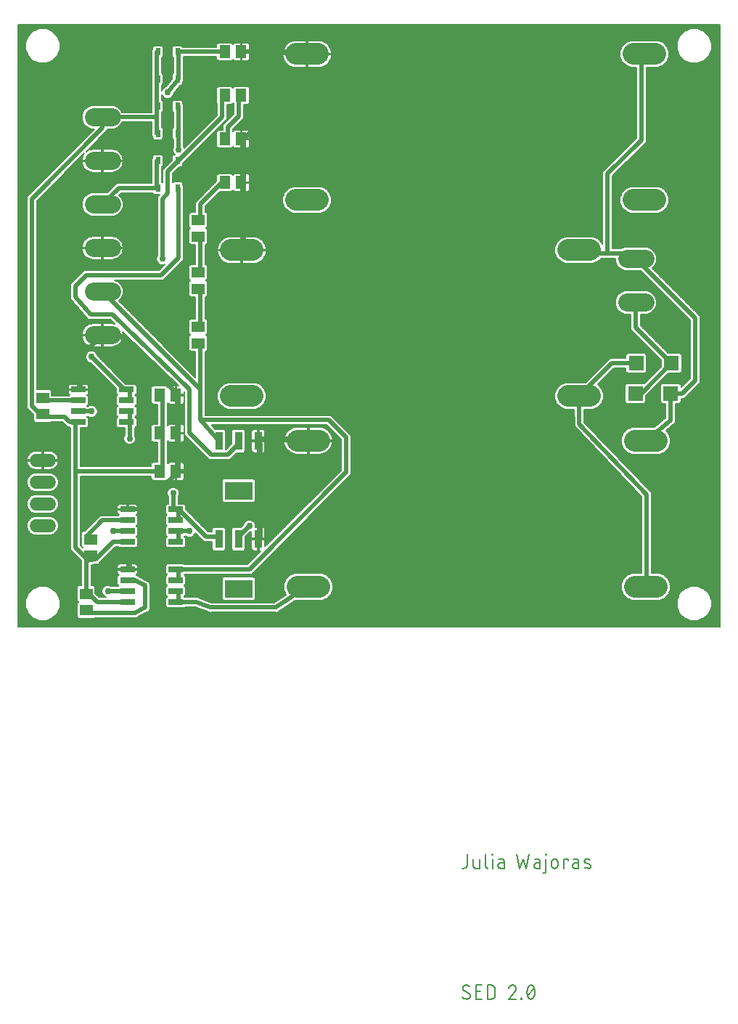
<source format=gtl>
G75*
%MOIN*%
%OFA0B0*%
%FSLAX25Y25*%
%IPPOS*%
%LPD*%
%AMOC8*
5,1,8,0,0,1.08239X$1,22.5*
%
%ADD10C,0.00600*%
%ADD11R,0.02480X0.03268*%
%ADD12C,0.10000*%
%ADD13R,0.03740X0.08465*%
%ADD14R,0.12795X0.08465*%
%ADD15R,0.05906X0.05118*%
%ADD16R,0.05118X0.05906*%
%ADD17C,0.08250*%
%ADD18R,0.06890X0.02559*%
%ADD19C,0.06000*%
%ADD20R,0.07087X0.06693*%
%ADD21C,0.02000*%
%ADD22C,0.02978*%
D10*
X0146300Y0196300D02*
X0146300Y0472401D01*
X0468621Y0472401D01*
X0468621Y0196300D01*
X0146300Y0196300D01*
X0146300Y0196796D02*
X0468621Y0196796D01*
X0468621Y0197394D02*
X0146300Y0197394D01*
X0146300Y0197993D02*
X0468621Y0197993D01*
X0468621Y0198591D02*
X0146300Y0198591D01*
X0146300Y0199190D02*
X0155072Y0199190D01*
X0155969Y0198818D02*
X0159149Y0198818D01*
X0162087Y0200035D01*
X0164335Y0202283D01*
X0165552Y0205221D01*
X0165552Y0208401D01*
X0164335Y0211339D01*
X0162087Y0213587D01*
X0159149Y0214804D01*
X0155969Y0214804D01*
X0153031Y0213587D01*
X0150783Y0211339D01*
X0149566Y0208401D01*
X0149566Y0205221D01*
X0150783Y0202283D01*
X0153031Y0200035D01*
X0155969Y0198818D01*
X0153627Y0199788D02*
X0146300Y0199788D01*
X0146300Y0200387D02*
X0152680Y0200387D01*
X0152081Y0200985D02*
X0146300Y0200985D01*
X0146300Y0201584D02*
X0151483Y0201584D01*
X0150884Y0202182D02*
X0146300Y0202182D01*
X0146300Y0202781D02*
X0150577Y0202781D01*
X0150329Y0203379D02*
X0146300Y0203379D01*
X0146300Y0203978D02*
X0150081Y0203978D01*
X0149833Y0204576D02*
X0146300Y0204576D01*
X0146300Y0205175D02*
X0149585Y0205175D01*
X0149566Y0205773D02*
X0146300Y0205773D01*
X0146300Y0206372D02*
X0149566Y0206372D01*
X0149566Y0206970D02*
X0146300Y0206970D01*
X0146300Y0207569D02*
X0149566Y0207569D01*
X0149566Y0208167D02*
X0146300Y0208167D01*
X0146300Y0208766D02*
X0149717Y0208766D01*
X0149965Y0209364D02*
X0146300Y0209364D01*
X0146300Y0209963D02*
X0150213Y0209963D01*
X0150461Y0210561D02*
X0146300Y0210561D01*
X0146300Y0211160D02*
X0150709Y0211160D01*
X0151203Y0211758D02*
X0146300Y0211758D01*
X0146300Y0212357D02*
X0151801Y0212357D01*
X0152400Y0212955D02*
X0146300Y0212955D01*
X0146300Y0213554D02*
X0152998Y0213554D01*
X0154396Y0214152D02*
X0146300Y0214152D01*
X0146300Y0214751D02*
X0155841Y0214751D01*
X0159277Y0214751D02*
X0173660Y0214751D01*
X0174009Y0215099D02*
X0173247Y0214338D01*
X0173247Y0208143D01*
X0173890Y0207500D01*
X0173247Y0206857D01*
X0173247Y0200662D01*
X0174009Y0199901D01*
X0180991Y0199901D01*
X0181290Y0200200D01*
X0199678Y0200200D01*
X0200284Y0200027D01*
X0200596Y0200200D01*
X0200953Y0200200D01*
X0201399Y0200646D01*
X0205096Y0202700D01*
X0205453Y0202700D01*
X0205899Y0203146D01*
X0206450Y0203452D01*
X0206548Y0203795D01*
X0206800Y0204047D01*
X0206800Y0204678D01*
X0206973Y0205284D01*
X0206800Y0205596D01*
X0206800Y0214404D01*
X0206973Y0214716D01*
X0206800Y0215322D01*
X0206800Y0215953D01*
X0206548Y0216205D01*
X0206450Y0216548D01*
X0205899Y0216854D01*
X0205453Y0217300D01*
X0205096Y0217300D01*
X0201399Y0219354D01*
X0200953Y0219800D01*
X0200720Y0219800D01*
X0200491Y0220029D01*
X0200719Y0220161D01*
X0200962Y0220403D01*
X0201133Y0220699D01*
X0201221Y0221030D01*
X0201221Y0222180D01*
X0196776Y0222180D01*
X0196776Y0222780D01*
X0196176Y0222780D01*
X0196176Y0222180D01*
X0191731Y0222180D01*
X0191731Y0221030D01*
X0191820Y0220699D01*
X0191991Y0220403D01*
X0192233Y0220161D01*
X0192462Y0220029D01*
X0191731Y0219298D01*
X0191731Y0215662D01*
X0192413Y0214980D01*
X0192233Y0214800D01*
X0189144Y0214800D01*
X0189080Y0214864D01*
X0188055Y0215289D01*
X0186945Y0215289D01*
X0185920Y0214864D01*
X0185136Y0214080D01*
X0184711Y0213055D01*
X0184711Y0211945D01*
X0185136Y0210920D01*
X0185920Y0210136D01*
X0186730Y0209800D01*
X0183453Y0209800D01*
X0181753Y0211500D01*
X0181753Y0214338D01*
X0180991Y0215099D01*
X0179800Y0215099D01*
X0179800Y0224441D01*
X0182127Y0224700D01*
X0182953Y0224700D01*
X0183056Y0224803D01*
X0183201Y0224819D01*
X0183716Y0225464D01*
X0190953Y0232700D01*
X0192194Y0232700D01*
X0192493Y0232401D01*
X0200460Y0232401D01*
X0201221Y0233162D01*
X0201221Y0236798D01*
X0200539Y0237480D01*
X0201221Y0238162D01*
X0201221Y0241798D01*
X0200539Y0242480D01*
X0201221Y0243162D01*
X0201221Y0246798D01*
X0200491Y0247529D01*
X0200719Y0247661D01*
X0200962Y0247903D01*
X0201133Y0248199D01*
X0201221Y0248530D01*
X0201221Y0249680D01*
X0196776Y0249680D01*
X0196776Y0250280D01*
X0196176Y0250280D01*
X0196176Y0249680D01*
X0191731Y0249680D01*
X0191731Y0248530D01*
X0191820Y0248199D01*
X0191991Y0247903D01*
X0192233Y0247661D01*
X0192462Y0247529D01*
X0192233Y0247300D01*
X0184047Y0247300D01*
X0182700Y0245953D01*
X0182700Y0245953D01*
X0176847Y0240099D01*
X0176009Y0240099D01*
X0175247Y0239338D01*
X0175247Y0238500D01*
X0175200Y0238453D01*
X0175200Y0238164D01*
X0175046Y0237920D01*
X0175200Y0237242D01*
X0175200Y0236547D01*
X0175247Y0236500D01*
X0175247Y0233143D01*
X0175890Y0232500D01*
X0175821Y0232431D01*
X0174800Y0233453D01*
X0174800Y0265200D01*
X0207401Y0265200D01*
X0207401Y0264009D01*
X0208162Y0263247D01*
X0214357Y0263247D01*
X0215038Y0263928D01*
X0215141Y0263749D01*
X0215383Y0263507D01*
X0215679Y0263336D01*
X0216010Y0263247D01*
X0218440Y0263247D01*
X0218440Y0267200D01*
X0219040Y0267200D01*
X0219040Y0263247D01*
X0221470Y0263247D01*
X0221801Y0263336D01*
X0222097Y0263507D01*
X0222339Y0263749D01*
X0222511Y0264045D01*
X0222599Y0264376D01*
X0222599Y0267200D01*
X0219040Y0267200D01*
X0219040Y0267800D01*
X0218440Y0267800D01*
X0218440Y0271753D01*
X0216010Y0271753D01*
X0215679Y0271664D01*
X0215383Y0271493D01*
X0215141Y0271251D01*
X0215038Y0271072D01*
X0214800Y0271310D01*
X0214800Y0281190D01*
X0215038Y0281428D01*
X0215141Y0281249D01*
X0215383Y0281007D01*
X0215679Y0280836D01*
X0216010Y0280747D01*
X0218440Y0280747D01*
X0218440Y0284700D01*
X0219040Y0284700D01*
X0219040Y0280747D01*
X0221470Y0280747D01*
X0221801Y0280836D01*
X0222097Y0281007D01*
X0222339Y0281249D01*
X0222511Y0281545D01*
X0222599Y0281876D01*
X0222599Y0284700D01*
X0219040Y0284700D01*
X0219040Y0285300D01*
X0218440Y0285300D01*
X0218440Y0289253D01*
X0216010Y0289253D01*
X0215679Y0289164D01*
X0215383Y0288993D01*
X0215141Y0288751D01*
X0215038Y0288572D01*
X0214800Y0288810D01*
X0214800Y0298690D01*
X0215038Y0298928D01*
X0215141Y0298749D01*
X0215383Y0298507D01*
X0215679Y0298336D01*
X0216010Y0298247D01*
X0218440Y0298247D01*
X0218440Y0302200D01*
X0219040Y0302200D01*
X0219040Y0298247D01*
X0221470Y0298247D01*
X0221801Y0298336D01*
X0222097Y0298507D01*
X0222339Y0298749D01*
X0222511Y0299045D01*
X0222599Y0299376D01*
X0222599Y0302200D01*
X0219040Y0302200D01*
X0219040Y0302800D01*
X0218440Y0302800D01*
X0218440Y0306753D01*
X0216010Y0306753D01*
X0215679Y0306664D01*
X0215383Y0306493D01*
X0215141Y0306251D01*
X0215038Y0306072D01*
X0214357Y0306753D01*
X0208162Y0306753D01*
X0207401Y0305991D01*
X0207401Y0299009D01*
X0208162Y0298247D01*
X0210200Y0298247D01*
X0210200Y0289253D01*
X0208162Y0289253D01*
X0207401Y0288491D01*
X0207401Y0281509D01*
X0208162Y0280747D01*
X0210200Y0280747D01*
X0210200Y0271753D01*
X0208162Y0271753D01*
X0207401Y0270991D01*
X0207401Y0269800D01*
X0174800Y0269800D01*
X0174800Y0287401D01*
X0177960Y0287401D01*
X0178721Y0288162D01*
X0178721Y0291798D01*
X0178039Y0292480D01*
X0178259Y0292700D01*
X0178356Y0292700D01*
X0178420Y0292636D01*
X0179445Y0292211D01*
X0180555Y0292211D01*
X0181580Y0292636D01*
X0182364Y0293420D01*
X0182789Y0294445D01*
X0182789Y0295555D01*
X0182364Y0296580D01*
X0181580Y0297364D01*
X0180555Y0297789D01*
X0179445Y0297789D01*
X0178420Y0297364D01*
X0178356Y0297300D01*
X0178220Y0297300D01*
X0178039Y0297480D01*
X0178721Y0298162D01*
X0178721Y0301798D01*
X0177991Y0302529D01*
X0178219Y0302661D01*
X0178462Y0302903D01*
X0178633Y0303199D01*
X0178721Y0303530D01*
X0178721Y0304680D01*
X0174276Y0304680D01*
X0174276Y0305280D01*
X0173676Y0305280D01*
X0173676Y0304680D01*
X0169231Y0304680D01*
X0169231Y0303530D01*
X0169320Y0303199D01*
X0169491Y0302903D01*
X0169733Y0302661D01*
X0169962Y0302529D01*
X0169733Y0302300D01*
X0161753Y0302300D01*
X0161753Y0304338D01*
X0160991Y0305099D01*
X0154800Y0305099D01*
X0154800Y0391547D01*
X0176605Y0413352D01*
X0176235Y0412843D01*
X0175847Y0412082D01*
X0175584Y0411270D01*
X0175450Y0410427D01*
X0175450Y0410300D01*
X0184700Y0410300D01*
X0184700Y0415425D01*
X0180448Y0415425D01*
X0179605Y0415291D01*
X0178793Y0415028D01*
X0178032Y0414640D01*
X0177523Y0414270D01*
X0187300Y0424047D01*
X0187300Y0424575D01*
X0190204Y0424575D01*
X0192198Y0425401D01*
X0193724Y0426927D01*
X0194044Y0427700D01*
X0207700Y0427700D01*
X0207700Y0421547D01*
X0207932Y0421315D01*
X0207932Y0420328D01*
X0208694Y0419566D01*
X0212251Y0419566D01*
X0213013Y0420328D01*
X0213013Y0424672D01*
X0212300Y0425385D01*
X0212300Y0432115D01*
X0213013Y0432828D01*
X0213013Y0437172D01*
X0212300Y0437885D01*
X0212300Y0440549D01*
X0212636Y0439739D01*
X0213420Y0438955D01*
X0214445Y0438530D01*
X0215555Y0438530D01*
X0216580Y0438955D01*
X0217364Y0439739D01*
X0217789Y0440764D01*
X0217789Y0441110D01*
X0220585Y0444566D01*
X0221306Y0444566D01*
X0222068Y0445328D01*
X0222068Y0446315D01*
X0222300Y0446547D01*
X0222300Y0446686D01*
X0222387Y0446794D01*
X0222300Y0447621D01*
X0222300Y0457700D01*
X0237401Y0457700D01*
X0237401Y0456509D01*
X0238162Y0455747D01*
X0244357Y0455747D01*
X0245038Y0456428D01*
X0245141Y0456249D01*
X0245383Y0456007D01*
X0245679Y0455836D01*
X0246010Y0455747D01*
X0248440Y0455747D01*
X0248440Y0459700D01*
X0249040Y0459700D01*
X0249040Y0455747D01*
X0251470Y0455747D01*
X0251801Y0455836D01*
X0252097Y0456007D01*
X0252339Y0456249D01*
X0252511Y0456545D01*
X0252599Y0456876D01*
X0252599Y0459700D01*
X0249040Y0459700D01*
X0249040Y0460300D01*
X0248440Y0460300D01*
X0248440Y0464253D01*
X0246010Y0464253D01*
X0245679Y0464164D01*
X0245383Y0463993D01*
X0245141Y0463751D01*
X0245038Y0463572D01*
X0244357Y0464253D01*
X0238162Y0464253D01*
X0237401Y0463491D01*
X0237401Y0462300D01*
X0221940Y0462300D01*
X0221306Y0462934D01*
X0217749Y0462934D01*
X0216987Y0462172D01*
X0216987Y0457828D01*
X0217700Y0457115D01*
X0217700Y0450385D01*
X0216987Y0449672D01*
X0216987Y0447433D01*
X0214223Y0444016D01*
X0213420Y0443683D01*
X0212636Y0442899D01*
X0212300Y0442088D01*
X0212300Y0444615D01*
X0213013Y0445328D01*
X0213013Y0449672D01*
X0212300Y0450385D01*
X0212300Y0457115D01*
X0213013Y0457828D01*
X0213013Y0462172D01*
X0212251Y0462934D01*
X0208694Y0462934D01*
X0207932Y0462172D01*
X0207932Y0461185D01*
X0207700Y0460953D01*
X0207700Y0432300D01*
X0194044Y0432300D01*
X0193724Y0433073D01*
X0192198Y0434599D01*
X0190204Y0435425D01*
X0179796Y0435425D01*
X0177802Y0434599D01*
X0176276Y0433073D01*
X0175450Y0431079D01*
X0175450Y0428921D01*
X0176276Y0426927D01*
X0177802Y0425401D01*
X0179796Y0424575D01*
X0181322Y0424575D01*
X0151547Y0394800D01*
X0150200Y0393453D01*
X0150200Y0296547D01*
X0153247Y0293500D01*
X0153247Y0290662D01*
X0154009Y0289901D01*
X0160991Y0289901D01*
X0161290Y0290200D01*
X0166547Y0290200D01*
X0167700Y0289047D01*
X0169047Y0287700D01*
X0169694Y0287700D01*
X0169993Y0287401D01*
X0170200Y0287401D01*
X0170200Y0231547D01*
X0175178Y0226569D01*
X0175200Y0226373D01*
X0175200Y0215099D01*
X0174009Y0215099D01*
X0173247Y0214152D02*
X0160722Y0214152D01*
X0162120Y0213554D02*
X0173247Y0213554D01*
X0173247Y0212955D02*
X0162718Y0212955D01*
X0163317Y0212357D02*
X0173247Y0212357D01*
X0173247Y0211758D02*
X0163915Y0211758D01*
X0164409Y0211160D02*
X0173247Y0211160D01*
X0173247Y0210561D02*
X0164657Y0210561D01*
X0164905Y0209963D02*
X0173247Y0209963D01*
X0173247Y0209364D02*
X0165153Y0209364D01*
X0165401Y0208766D02*
X0173247Y0208766D01*
X0173247Y0208167D02*
X0165552Y0208167D01*
X0165552Y0207569D02*
X0173821Y0207569D01*
X0173360Y0206970D02*
X0165552Y0206970D01*
X0165552Y0206372D02*
X0173247Y0206372D01*
X0173247Y0205773D02*
X0165552Y0205773D01*
X0165533Y0205175D02*
X0173247Y0205175D01*
X0173247Y0204576D02*
X0165285Y0204576D01*
X0165037Y0203978D02*
X0173247Y0203978D01*
X0173247Y0203379D02*
X0164789Y0203379D01*
X0164541Y0202781D02*
X0173247Y0202781D01*
X0173247Y0202182D02*
X0164234Y0202182D01*
X0163635Y0201584D02*
X0173247Y0201584D01*
X0173247Y0200985D02*
X0163037Y0200985D01*
X0162438Y0200387D02*
X0173523Y0200387D01*
X0182691Y0210561D02*
X0185494Y0210561D01*
X0185036Y0211160D02*
X0182093Y0211160D01*
X0181753Y0211758D02*
X0184788Y0211758D01*
X0184711Y0212357D02*
X0181753Y0212357D01*
X0181753Y0212955D02*
X0184711Y0212955D01*
X0184918Y0213554D02*
X0181753Y0213554D01*
X0181753Y0214152D02*
X0185208Y0214152D01*
X0185807Y0214751D02*
X0181340Y0214751D01*
X0179800Y0215349D02*
X0192044Y0215349D01*
X0191731Y0215948D02*
X0179800Y0215948D01*
X0179800Y0216546D02*
X0191731Y0216546D01*
X0191731Y0217145D02*
X0179800Y0217145D01*
X0179800Y0217743D02*
X0191731Y0217743D01*
X0191731Y0218342D02*
X0179800Y0218342D01*
X0179800Y0218940D02*
X0191731Y0218940D01*
X0191972Y0219539D02*
X0179800Y0219539D01*
X0179800Y0220137D02*
X0192273Y0220137D01*
X0191810Y0220736D02*
X0179800Y0220736D01*
X0179800Y0221334D02*
X0191731Y0221334D01*
X0191731Y0221933D02*
X0179800Y0221933D01*
X0179800Y0222532D02*
X0196176Y0222532D01*
X0196176Y0222780D02*
X0191731Y0222780D01*
X0191731Y0223931D01*
X0191820Y0224262D01*
X0191991Y0224558D01*
X0192233Y0224800D01*
X0192530Y0224971D01*
X0192860Y0225060D01*
X0196176Y0225060D01*
X0196176Y0222780D01*
X0196176Y0223130D02*
X0196776Y0223130D01*
X0196776Y0222780D02*
X0196776Y0225060D01*
X0200092Y0225060D01*
X0200423Y0224971D01*
X0200719Y0224800D01*
X0200962Y0224558D01*
X0201133Y0224262D01*
X0201221Y0223931D01*
X0201221Y0222780D01*
X0196776Y0222780D01*
X0196776Y0222532D02*
X0213779Y0222532D01*
X0213779Y0223130D02*
X0201221Y0223130D01*
X0201221Y0223729D02*
X0213779Y0223729D01*
X0213779Y0224298D02*
X0213779Y0220662D01*
X0214461Y0219980D01*
X0213779Y0219298D01*
X0213779Y0215662D01*
X0214461Y0214980D01*
X0213779Y0214298D01*
X0213779Y0210662D01*
X0214461Y0209980D01*
X0213779Y0209298D01*
X0213779Y0205662D01*
X0214540Y0204901D01*
X0222507Y0204901D01*
X0222806Y0205200D01*
X0227573Y0205200D01*
X0233219Y0203029D01*
X0233547Y0202700D01*
X0234073Y0202700D01*
X0234564Y0202511D01*
X0234988Y0202700D01*
X0264389Y0202700D01*
X0265091Y0202554D01*
X0265313Y0202700D01*
X0265579Y0202700D01*
X0266085Y0203206D01*
X0273700Y0208200D01*
X0285785Y0208200D01*
X0288100Y0209159D01*
X0289872Y0210931D01*
X0290831Y0213247D01*
X0290831Y0215753D01*
X0289872Y0218069D01*
X0288100Y0219841D01*
X0285785Y0220800D01*
X0273278Y0220800D01*
X0270963Y0219841D01*
X0269191Y0218069D01*
X0268231Y0215753D01*
X0268231Y0213247D01*
X0269191Y0210931D01*
X0269304Y0210818D01*
X0263939Y0207300D01*
X0234927Y0207300D01*
X0229281Y0209471D01*
X0228953Y0209800D01*
X0228427Y0209800D01*
X0227936Y0209989D01*
X0227512Y0209800D01*
X0222767Y0209800D01*
X0222586Y0209980D01*
X0223268Y0210662D01*
X0223268Y0214298D01*
X0222586Y0214980D01*
X0223268Y0215662D01*
X0223268Y0219298D01*
X0222586Y0219980D01*
X0222806Y0220200D01*
X0253453Y0220200D01*
X0297953Y0264700D01*
X0299300Y0266047D01*
X0299300Y0283953D01*
X0291300Y0291953D01*
X0289953Y0293300D01*
X0232300Y0293300D01*
X0232300Y0322401D01*
X0232491Y0322401D01*
X0233253Y0323162D01*
X0233253Y0329357D01*
X0232610Y0330000D01*
X0233253Y0330643D01*
X0233253Y0336838D01*
X0232491Y0337599D01*
X0232300Y0337599D01*
X0232300Y0347401D01*
X0232491Y0347401D01*
X0233253Y0348162D01*
X0233253Y0354357D01*
X0232610Y0355000D01*
X0233253Y0355643D01*
X0233253Y0361838D01*
X0232491Y0362599D01*
X0232300Y0362599D01*
X0232300Y0371401D01*
X0232491Y0371401D01*
X0233253Y0372162D01*
X0233253Y0378357D01*
X0232610Y0379000D01*
X0233253Y0379643D01*
X0233253Y0385838D01*
X0232491Y0386599D01*
X0232300Y0386599D01*
X0232300Y0389047D01*
X0239000Y0395747D01*
X0244357Y0395747D01*
X0245038Y0396428D01*
X0245141Y0396249D01*
X0245383Y0396007D01*
X0245679Y0395836D01*
X0246010Y0395747D01*
X0248440Y0395747D01*
X0248440Y0399700D01*
X0249040Y0399700D01*
X0249040Y0395747D01*
X0251470Y0395747D01*
X0251801Y0395836D01*
X0252097Y0396007D01*
X0252339Y0396249D01*
X0252511Y0396545D01*
X0252599Y0396876D01*
X0252599Y0399700D01*
X0249040Y0399700D01*
X0249040Y0400300D01*
X0248440Y0400300D01*
X0248440Y0404253D01*
X0246010Y0404253D01*
X0245679Y0404164D01*
X0245383Y0403993D01*
X0245141Y0403751D01*
X0245038Y0403572D01*
X0244357Y0404253D01*
X0238162Y0404253D01*
X0237401Y0403491D01*
X0237401Y0400653D01*
X0227700Y0390953D01*
X0227700Y0386599D01*
X0225509Y0386599D01*
X0224747Y0385838D01*
X0224747Y0379643D01*
X0225390Y0379000D01*
X0224747Y0378357D01*
X0224747Y0372162D01*
X0225509Y0371401D01*
X0227700Y0371401D01*
X0227700Y0362599D01*
X0225509Y0362599D01*
X0224747Y0361838D01*
X0224747Y0355643D01*
X0225390Y0355000D01*
X0224747Y0354357D01*
X0224747Y0348162D01*
X0225509Y0347401D01*
X0227700Y0347401D01*
X0227700Y0337599D01*
X0225509Y0337599D01*
X0224747Y0336838D01*
X0224747Y0330643D01*
X0225390Y0330000D01*
X0224747Y0329357D01*
X0224747Y0323162D01*
X0225509Y0322401D01*
X0227700Y0322401D01*
X0227700Y0310553D01*
X0192525Y0345728D01*
X0193724Y0346927D01*
X0194550Y0348921D01*
X0194550Y0351079D01*
X0193724Y0353073D01*
X0192198Y0354599D01*
X0190747Y0355200D01*
X0212953Y0355200D01*
X0214300Y0356547D01*
X0222300Y0364547D01*
X0222300Y0398453D01*
X0222068Y0398685D01*
X0222068Y0399672D01*
X0221306Y0400434D01*
X0217749Y0400434D01*
X0217300Y0399985D01*
X0217300Y0404047D01*
X0220319Y0407066D01*
X0221306Y0407066D01*
X0222068Y0407828D01*
X0222068Y0408815D01*
X0222300Y0409047D01*
X0222300Y0409047D01*
X0240953Y0427700D01*
X0242300Y0429047D01*
X0242300Y0435747D01*
X0244357Y0435747D01*
X0245000Y0436390D01*
X0245200Y0436190D01*
X0245200Y0431453D01*
X0241547Y0427800D01*
X0240200Y0426453D01*
X0240200Y0424253D01*
X0238162Y0424253D01*
X0237401Y0423491D01*
X0237401Y0416509D01*
X0238162Y0415747D01*
X0244357Y0415747D01*
X0245038Y0416428D01*
X0245141Y0416249D01*
X0245383Y0416007D01*
X0245679Y0415836D01*
X0246010Y0415747D01*
X0248440Y0415747D01*
X0248440Y0419700D01*
X0249040Y0419700D01*
X0249040Y0415747D01*
X0251470Y0415747D01*
X0251801Y0415836D01*
X0252097Y0416007D01*
X0252339Y0416249D01*
X0252511Y0416545D01*
X0252599Y0416876D01*
X0252599Y0419700D01*
X0249040Y0419700D01*
X0249040Y0420300D01*
X0248440Y0420300D01*
X0248440Y0424253D01*
X0246010Y0424253D01*
X0245679Y0424164D01*
X0245383Y0423993D01*
X0245141Y0423751D01*
X0245038Y0423572D01*
X0244800Y0423810D01*
X0244800Y0424547D01*
X0248453Y0428200D01*
X0249800Y0429547D01*
X0249800Y0435747D01*
X0251838Y0435747D01*
X0252599Y0436509D01*
X0252599Y0443491D01*
X0251838Y0444253D01*
X0245643Y0444253D01*
X0245000Y0443610D01*
X0244357Y0444253D01*
X0238162Y0444253D01*
X0237401Y0443491D01*
X0237401Y0436509D01*
X0237700Y0436210D01*
X0237700Y0430953D01*
X0222646Y0415899D01*
X0222364Y0416580D01*
X0222300Y0416644D01*
X0222300Y0435953D01*
X0222068Y0436185D01*
X0222068Y0437172D01*
X0221306Y0437934D01*
X0217749Y0437934D01*
X0216987Y0437172D01*
X0216987Y0432828D01*
X0217700Y0432115D01*
X0217700Y0425385D01*
X0216987Y0424672D01*
X0216987Y0420328D01*
X0217700Y0419615D01*
X0217700Y0416644D01*
X0217636Y0416580D01*
X0217211Y0415555D01*
X0217211Y0414445D01*
X0217636Y0413420D01*
X0218122Y0412934D01*
X0217749Y0412934D01*
X0216987Y0412172D01*
X0216987Y0410240D01*
X0212700Y0405953D01*
X0212700Y0399985D01*
X0212300Y0400385D01*
X0212300Y0407115D01*
X0213013Y0407828D01*
X0213013Y0412172D01*
X0212251Y0412934D01*
X0208694Y0412934D01*
X0207932Y0412172D01*
X0207932Y0411185D01*
X0207700Y0410953D01*
X0207700Y0399800D01*
X0191547Y0399800D01*
X0187172Y0395425D01*
X0179796Y0395425D01*
X0177802Y0394599D01*
X0176276Y0393073D01*
X0175450Y0391079D01*
X0175450Y0388921D01*
X0176276Y0386927D01*
X0177802Y0385401D01*
X0179796Y0384575D01*
X0190204Y0384575D01*
X0192198Y0385401D01*
X0193724Y0386927D01*
X0194550Y0388921D01*
X0194550Y0391079D01*
X0193724Y0393073D01*
X0192525Y0394272D01*
X0193453Y0395200D01*
X0208060Y0395200D01*
X0208694Y0394566D01*
X0211313Y0394566D01*
X0210200Y0393453D01*
X0210200Y0366644D01*
X0210136Y0366580D01*
X0209711Y0365555D01*
X0209711Y0364445D01*
X0210136Y0363420D01*
X0210920Y0362636D01*
X0211945Y0362211D01*
X0213055Y0362211D01*
X0213744Y0362496D01*
X0211047Y0359800D01*
X0176547Y0359800D01*
X0171547Y0354800D01*
X0170200Y0353453D01*
X0170200Y0347577D01*
X0170142Y0346702D01*
X0170200Y0346636D01*
X0170200Y0346547D01*
X0170819Y0345928D01*
X0177200Y0338636D01*
X0177200Y0338547D01*
X0177819Y0337928D01*
X0178396Y0337268D01*
X0178485Y0337263D01*
X0178547Y0337200D01*
X0179423Y0337200D01*
X0180298Y0337142D01*
X0180364Y0337200D01*
X0188566Y0337200D01*
X0190598Y0335225D01*
X0190395Y0335291D01*
X0189552Y0335425D01*
X0185300Y0335425D01*
X0185300Y0330300D01*
X0194550Y0330300D01*
X0194550Y0330427D01*
X0194416Y0331270D01*
X0194300Y0331628D01*
X0219896Y0306753D01*
X0219040Y0306753D01*
X0219040Y0302800D01*
X0222599Y0302800D01*
X0222599Y0304126D01*
X0222700Y0304028D01*
X0222700Y0284047D01*
X0232700Y0274047D01*
X0234047Y0272700D01*
X0243453Y0272700D01*
X0246638Y0275885D01*
X0249909Y0275885D01*
X0250670Y0276647D01*
X0250670Y0286188D01*
X0249909Y0286950D01*
X0245091Y0286950D01*
X0244330Y0286188D01*
X0244330Y0280083D01*
X0241615Y0277368D01*
X0241615Y0286188D01*
X0240853Y0286950D01*
X0236641Y0286950D01*
X0235097Y0288700D01*
X0288047Y0288700D01*
X0294700Y0282047D01*
X0294700Y0267953D01*
X0259725Y0232978D01*
X0259725Y0236117D01*
X0256855Y0236117D01*
X0256855Y0230885D01*
X0257632Y0230885D01*
X0251547Y0224800D01*
X0222767Y0224800D01*
X0222507Y0225060D01*
X0214540Y0225060D01*
X0213779Y0224298D01*
X0213807Y0224327D02*
X0201095Y0224327D01*
X0200502Y0224926D02*
X0214406Y0224926D01*
X0213779Y0221933D02*
X0201221Y0221933D01*
X0201221Y0221334D02*
X0213779Y0221334D01*
X0213779Y0220736D02*
X0201143Y0220736D01*
X0200680Y0220137D02*
X0214304Y0220137D01*
X0214019Y0219539D02*
X0201214Y0219539D01*
X0202143Y0218940D02*
X0213779Y0218940D01*
X0213779Y0218342D02*
X0203220Y0218342D01*
X0204298Y0217743D02*
X0213779Y0217743D01*
X0213779Y0217145D02*
X0205608Y0217145D01*
X0206450Y0216546D02*
X0213779Y0216546D01*
X0213779Y0215948D02*
X0206800Y0215948D01*
X0206800Y0215349D02*
X0214092Y0215349D01*
X0214231Y0214751D02*
X0206963Y0214751D01*
X0206800Y0214152D02*
X0213779Y0214152D01*
X0213779Y0213554D02*
X0206800Y0213554D01*
X0206800Y0212955D02*
X0213779Y0212955D01*
X0213779Y0212357D02*
X0206800Y0212357D01*
X0206800Y0211758D02*
X0213779Y0211758D01*
X0213779Y0211160D02*
X0206800Y0211160D01*
X0206800Y0210561D02*
X0213880Y0210561D01*
X0214443Y0209963D02*
X0206800Y0209963D01*
X0206800Y0209364D02*
X0213845Y0209364D01*
X0213779Y0208766D02*
X0206800Y0208766D01*
X0206800Y0208167D02*
X0213779Y0208167D01*
X0213779Y0207569D02*
X0206800Y0207569D01*
X0206800Y0206970D02*
X0213779Y0206970D01*
X0213779Y0206372D02*
X0206800Y0206372D01*
X0206800Y0205773D02*
X0213779Y0205773D01*
X0214266Y0205175D02*
X0206942Y0205175D01*
X0206800Y0204576D02*
X0229195Y0204576D01*
X0230751Y0203978D02*
X0206730Y0203978D01*
X0206318Y0203379D02*
X0232307Y0203379D01*
X0233467Y0202781D02*
X0205533Y0202781D01*
X0204164Y0202182D02*
X0450097Y0202182D01*
X0449996Y0202283D02*
X0452244Y0200035D01*
X0455182Y0198818D01*
X0458362Y0198818D01*
X0461299Y0200035D01*
X0463548Y0202283D01*
X0464765Y0205221D01*
X0464765Y0208401D01*
X0463548Y0211339D01*
X0461299Y0213587D01*
X0458362Y0214804D01*
X0455182Y0214804D01*
X0452244Y0213587D01*
X0449996Y0211339D01*
X0448779Y0208401D01*
X0448779Y0205221D01*
X0449996Y0202283D01*
X0449790Y0202781D02*
X0265659Y0202781D01*
X0266348Y0203379D02*
X0449542Y0203379D01*
X0449294Y0203978D02*
X0267261Y0203978D01*
X0268174Y0204576D02*
X0449046Y0204576D01*
X0448798Y0205175D02*
X0269087Y0205175D01*
X0269999Y0205773D02*
X0448779Y0205773D01*
X0448779Y0206372D02*
X0270912Y0206372D01*
X0271825Y0206970D02*
X0448779Y0206970D01*
X0448779Y0207569D02*
X0272737Y0207569D01*
X0273650Y0208167D02*
X0448779Y0208167D01*
X0448930Y0208766D02*
X0442151Y0208766D01*
X0443100Y0209159D02*
X0444872Y0210931D01*
X0445831Y0213247D01*
X0445831Y0215753D01*
X0444872Y0218069D01*
X0443100Y0219841D01*
X0440785Y0220800D01*
X0437300Y0220800D01*
X0437300Y0256849D01*
X0437317Y0257780D01*
X0437300Y0257798D01*
X0437300Y0257823D01*
X0436642Y0258481D01*
X0406369Y0289909D01*
X0406336Y0295700D01*
X0410253Y0295700D01*
X0412569Y0296659D01*
X0414341Y0298431D01*
X0415300Y0300747D01*
X0415300Y0303253D01*
X0414341Y0305569D01*
X0412581Y0307328D01*
X0420000Y0314747D01*
X0425354Y0314747D01*
X0425354Y0313162D01*
X0426115Y0312401D01*
X0434279Y0312401D01*
X0435040Y0313162D01*
X0435040Y0320932D01*
X0434279Y0321694D01*
X0426115Y0321694D01*
X0425354Y0320932D01*
X0425354Y0319347D01*
X0418095Y0319347D01*
X0407047Y0308300D01*
X0397747Y0308300D01*
X0395431Y0307341D01*
X0393659Y0305569D01*
X0392700Y0303253D01*
X0392700Y0300747D01*
X0393659Y0298431D01*
X0395431Y0296659D01*
X0397747Y0295700D01*
X0401736Y0295700D01*
X0401775Y0288991D01*
X0401757Y0288067D01*
X0401780Y0288043D01*
X0401780Y0288010D01*
X0402438Y0287360D01*
X0432700Y0255943D01*
X0432700Y0220800D01*
X0428278Y0220800D01*
X0425963Y0219841D01*
X0424191Y0218069D01*
X0423231Y0215753D01*
X0423231Y0213247D01*
X0424191Y0210931D01*
X0425963Y0209159D01*
X0428278Y0208200D01*
X0440785Y0208200D01*
X0443100Y0209159D01*
X0443305Y0209364D02*
X0449178Y0209364D01*
X0449426Y0209963D02*
X0443904Y0209963D01*
X0444502Y0210561D02*
X0449674Y0210561D01*
X0449922Y0211160D02*
X0444967Y0211160D01*
X0445215Y0211758D02*
X0450415Y0211758D01*
X0451014Y0212357D02*
X0445463Y0212357D01*
X0445711Y0212955D02*
X0451612Y0212955D01*
X0452211Y0213554D02*
X0445831Y0213554D01*
X0445831Y0214152D02*
X0453609Y0214152D01*
X0455054Y0214751D02*
X0445831Y0214751D01*
X0445831Y0215349D02*
X0468621Y0215349D01*
X0468621Y0214751D02*
X0458490Y0214751D01*
X0459935Y0214152D02*
X0468621Y0214152D01*
X0468621Y0213554D02*
X0461333Y0213554D01*
X0461931Y0212955D02*
X0468621Y0212955D01*
X0468621Y0212357D02*
X0462530Y0212357D01*
X0463128Y0211758D02*
X0468621Y0211758D01*
X0468621Y0211160D02*
X0463622Y0211160D01*
X0463870Y0210561D02*
X0468621Y0210561D01*
X0468621Y0209963D02*
X0464118Y0209963D01*
X0464366Y0209364D02*
X0468621Y0209364D01*
X0468621Y0208766D02*
X0464613Y0208766D01*
X0464765Y0208167D02*
X0468621Y0208167D01*
X0468621Y0207569D02*
X0464765Y0207569D01*
X0464765Y0206970D02*
X0468621Y0206970D01*
X0468621Y0206372D02*
X0464765Y0206372D01*
X0464765Y0205773D02*
X0468621Y0205773D01*
X0468621Y0205175D02*
X0464745Y0205175D01*
X0464497Y0204576D02*
X0468621Y0204576D01*
X0468621Y0203978D02*
X0464249Y0203978D01*
X0464002Y0203379D02*
X0468621Y0203379D01*
X0468621Y0202781D02*
X0463754Y0202781D01*
X0463446Y0202182D02*
X0468621Y0202182D01*
X0468621Y0201584D02*
X0462848Y0201584D01*
X0462249Y0200985D02*
X0468621Y0200985D01*
X0468621Y0200387D02*
X0461651Y0200387D01*
X0460703Y0199788D02*
X0468621Y0199788D01*
X0468621Y0199190D02*
X0459258Y0199190D01*
X0454285Y0199190D02*
X0160046Y0199190D01*
X0161491Y0199788D02*
X0452840Y0199788D01*
X0451892Y0200387D02*
X0201139Y0200387D01*
X0202009Y0200985D02*
X0451294Y0200985D01*
X0450695Y0201584D02*
X0203086Y0201584D01*
X0186337Y0209963D02*
X0183290Y0209963D01*
X0175200Y0215349D02*
X0146300Y0215349D01*
X0146300Y0215948D02*
X0175200Y0215948D01*
X0175200Y0216546D02*
X0146300Y0216546D01*
X0146300Y0217145D02*
X0175200Y0217145D01*
X0175200Y0217743D02*
X0146300Y0217743D01*
X0146300Y0218342D02*
X0175200Y0218342D01*
X0175200Y0218940D02*
X0146300Y0218940D01*
X0146300Y0219539D02*
X0175200Y0219539D01*
X0175200Y0220137D02*
X0146300Y0220137D01*
X0146300Y0220736D02*
X0175200Y0220736D01*
X0175200Y0221334D02*
X0146300Y0221334D01*
X0146300Y0221933D02*
X0175200Y0221933D01*
X0175200Y0222532D02*
X0146300Y0222532D01*
X0146300Y0223130D02*
X0175200Y0223130D01*
X0175200Y0223729D02*
X0146300Y0223729D01*
X0146300Y0224327D02*
X0175200Y0224327D01*
X0175200Y0224926D02*
X0146300Y0224926D01*
X0146300Y0225524D02*
X0175200Y0225524D01*
X0175200Y0226123D02*
X0146300Y0226123D01*
X0146300Y0226721D02*
X0175026Y0226721D01*
X0174428Y0227320D02*
X0146300Y0227320D01*
X0146300Y0227918D02*
X0173829Y0227918D01*
X0173231Y0228517D02*
X0146300Y0228517D01*
X0146300Y0229115D02*
X0172632Y0229115D01*
X0172034Y0229714D02*
X0146300Y0229714D01*
X0146300Y0230312D02*
X0171435Y0230312D01*
X0170837Y0230911D02*
X0146300Y0230911D01*
X0146300Y0231509D02*
X0170238Y0231509D01*
X0170200Y0232108D02*
X0146300Y0232108D01*
X0146300Y0232706D02*
X0170200Y0232706D01*
X0170200Y0233305D02*
X0146300Y0233305D01*
X0146300Y0233903D02*
X0170200Y0233903D01*
X0170200Y0234502D02*
X0146300Y0234502D01*
X0146300Y0235100D02*
X0170200Y0235100D01*
X0170200Y0235699D02*
X0146300Y0235699D01*
X0146300Y0236297D02*
X0170200Y0236297D01*
X0170200Y0236896D02*
X0146300Y0236896D01*
X0146300Y0237494D02*
X0170200Y0237494D01*
X0170200Y0238093D02*
X0146300Y0238093D01*
X0146300Y0238691D02*
X0152459Y0238691D01*
X0152064Y0238855D02*
X0153645Y0238200D01*
X0161355Y0238200D01*
X0162936Y0238855D01*
X0164145Y0240064D01*
X0164800Y0241645D01*
X0164800Y0243355D01*
X0164145Y0244936D01*
X0162936Y0246145D01*
X0161355Y0246800D01*
X0153645Y0246800D01*
X0152064Y0246145D01*
X0150855Y0244936D01*
X0150200Y0243355D01*
X0150200Y0241645D01*
X0150855Y0240064D01*
X0152064Y0238855D01*
X0151629Y0239290D02*
X0146300Y0239290D01*
X0146300Y0239888D02*
X0151031Y0239888D01*
X0150680Y0240487D02*
X0146300Y0240487D01*
X0146300Y0241085D02*
X0150432Y0241085D01*
X0150200Y0241684D02*
X0146300Y0241684D01*
X0146300Y0242282D02*
X0150200Y0242282D01*
X0150200Y0242881D02*
X0146300Y0242881D01*
X0146300Y0243479D02*
X0150251Y0243479D01*
X0150499Y0244078D02*
X0146300Y0244078D01*
X0146300Y0244676D02*
X0150747Y0244676D01*
X0151194Y0245275D02*
X0146300Y0245275D01*
X0146300Y0245873D02*
X0151792Y0245873D01*
X0152853Y0246472D02*
X0146300Y0246472D01*
X0146300Y0247070D02*
X0170200Y0247070D01*
X0170200Y0246472D02*
X0162147Y0246472D01*
X0163208Y0245873D02*
X0170200Y0245873D01*
X0170200Y0245275D02*
X0163806Y0245275D01*
X0164253Y0244676D02*
X0170200Y0244676D01*
X0170200Y0244078D02*
X0164501Y0244078D01*
X0164749Y0243479D02*
X0170200Y0243479D01*
X0170200Y0242881D02*
X0164800Y0242881D01*
X0164800Y0242282D02*
X0170200Y0242282D01*
X0170200Y0241684D02*
X0164800Y0241684D01*
X0164568Y0241085D02*
X0170200Y0241085D01*
X0170200Y0240487D02*
X0164320Y0240487D01*
X0163969Y0239888D02*
X0170200Y0239888D01*
X0170200Y0239290D02*
X0163371Y0239290D01*
X0162541Y0238691D02*
X0170200Y0238691D01*
X0174800Y0238691D02*
X0175247Y0238691D01*
X0175247Y0239290D02*
X0174800Y0239290D01*
X0174800Y0239888D02*
X0175798Y0239888D01*
X0174800Y0240487D02*
X0177234Y0240487D01*
X0177833Y0241085D02*
X0174800Y0241085D01*
X0174800Y0241684D02*
X0178431Y0241684D01*
X0179030Y0242282D02*
X0174800Y0242282D01*
X0174800Y0242881D02*
X0179628Y0242881D01*
X0180227Y0243479D02*
X0174800Y0243479D01*
X0174800Y0244078D02*
X0180825Y0244078D01*
X0181424Y0244676D02*
X0174800Y0244676D01*
X0174800Y0245275D02*
X0182022Y0245275D01*
X0182621Y0245873D02*
X0174800Y0245873D01*
X0174800Y0246472D02*
X0183219Y0246472D01*
X0183818Y0247070D02*
X0174800Y0247070D01*
X0174800Y0247669D02*
X0192225Y0247669D01*
X0191802Y0248268D02*
X0174800Y0248268D01*
X0174800Y0248866D02*
X0191731Y0248866D01*
X0191731Y0249465D02*
X0174800Y0249465D01*
X0174800Y0250063D02*
X0196176Y0250063D01*
X0196176Y0250280D02*
X0191731Y0250280D01*
X0191731Y0251431D01*
X0191820Y0251762D01*
X0191991Y0252058D01*
X0192233Y0252300D01*
X0192530Y0252471D01*
X0192860Y0252560D01*
X0196176Y0252560D01*
X0196176Y0250280D01*
X0196176Y0250662D02*
X0196776Y0250662D01*
X0196776Y0250280D02*
X0196776Y0252560D01*
X0200092Y0252560D01*
X0200423Y0252471D01*
X0200719Y0252300D01*
X0200962Y0252058D01*
X0201133Y0251762D01*
X0201221Y0251431D01*
X0201221Y0250280D01*
X0196776Y0250280D01*
X0196776Y0250063D02*
X0213779Y0250063D01*
X0213779Y0249465D02*
X0201221Y0249465D01*
X0201221Y0248866D02*
X0213779Y0248866D01*
X0213779Y0248268D02*
X0201151Y0248268D01*
X0200728Y0247669D02*
X0214272Y0247669D01*
X0214461Y0247480D02*
X0213779Y0246798D01*
X0213779Y0243162D01*
X0214461Y0242480D01*
X0213779Y0241798D01*
X0213779Y0238162D01*
X0214461Y0237480D01*
X0213779Y0236798D01*
X0213779Y0233162D01*
X0214540Y0232401D01*
X0222507Y0232401D01*
X0223268Y0233162D01*
X0223268Y0236798D01*
X0222586Y0237480D01*
X0222806Y0237700D01*
X0223356Y0237700D01*
X0223420Y0237636D01*
X0224445Y0237211D01*
X0225555Y0237211D01*
X0226580Y0237636D01*
X0227364Y0238420D01*
X0227646Y0239101D01*
X0231547Y0235200D01*
X0235275Y0235200D01*
X0235275Y0231647D01*
X0236036Y0230885D01*
X0240853Y0230885D01*
X0241615Y0231647D01*
X0241615Y0241188D01*
X0240853Y0241950D01*
X0236036Y0241950D01*
X0235275Y0241188D01*
X0235275Y0239800D01*
X0233453Y0239800D01*
X0223268Y0249984D01*
X0223268Y0251798D01*
X0222507Y0252560D01*
X0219800Y0252560D01*
X0219800Y0255856D01*
X0219864Y0255920D01*
X0220289Y0256945D01*
X0220289Y0258055D01*
X0219864Y0259080D01*
X0219080Y0259864D01*
X0218055Y0260289D01*
X0216945Y0260289D01*
X0215920Y0259864D01*
X0215136Y0259080D01*
X0214711Y0258055D01*
X0214711Y0256945D01*
X0215136Y0255920D01*
X0215200Y0255856D01*
X0215200Y0252560D01*
X0214540Y0252560D01*
X0213779Y0251798D01*
X0213779Y0248162D01*
X0214461Y0247480D01*
X0214051Y0247070D02*
X0200949Y0247070D01*
X0201221Y0246472D02*
X0213779Y0246472D01*
X0213779Y0245873D02*
X0201221Y0245873D01*
X0201221Y0245275D02*
X0213779Y0245275D01*
X0213779Y0244676D02*
X0201221Y0244676D01*
X0201221Y0244078D02*
X0213779Y0244078D01*
X0213779Y0243479D02*
X0201221Y0243479D01*
X0200940Y0242881D02*
X0214060Y0242881D01*
X0214263Y0242282D02*
X0200737Y0242282D01*
X0201221Y0241684D02*
X0213779Y0241684D01*
X0213779Y0241085D02*
X0201221Y0241085D01*
X0201221Y0240487D02*
X0213779Y0240487D01*
X0213779Y0239888D02*
X0201221Y0239888D01*
X0201221Y0239290D02*
X0213779Y0239290D01*
X0213779Y0238691D02*
X0201221Y0238691D01*
X0201152Y0238093D02*
X0213848Y0238093D01*
X0214447Y0237494D02*
X0200553Y0237494D01*
X0201124Y0236896D02*
X0213876Y0236896D01*
X0213779Y0236297D02*
X0201221Y0236297D01*
X0201221Y0235699D02*
X0213779Y0235699D01*
X0213779Y0235100D02*
X0201221Y0235100D01*
X0201221Y0234502D02*
X0213779Y0234502D01*
X0213779Y0233903D02*
X0201221Y0233903D01*
X0201221Y0233305D02*
X0213779Y0233305D01*
X0214235Y0232706D02*
X0200765Y0232706D01*
X0196776Y0224926D02*
X0196176Y0224926D01*
X0196176Y0224327D02*
X0196776Y0224327D01*
X0196776Y0223729D02*
X0196176Y0223729D01*
X0192451Y0224926D02*
X0183286Y0224926D01*
X0183777Y0225524D02*
X0252271Y0225524D01*
X0251673Y0224926D02*
X0222641Y0224926D01*
X0222744Y0220137D02*
X0271679Y0220137D01*
X0270661Y0219539D02*
X0223028Y0219539D01*
X0223268Y0218940D02*
X0240389Y0218940D01*
X0240564Y0219115D02*
X0239802Y0218353D01*
X0239802Y0208812D01*
X0240564Y0208050D01*
X0254436Y0208050D01*
X0255198Y0208812D01*
X0255198Y0218353D01*
X0254436Y0219115D01*
X0240564Y0219115D01*
X0239802Y0218342D02*
X0223268Y0218342D01*
X0223268Y0217743D02*
X0239802Y0217743D01*
X0239802Y0217145D02*
X0223268Y0217145D01*
X0223268Y0216546D02*
X0239802Y0216546D01*
X0239802Y0215948D02*
X0223268Y0215948D01*
X0222956Y0215349D02*
X0239802Y0215349D01*
X0239802Y0214751D02*
X0222816Y0214751D01*
X0223268Y0214152D02*
X0239802Y0214152D01*
X0239802Y0213554D02*
X0223268Y0213554D01*
X0223268Y0212955D02*
X0239802Y0212955D01*
X0239802Y0212357D02*
X0223268Y0212357D01*
X0223268Y0211758D02*
X0239802Y0211758D01*
X0239802Y0211160D02*
X0223268Y0211160D01*
X0223167Y0210561D02*
X0239802Y0210561D01*
X0239802Y0209963D02*
X0228004Y0209963D01*
X0227878Y0209963D02*
X0222604Y0209963D01*
X0222781Y0205175D02*
X0227639Y0205175D01*
X0229560Y0209364D02*
X0239802Y0209364D01*
X0239849Y0208766D02*
X0231116Y0208766D01*
X0232672Y0208167D02*
X0240447Y0208167D01*
X0234228Y0207569D02*
X0264349Y0207569D01*
X0265262Y0208167D02*
X0254553Y0208167D01*
X0255151Y0208766D02*
X0266174Y0208766D01*
X0267087Y0209364D02*
X0255198Y0209364D01*
X0255198Y0209963D02*
X0268000Y0209963D01*
X0268912Y0210561D02*
X0255198Y0210561D01*
X0255198Y0211160D02*
X0269096Y0211160D01*
X0268848Y0211758D02*
X0255198Y0211758D01*
X0255198Y0212357D02*
X0268600Y0212357D01*
X0268352Y0212955D02*
X0255198Y0212955D01*
X0255198Y0213554D02*
X0268231Y0213554D01*
X0268231Y0214152D02*
X0255198Y0214152D01*
X0255198Y0214751D02*
X0268231Y0214751D01*
X0268231Y0215349D02*
X0255198Y0215349D01*
X0255198Y0215948D02*
X0268312Y0215948D01*
X0268560Y0216546D02*
X0255198Y0216546D01*
X0255198Y0217145D02*
X0268808Y0217145D01*
X0269056Y0217743D02*
X0255198Y0217743D01*
X0255198Y0218342D02*
X0269464Y0218342D01*
X0270062Y0218940D02*
X0254611Y0218940D01*
X0253989Y0220736D02*
X0273124Y0220736D01*
X0285939Y0220736D02*
X0428124Y0220736D01*
X0426679Y0220137D02*
X0287384Y0220137D01*
X0288402Y0219539D02*
X0425661Y0219539D01*
X0425062Y0218940D02*
X0289001Y0218940D01*
X0289599Y0218342D02*
X0424464Y0218342D01*
X0424056Y0217743D02*
X0290007Y0217743D01*
X0290255Y0217145D02*
X0423808Y0217145D01*
X0423560Y0216546D02*
X0290503Y0216546D01*
X0290751Y0215948D02*
X0423312Y0215948D01*
X0423231Y0215349D02*
X0290831Y0215349D01*
X0290831Y0214751D02*
X0423231Y0214751D01*
X0423231Y0214152D02*
X0290831Y0214152D01*
X0290831Y0213554D02*
X0423231Y0213554D01*
X0423352Y0212955D02*
X0290711Y0212955D01*
X0290463Y0212357D02*
X0423600Y0212357D01*
X0423848Y0211758D02*
X0290215Y0211758D01*
X0289967Y0211160D02*
X0424096Y0211160D01*
X0424561Y0210561D02*
X0289502Y0210561D01*
X0288904Y0209963D02*
X0425159Y0209963D01*
X0425758Y0209364D02*
X0288305Y0209364D01*
X0287151Y0208766D02*
X0426912Y0208766D01*
X0432700Y0221334D02*
X0254587Y0221334D01*
X0255186Y0221933D02*
X0432700Y0221933D01*
X0432700Y0222532D02*
X0255784Y0222532D01*
X0256383Y0223130D02*
X0432700Y0223130D01*
X0432700Y0223729D02*
X0256981Y0223729D01*
X0257580Y0224327D02*
X0432700Y0224327D01*
X0432700Y0224926D02*
X0258178Y0224926D01*
X0258777Y0225524D02*
X0432700Y0225524D01*
X0432700Y0226123D02*
X0259375Y0226123D01*
X0259974Y0226721D02*
X0432700Y0226721D01*
X0432700Y0227320D02*
X0260572Y0227320D01*
X0261171Y0227918D02*
X0432700Y0227918D01*
X0432700Y0228517D02*
X0261769Y0228517D01*
X0262368Y0229115D02*
X0432700Y0229115D01*
X0432700Y0229714D02*
X0262966Y0229714D01*
X0263565Y0230312D02*
X0432700Y0230312D01*
X0432700Y0230911D02*
X0264163Y0230911D01*
X0264762Y0231509D02*
X0432700Y0231509D01*
X0432700Y0232108D02*
X0265360Y0232108D01*
X0265959Y0232706D02*
X0432700Y0232706D01*
X0432700Y0233305D02*
X0266557Y0233305D01*
X0267156Y0233903D02*
X0432700Y0233903D01*
X0432700Y0234502D02*
X0267754Y0234502D01*
X0268353Y0235100D02*
X0432700Y0235100D01*
X0432700Y0235699D02*
X0268951Y0235699D01*
X0269550Y0236297D02*
X0432700Y0236297D01*
X0432700Y0236896D02*
X0270148Y0236896D01*
X0270747Y0237494D02*
X0432700Y0237494D01*
X0432700Y0238093D02*
X0271345Y0238093D01*
X0271944Y0238691D02*
X0432700Y0238691D01*
X0432700Y0239290D02*
X0272543Y0239290D01*
X0273141Y0239888D02*
X0432700Y0239888D01*
X0432700Y0240487D02*
X0273740Y0240487D01*
X0274338Y0241085D02*
X0432700Y0241085D01*
X0432700Y0241684D02*
X0274937Y0241684D01*
X0275535Y0242282D02*
X0432700Y0242282D01*
X0432700Y0242881D02*
X0276134Y0242881D01*
X0276732Y0243479D02*
X0432700Y0243479D01*
X0432700Y0244078D02*
X0277331Y0244078D01*
X0277929Y0244676D02*
X0432700Y0244676D01*
X0432700Y0245275D02*
X0278528Y0245275D01*
X0279126Y0245873D02*
X0432700Y0245873D01*
X0432700Y0246472D02*
X0279725Y0246472D01*
X0280323Y0247070D02*
X0432700Y0247070D01*
X0432700Y0247669D02*
X0280922Y0247669D01*
X0281520Y0248268D02*
X0432700Y0248268D01*
X0432700Y0248866D02*
X0282119Y0248866D01*
X0282717Y0249465D02*
X0432700Y0249465D01*
X0432700Y0250063D02*
X0283316Y0250063D01*
X0283914Y0250662D02*
X0432700Y0250662D01*
X0432700Y0251260D02*
X0284513Y0251260D01*
X0285111Y0251859D02*
X0432700Y0251859D01*
X0432700Y0252457D02*
X0285710Y0252457D01*
X0286308Y0253056D02*
X0432700Y0253056D01*
X0432700Y0253654D02*
X0286907Y0253654D01*
X0287505Y0254253D02*
X0432700Y0254253D01*
X0432700Y0254851D02*
X0288104Y0254851D01*
X0288702Y0255450D02*
X0432700Y0255450D01*
X0432598Y0256048D02*
X0289301Y0256048D01*
X0289899Y0256647D02*
X0432022Y0256647D01*
X0431445Y0257245D02*
X0290498Y0257245D01*
X0291096Y0257844D02*
X0430869Y0257844D01*
X0430292Y0258442D02*
X0291695Y0258442D01*
X0292293Y0259041D02*
X0429716Y0259041D01*
X0429139Y0259639D02*
X0292892Y0259639D01*
X0293490Y0260238D02*
X0428563Y0260238D01*
X0427986Y0260836D02*
X0294089Y0260836D01*
X0294687Y0261435D02*
X0427410Y0261435D01*
X0426833Y0262033D02*
X0295286Y0262033D01*
X0295884Y0262632D02*
X0426257Y0262632D01*
X0425680Y0263230D02*
X0296483Y0263230D01*
X0297081Y0263829D02*
X0425104Y0263829D01*
X0424527Y0264427D02*
X0297680Y0264427D01*
X0298279Y0265026D02*
X0423951Y0265026D01*
X0423374Y0265624D02*
X0298877Y0265624D01*
X0299300Y0266223D02*
X0422798Y0266223D01*
X0422221Y0266821D02*
X0299300Y0266821D01*
X0299300Y0267420D02*
X0421645Y0267420D01*
X0421068Y0268018D02*
X0299300Y0268018D01*
X0299300Y0268617D02*
X0420492Y0268617D01*
X0419915Y0269215D02*
X0299300Y0269215D01*
X0299300Y0269814D02*
X0419339Y0269814D01*
X0418762Y0270412D02*
X0299300Y0270412D01*
X0299300Y0271011D02*
X0418186Y0271011D01*
X0417609Y0271609D02*
X0299300Y0271609D01*
X0299300Y0272208D02*
X0417033Y0272208D01*
X0416456Y0272806D02*
X0299300Y0272806D01*
X0299300Y0273405D02*
X0415880Y0273405D01*
X0415303Y0274003D02*
X0299300Y0274003D01*
X0299300Y0274602D02*
X0414727Y0274602D01*
X0414150Y0275201D02*
X0299300Y0275201D01*
X0299300Y0275799D02*
X0413574Y0275799D01*
X0412997Y0276398D02*
X0299300Y0276398D01*
X0299300Y0276996D02*
X0412421Y0276996D01*
X0411844Y0277595D02*
X0299300Y0277595D01*
X0299300Y0278193D02*
X0411268Y0278193D01*
X0410691Y0278792D02*
X0299300Y0278792D01*
X0299300Y0279390D02*
X0410115Y0279390D01*
X0409539Y0279989D02*
X0299300Y0279989D01*
X0299300Y0280587D02*
X0408962Y0280587D01*
X0408386Y0281186D02*
X0299300Y0281186D01*
X0299300Y0281784D02*
X0407809Y0281784D01*
X0407233Y0282383D02*
X0299300Y0282383D01*
X0299300Y0282981D02*
X0406656Y0282981D01*
X0406080Y0283580D02*
X0299300Y0283580D01*
X0299074Y0284178D02*
X0405503Y0284178D01*
X0404927Y0284777D02*
X0298476Y0284777D01*
X0297877Y0285375D02*
X0404350Y0285375D01*
X0403774Y0285974D02*
X0297279Y0285974D01*
X0296680Y0286572D02*
X0403197Y0286572D01*
X0402621Y0287171D02*
X0296082Y0287171D01*
X0295483Y0287769D02*
X0402024Y0287769D01*
X0401763Y0288368D02*
X0294885Y0288368D01*
X0294286Y0288966D02*
X0401774Y0288966D01*
X0401771Y0289565D02*
X0293688Y0289565D01*
X0293089Y0290163D02*
X0401768Y0290163D01*
X0401765Y0290762D02*
X0292491Y0290762D01*
X0291892Y0291360D02*
X0401761Y0291360D01*
X0401758Y0291959D02*
X0291294Y0291959D01*
X0290695Y0292557D02*
X0401754Y0292557D01*
X0401751Y0293156D02*
X0290097Y0293156D01*
X0288380Y0288368D02*
X0235390Y0288368D01*
X0235918Y0287769D02*
X0273842Y0287769D01*
X0274036Y0287800D02*
X0273056Y0287645D01*
X0272113Y0287338D01*
X0271230Y0286888D01*
X0270427Y0286305D01*
X0269726Y0285604D01*
X0269143Y0284802D01*
X0268693Y0283918D01*
X0268387Y0282975D01*
X0268231Y0281996D01*
X0268231Y0281800D01*
X0279231Y0281800D01*
X0279231Y0281200D01*
X0268231Y0281200D01*
X0268231Y0281004D01*
X0268387Y0280025D01*
X0268693Y0279082D01*
X0269143Y0278198D01*
X0269726Y0277396D01*
X0270427Y0276695D01*
X0271230Y0276112D01*
X0272113Y0275662D01*
X0273056Y0275355D01*
X0274036Y0275200D01*
X0279231Y0275200D01*
X0279231Y0281200D01*
X0279831Y0281200D01*
X0279831Y0275200D01*
X0285027Y0275200D01*
X0286007Y0275355D01*
X0286950Y0275662D01*
X0287833Y0276112D01*
X0288636Y0276695D01*
X0289337Y0277396D01*
X0289920Y0278198D01*
X0290370Y0279082D01*
X0290676Y0280025D01*
X0290831Y0281004D01*
X0290831Y0281200D01*
X0279832Y0281200D01*
X0279832Y0281800D01*
X0290831Y0281800D01*
X0290831Y0281996D01*
X0290676Y0282975D01*
X0290370Y0283918D01*
X0289920Y0284802D01*
X0289337Y0285604D01*
X0288636Y0286305D01*
X0287833Y0286888D01*
X0286950Y0287338D01*
X0286007Y0287645D01*
X0285027Y0287800D01*
X0279831Y0287800D01*
X0279831Y0281800D01*
X0279231Y0281800D01*
X0279231Y0287800D01*
X0274036Y0287800D01*
X0271784Y0287171D02*
X0236446Y0287171D01*
X0241231Y0286572D02*
X0244714Y0286572D01*
X0244330Y0285974D02*
X0241615Y0285974D01*
X0241615Y0285375D02*
X0244330Y0285375D01*
X0244330Y0284777D02*
X0241615Y0284777D01*
X0241615Y0284178D02*
X0244330Y0284178D01*
X0244330Y0283580D02*
X0241615Y0283580D01*
X0241615Y0282981D02*
X0244330Y0282981D01*
X0244330Y0282383D02*
X0241615Y0282383D01*
X0241615Y0281784D02*
X0244330Y0281784D01*
X0244330Y0281186D02*
X0241615Y0281186D01*
X0241615Y0280587D02*
X0244330Y0280587D01*
X0244236Y0279989D02*
X0241615Y0279989D01*
X0241615Y0279390D02*
X0243637Y0279390D01*
X0243039Y0278792D02*
X0241615Y0278792D01*
X0241615Y0278193D02*
X0242440Y0278193D01*
X0241842Y0277595D02*
X0241615Y0277595D01*
X0244756Y0274003D02*
X0294700Y0274003D01*
X0294700Y0273405D02*
X0244158Y0273405D01*
X0243559Y0272806D02*
X0294700Y0272806D01*
X0294700Y0272208D02*
X0214800Y0272208D01*
X0214800Y0272806D02*
X0233941Y0272806D01*
X0233342Y0273405D02*
X0214800Y0273405D01*
X0214800Y0274003D02*
X0232744Y0274003D01*
X0232145Y0274602D02*
X0214800Y0274602D01*
X0214800Y0275201D02*
X0231547Y0275201D01*
X0230948Y0275799D02*
X0214800Y0275799D01*
X0214800Y0276398D02*
X0230350Y0276398D01*
X0229751Y0276996D02*
X0214800Y0276996D01*
X0214800Y0277595D02*
X0229153Y0277595D01*
X0228554Y0278193D02*
X0214800Y0278193D01*
X0214800Y0278792D02*
X0227956Y0278792D01*
X0227357Y0279390D02*
X0214800Y0279390D01*
X0214800Y0279989D02*
X0226759Y0279989D01*
X0226160Y0280587D02*
X0214800Y0280587D01*
X0214800Y0281186D02*
X0215204Y0281186D01*
X0218440Y0281186D02*
X0219040Y0281186D01*
X0219040Y0281784D02*
X0218440Y0281784D01*
X0218440Y0282383D02*
X0219040Y0282383D01*
X0219040Y0282981D02*
X0218440Y0282981D01*
X0218440Y0283580D02*
X0219040Y0283580D01*
X0219040Y0284178D02*
X0218440Y0284178D01*
X0219040Y0284777D02*
X0222700Y0284777D01*
X0222599Y0285300D02*
X0219040Y0285300D01*
X0219040Y0289253D01*
X0221470Y0289253D01*
X0221801Y0289164D01*
X0222097Y0288993D01*
X0222339Y0288751D01*
X0222511Y0288455D01*
X0222599Y0288124D01*
X0222599Y0285300D01*
X0222599Y0285375D02*
X0222700Y0285375D01*
X0222700Y0285974D02*
X0222599Y0285974D01*
X0222599Y0286572D02*
X0222700Y0286572D01*
X0222700Y0287171D02*
X0222599Y0287171D01*
X0222599Y0287769D02*
X0222700Y0287769D01*
X0222700Y0288368D02*
X0222534Y0288368D01*
X0222700Y0288966D02*
X0222124Y0288966D01*
X0222700Y0289565D02*
X0214800Y0289565D01*
X0214800Y0290163D02*
X0222700Y0290163D01*
X0222700Y0290762D02*
X0214800Y0290762D01*
X0214800Y0291360D02*
X0222700Y0291360D01*
X0222700Y0291959D02*
X0214800Y0291959D01*
X0214800Y0292557D02*
X0222700Y0292557D01*
X0222700Y0293156D02*
X0214800Y0293156D01*
X0214800Y0293754D02*
X0222700Y0293754D01*
X0222700Y0294353D02*
X0214800Y0294353D01*
X0214800Y0294951D02*
X0222700Y0294951D01*
X0222700Y0295550D02*
X0214800Y0295550D01*
X0214800Y0296148D02*
X0222700Y0296148D01*
X0222700Y0296747D02*
X0214800Y0296747D01*
X0214800Y0297345D02*
X0222700Y0297345D01*
X0222700Y0297944D02*
X0214800Y0297944D01*
X0214800Y0298542D02*
X0215347Y0298542D01*
X0218440Y0298542D02*
X0219040Y0298542D01*
X0219040Y0299141D02*
X0218440Y0299141D01*
X0218440Y0299739D02*
X0219040Y0299739D01*
X0219040Y0300338D02*
X0218440Y0300338D01*
X0218440Y0300937D02*
X0219040Y0300937D01*
X0219040Y0301535D02*
X0218440Y0301535D01*
X0218440Y0302134D02*
X0219040Y0302134D01*
X0219040Y0302732D02*
X0222700Y0302732D01*
X0222700Y0302134D02*
X0222599Y0302134D01*
X0222599Y0301535D02*
X0222700Y0301535D01*
X0222700Y0300937D02*
X0222599Y0300937D01*
X0222599Y0300338D02*
X0222700Y0300338D01*
X0222700Y0299739D02*
X0222599Y0299739D01*
X0222536Y0299141D02*
X0222700Y0299141D01*
X0222700Y0298542D02*
X0222133Y0298542D01*
X0222599Y0303331D02*
X0222700Y0303331D01*
X0222700Y0303929D02*
X0222599Y0303929D01*
X0219040Y0303929D02*
X0218440Y0303929D01*
X0218440Y0303331D02*
X0219040Y0303331D01*
X0219040Y0304528D02*
X0218440Y0304528D01*
X0218440Y0305126D02*
X0219040Y0305126D01*
X0219040Y0305725D02*
X0218440Y0305725D01*
X0218440Y0306323D02*
X0219040Y0306323D01*
X0219723Y0306922D02*
X0200645Y0306922D01*
X0200768Y0306798D02*
X0200007Y0307560D01*
X0195693Y0307560D01*
X0182789Y0320464D01*
X0182789Y0320555D01*
X0182364Y0321580D01*
X0181580Y0322364D01*
X0180555Y0322789D01*
X0179445Y0322789D01*
X0178420Y0322364D01*
X0177636Y0321580D01*
X0177211Y0320555D01*
X0177211Y0319445D01*
X0177636Y0318420D01*
X0178420Y0317636D01*
X0179445Y0317211D01*
X0179536Y0317211D01*
X0191279Y0305469D01*
X0191279Y0303162D01*
X0191961Y0302480D01*
X0191279Y0301798D01*
X0191279Y0298162D01*
X0191961Y0297480D01*
X0191279Y0296798D01*
X0191279Y0293162D01*
X0191961Y0292480D01*
X0191279Y0291798D01*
X0191279Y0288162D01*
X0192040Y0287401D01*
X0195200Y0287401D01*
X0195200Y0284144D01*
X0195136Y0284080D01*
X0194711Y0283055D01*
X0194711Y0281945D01*
X0195136Y0280920D01*
X0195920Y0280136D01*
X0196945Y0279711D01*
X0198055Y0279711D01*
X0199080Y0280136D01*
X0199864Y0280920D01*
X0200289Y0281945D01*
X0200289Y0283055D01*
X0199864Y0284080D01*
X0199800Y0284144D01*
X0199800Y0287401D01*
X0200007Y0287401D01*
X0200768Y0288162D01*
X0200768Y0291798D01*
X0200086Y0292480D01*
X0200768Y0293162D01*
X0200768Y0296798D01*
X0200086Y0297480D01*
X0200768Y0298162D01*
X0200768Y0301798D01*
X0200086Y0302480D01*
X0200768Y0303162D01*
X0200768Y0306798D01*
X0200768Y0306323D02*
X0207733Y0306323D01*
X0207401Y0305725D02*
X0200768Y0305725D01*
X0200768Y0305126D02*
X0207401Y0305126D01*
X0207401Y0304528D02*
X0200768Y0304528D01*
X0200768Y0303929D02*
X0207401Y0303929D01*
X0207401Y0303331D02*
X0200768Y0303331D01*
X0200338Y0302732D02*
X0207401Y0302732D01*
X0207401Y0302134D02*
X0200433Y0302134D01*
X0200768Y0301535D02*
X0207401Y0301535D01*
X0207401Y0300937D02*
X0200768Y0300937D01*
X0200768Y0300338D02*
X0207401Y0300338D01*
X0207401Y0299739D02*
X0200768Y0299739D01*
X0200768Y0299141D02*
X0207401Y0299141D01*
X0207867Y0298542D02*
X0200768Y0298542D01*
X0200550Y0297944D02*
X0210200Y0297944D01*
X0210200Y0297345D02*
X0200221Y0297345D01*
X0200768Y0296747D02*
X0210200Y0296747D01*
X0210200Y0296148D02*
X0200768Y0296148D01*
X0200768Y0295550D02*
X0210200Y0295550D01*
X0210200Y0294951D02*
X0200768Y0294951D01*
X0200768Y0294353D02*
X0210200Y0294353D01*
X0210200Y0293754D02*
X0200768Y0293754D01*
X0200762Y0293156D02*
X0210200Y0293156D01*
X0210200Y0292557D02*
X0200164Y0292557D01*
X0200608Y0291959D02*
X0210200Y0291959D01*
X0210200Y0291360D02*
X0200768Y0291360D01*
X0200768Y0290762D02*
X0210200Y0290762D01*
X0210200Y0290163D02*
X0200768Y0290163D01*
X0200768Y0289565D02*
X0210200Y0289565D01*
X0207876Y0288966D02*
X0200768Y0288966D01*
X0200768Y0288368D02*
X0207401Y0288368D01*
X0207401Y0287769D02*
X0200375Y0287769D01*
X0199800Y0287171D02*
X0207401Y0287171D01*
X0207401Y0286572D02*
X0199800Y0286572D01*
X0199800Y0285974D02*
X0207401Y0285974D01*
X0207401Y0285375D02*
X0199800Y0285375D01*
X0199800Y0284777D02*
X0207401Y0284777D01*
X0207401Y0284178D02*
X0199800Y0284178D01*
X0200072Y0283580D02*
X0207401Y0283580D01*
X0207401Y0282981D02*
X0200289Y0282981D01*
X0200289Y0282383D02*
X0207401Y0282383D01*
X0207401Y0281784D02*
X0200222Y0281784D01*
X0199974Y0281186D02*
X0207724Y0281186D01*
X0210200Y0280587D02*
X0199531Y0280587D01*
X0198725Y0279989D02*
X0210200Y0279989D01*
X0210200Y0279390D02*
X0174800Y0279390D01*
X0174800Y0278792D02*
X0210200Y0278792D01*
X0210200Y0278193D02*
X0174800Y0278193D01*
X0174800Y0277595D02*
X0210200Y0277595D01*
X0210200Y0276996D02*
X0174800Y0276996D01*
X0174800Y0276398D02*
X0210200Y0276398D01*
X0210200Y0275799D02*
X0174800Y0275799D01*
X0174800Y0275201D02*
X0210200Y0275201D01*
X0210200Y0274602D02*
X0174800Y0274602D01*
X0174800Y0274003D02*
X0210200Y0274003D01*
X0210200Y0273405D02*
X0174800Y0273405D01*
X0174800Y0272806D02*
X0210200Y0272806D01*
X0210200Y0272208D02*
X0174800Y0272208D01*
X0174800Y0271609D02*
X0208019Y0271609D01*
X0207420Y0271011D02*
X0174800Y0271011D01*
X0174800Y0270412D02*
X0207401Y0270412D01*
X0207401Y0269814D02*
X0174800Y0269814D01*
X0170200Y0269814D02*
X0163864Y0269814D01*
X0163780Y0269699D02*
X0164178Y0270246D01*
X0164485Y0270849D01*
X0164694Y0271493D01*
X0164800Y0272162D01*
X0164800Y0272200D01*
X0157800Y0272200D01*
X0157800Y0272800D01*
X0157200Y0272800D01*
X0157200Y0276800D01*
X0154162Y0276800D01*
X0153493Y0276694D01*
X0152849Y0276485D01*
X0152246Y0276178D01*
X0151699Y0275780D01*
X0151220Y0275301D01*
X0150822Y0274754D01*
X0150515Y0274151D01*
X0150306Y0273507D01*
X0150200Y0272838D01*
X0150200Y0272800D01*
X0157200Y0272800D01*
X0157200Y0272200D01*
X0157800Y0272200D01*
X0157800Y0268200D01*
X0160838Y0268200D01*
X0161507Y0268306D01*
X0162151Y0268515D01*
X0162754Y0268822D01*
X0163301Y0269220D01*
X0163780Y0269699D01*
X0163295Y0269215D02*
X0170200Y0269215D01*
X0170200Y0268617D02*
X0162351Y0268617D01*
X0161355Y0266800D02*
X0162936Y0266145D01*
X0164145Y0264936D01*
X0164800Y0263355D01*
X0164800Y0261645D01*
X0164145Y0260064D01*
X0162936Y0258855D01*
X0161355Y0258200D01*
X0153645Y0258200D01*
X0152064Y0258855D01*
X0150855Y0260064D01*
X0150200Y0261645D01*
X0150200Y0263355D01*
X0150855Y0264936D01*
X0152064Y0266145D01*
X0153645Y0266800D01*
X0161355Y0266800D01*
X0162749Y0266223D02*
X0170200Y0266223D01*
X0170200Y0266821D02*
X0146300Y0266821D01*
X0146300Y0266223D02*
X0152251Y0266223D01*
X0151543Y0265624D02*
X0146300Y0265624D01*
X0146300Y0265026D02*
X0150945Y0265026D01*
X0150644Y0264427D02*
X0146300Y0264427D01*
X0146300Y0263829D02*
X0150396Y0263829D01*
X0150200Y0263230D02*
X0146300Y0263230D01*
X0146300Y0262632D02*
X0150200Y0262632D01*
X0150200Y0262033D02*
X0146300Y0262033D01*
X0146300Y0261435D02*
X0150287Y0261435D01*
X0150535Y0260836D02*
X0146300Y0260836D01*
X0146300Y0260238D02*
X0150783Y0260238D01*
X0151280Y0259639D02*
X0146300Y0259639D01*
X0146300Y0259041D02*
X0151878Y0259041D01*
X0153060Y0258442D02*
X0146300Y0258442D01*
X0146300Y0257844D02*
X0170200Y0257844D01*
X0170200Y0258442D02*
X0161940Y0258442D01*
X0163122Y0259041D02*
X0170200Y0259041D01*
X0170200Y0259639D02*
X0163720Y0259639D01*
X0164217Y0260238D02*
X0170200Y0260238D01*
X0170200Y0260836D02*
X0164465Y0260836D01*
X0164713Y0261435D02*
X0170200Y0261435D01*
X0170200Y0262033D02*
X0164800Y0262033D01*
X0164800Y0262632D02*
X0170200Y0262632D01*
X0170200Y0263230D02*
X0164800Y0263230D01*
X0164604Y0263829D02*
X0170200Y0263829D01*
X0170200Y0264427D02*
X0164356Y0264427D01*
X0164055Y0265026D02*
X0170200Y0265026D01*
X0170200Y0265624D02*
X0163457Y0265624D01*
X0164262Y0270412D02*
X0170200Y0270412D01*
X0170200Y0271011D02*
X0164537Y0271011D01*
X0164713Y0271609D02*
X0170200Y0271609D01*
X0170200Y0272208D02*
X0157800Y0272208D01*
X0157800Y0272800D02*
X0164800Y0272800D01*
X0164800Y0272838D01*
X0164694Y0273507D01*
X0164485Y0274151D01*
X0164178Y0274754D01*
X0163780Y0275301D01*
X0163301Y0275780D01*
X0162754Y0276178D01*
X0162151Y0276485D01*
X0161507Y0276694D01*
X0160838Y0276800D01*
X0157800Y0276800D01*
X0157800Y0272800D01*
X0157800Y0272806D02*
X0157200Y0272806D01*
X0157200Y0272208D02*
X0146300Y0272208D01*
X0146300Y0272806D02*
X0150200Y0272806D01*
X0150290Y0273405D02*
X0146300Y0273405D01*
X0146300Y0274003D02*
X0150467Y0274003D01*
X0150745Y0274602D02*
X0146300Y0274602D01*
X0146300Y0275201D02*
X0151147Y0275201D01*
X0151725Y0275799D02*
X0146300Y0275799D01*
X0146300Y0276398D02*
X0152678Y0276398D01*
X0157200Y0276398D02*
X0157800Y0276398D01*
X0157800Y0275799D02*
X0157200Y0275799D01*
X0157200Y0275201D02*
X0157800Y0275201D01*
X0157800Y0274602D02*
X0157200Y0274602D01*
X0157200Y0274003D02*
X0157800Y0274003D01*
X0157800Y0273405D02*
X0157200Y0273405D01*
X0157200Y0272200D02*
X0150200Y0272200D01*
X0150200Y0272162D01*
X0150306Y0271493D01*
X0150515Y0270849D01*
X0150822Y0270246D01*
X0151220Y0269699D01*
X0151699Y0269220D01*
X0152246Y0268822D01*
X0152849Y0268515D01*
X0153493Y0268306D01*
X0154162Y0268200D01*
X0157200Y0268200D01*
X0157200Y0272200D01*
X0157200Y0271609D02*
X0157800Y0271609D01*
X0157800Y0271011D02*
X0157200Y0271011D01*
X0157200Y0270412D02*
X0157800Y0270412D01*
X0157800Y0269814D02*
X0157200Y0269814D01*
X0157200Y0269215D02*
X0157800Y0269215D01*
X0157800Y0268617D02*
X0157200Y0268617D01*
X0152649Y0268617D02*
X0146300Y0268617D01*
X0146300Y0269215D02*
X0151705Y0269215D01*
X0151136Y0269814D02*
X0146300Y0269814D01*
X0146300Y0270412D02*
X0150738Y0270412D01*
X0150463Y0271011D02*
X0146300Y0271011D01*
X0146300Y0271609D02*
X0150287Y0271609D01*
X0146300Y0268018D02*
X0170200Y0268018D01*
X0170200Y0267420D02*
X0146300Y0267420D01*
X0146300Y0276996D02*
X0170200Y0276996D01*
X0170200Y0276398D02*
X0162322Y0276398D01*
X0163275Y0275799D02*
X0170200Y0275799D01*
X0170200Y0275201D02*
X0163853Y0275201D01*
X0164255Y0274602D02*
X0170200Y0274602D01*
X0170200Y0274003D02*
X0164533Y0274003D01*
X0164710Y0273405D02*
X0170200Y0273405D01*
X0170200Y0272806D02*
X0164800Y0272806D01*
X0170200Y0277595D02*
X0146300Y0277595D01*
X0146300Y0278193D02*
X0170200Y0278193D01*
X0170200Y0278792D02*
X0146300Y0278792D01*
X0146300Y0279390D02*
X0170200Y0279390D01*
X0170200Y0279989D02*
X0146300Y0279989D01*
X0146300Y0280587D02*
X0170200Y0280587D01*
X0170200Y0281186D02*
X0146300Y0281186D01*
X0146300Y0281784D02*
X0170200Y0281784D01*
X0170200Y0282383D02*
X0146300Y0282383D01*
X0146300Y0282981D02*
X0170200Y0282981D01*
X0170200Y0283580D02*
X0146300Y0283580D01*
X0146300Y0284178D02*
X0170200Y0284178D01*
X0170200Y0284777D02*
X0146300Y0284777D01*
X0146300Y0285375D02*
X0170200Y0285375D01*
X0170200Y0285974D02*
X0146300Y0285974D01*
X0146300Y0286572D02*
X0170200Y0286572D01*
X0170200Y0287171D02*
X0146300Y0287171D01*
X0146300Y0287769D02*
X0168978Y0287769D01*
X0168380Y0288368D02*
X0146300Y0288368D01*
X0146300Y0288966D02*
X0167781Y0288966D01*
X0167183Y0289565D02*
X0146300Y0289565D01*
X0146300Y0290163D02*
X0153746Y0290163D01*
X0153247Y0290762D02*
X0146300Y0290762D01*
X0146300Y0291360D02*
X0153247Y0291360D01*
X0153247Y0291959D02*
X0146300Y0291959D01*
X0146300Y0292557D02*
X0153247Y0292557D01*
X0153247Y0293156D02*
X0146300Y0293156D01*
X0146300Y0293754D02*
X0152993Y0293754D01*
X0152394Y0294353D02*
X0146300Y0294353D01*
X0146300Y0294951D02*
X0151796Y0294951D01*
X0151197Y0295550D02*
X0146300Y0295550D01*
X0146300Y0296148D02*
X0150599Y0296148D01*
X0150200Y0296747D02*
X0146300Y0296747D01*
X0146300Y0297345D02*
X0150200Y0297345D01*
X0150200Y0297944D02*
X0146300Y0297944D01*
X0146300Y0298542D02*
X0150200Y0298542D01*
X0150200Y0299141D02*
X0146300Y0299141D01*
X0146300Y0299739D02*
X0150200Y0299739D01*
X0150200Y0300338D02*
X0146300Y0300338D01*
X0146300Y0300937D02*
X0150200Y0300937D01*
X0150200Y0301535D02*
X0146300Y0301535D01*
X0146300Y0302134D02*
X0150200Y0302134D01*
X0150200Y0302732D02*
X0146300Y0302732D01*
X0146300Y0303331D02*
X0150200Y0303331D01*
X0150200Y0303929D02*
X0146300Y0303929D01*
X0146300Y0304528D02*
X0150200Y0304528D01*
X0150200Y0305126D02*
X0146300Y0305126D01*
X0146300Y0305725D02*
X0150200Y0305725D01*
X0150200Y0306323D02*
X0146300Y0306323D01*
X0146300Y0306922D02*
X0150200Y0306922D01*
X0150200Y0307520D02*
X0146300Y0307520D01*
X0146300Y0308119D02*
X0150200Y0308119D01*
X0150200Y0308717D02*
X0146300Y0308717D01*
X0146300Y0309316D02*
X0150200Y0309316D01*
X0150200Y0309914D02*
X0146300Y0309914D01*
X0146300Y0310513D02*
X0150200Y0310513D01*
X0150200Y0311111D02*
X0146300Y0311111D01*
X0146300Y0311710D02*
X0150200Y0311710D01*
X0150200Y0312308D02*
X0146300Y0312308D01*
X0146300Y0312907D02*
X0150200Y0312907D01*
X0150200Y0313505D02*
X0146300Y0313505D01*
X0146300Y0314104D02*
X0150200Y0314104D01*
X0150200Y0314702D02*
X0146300Y0314702D01*
X0146300Y0315301D02*
X0150200Y0315301D01*
X0150200Y0315899D02*
X0146300Y0315899D01*
X0146300Y0316498D02*
X0150200Y0316498D01*
X0150200Y0317096D02*
X0146300Y0317096D01*
X0146300Y0317695D02*
X0150200Y0317695D01*
X0150200Y0318293D02*
X0146300Y0318293D01*
X0146300Y0318892D02*
X0150200Y0318892D01*
X0150200Y0319490D02*
X0146300Y0319490D01*
X0146300Y0320089D02*
X0150200Y0320089D01*
X0150200Y0320687D02*
X0146300Y0320687D01*
X0146300Y0321286D02*
X0150200Y0321286D01*
X0150200Y0321884D02*
X0146300Y0321884D01*
X0146300Y0322483D02*
X0150200Y0322483D01*
X0150200Y0323081D02*
X0146300Y0323081D01*
X0146300Y0323680D02*
X0150200Y0323680D01*
X0150200Y0324278D02*
X0146300Y0324278D01*
X0146300Y0324877D02*
X0150200Y0324877D01*
X0150200Y0325475D02*
X0146300Y0325475D01*
X0146300Y0326074D02*
X0150200Y0326074D01*
X0150200Y0326672D02*
X0146300Y0326672D01*
X0146300Y0327271D02*
X0150200Y0327271D01*
X0150200Y0327870D02*
X0146300Y0327870D01*
X0146300Y0328468D02*
X0150200Y0328468D01*
X0150200Y0329067D02*
X0146300Y0329067D01*
X0146300Y0329665D02*
X0150200Y0329665D01*
X0150200Y0330264D02*
X0146300Y0330264D01*
X0146300Y0330862D02*
X0150200Y0330862D01*
X0150200Y0331461D02*
X0146300Y0331461D01*
X0146300Y0332059D02*
X0150200Y0332059D01*
X0150200Y0332658D02*
X0146300Y0332658D01*
X0146300Y0333256D02*
X0150200Y0333256D01*
X0150200Y0333855D02*
X0146300Y0333855D01*
X0146300Y0334453D02*
X0150200Y0334453D01*
X0150200Y0335052D02*
X0146300Y0335052D01*
X0146300Y0335650D02*
X0150200Y0335650D01*
X0150200Y0336249D02*
X0146300Y0336249D01*
X0146300Y0336847D02*
X0150200Y0336847D01*
X0150200Y0337446D02*
X0146300Y0337446D01*
X0146300Y0338044D02*
X0150200Y0338044D01*
X0150200Y0338643D02*
X0146300Y0338643D01*
X0146300Y0339241D02*
X0150200Y0339241D01*
X0150200Y0339840D02*
X0146300Y0339840D01*
X0146300Y0340438D02*
X0150200Y0340438D01*
X0150200Y0341037D02*
X0146300Y0341037D01*
X0146300Y0341635D02*
X0150200Y0341635D01*
X0150200Y0342234D02*
X0146300Y0342234D01*
X0146300Y0342832D02*
X0150200Y0342832D01*
X0150200Y0343431D02*
X0146300Y0343431D01*
X0146300Y0344029D02*
X0150200Y0344029D01*
X0150200Y0344628D02*
X0146300Y0344628D01*
X0146300Y0345226D02*
X0150200Y0345226D01*
X0150200Y0345825D02*
X0146300Y0345825D01*
X0146300Y0346423D02*
X0150200Y0346423D01*
X0150200Y0347022D02*
X0146300Y0347022D01*
X0146300Y0347620D02*
X0150200Y0347620D01*
X0150200Y0348219D02*
X0146300Y0348219D01*
X0146300Y0348817D02*
X0150200Y0348817D01*
X0150200Y0349416D02*
X0146300Y0349416D01*
X0146300Y0350014D02*
X0150200Y0350014D01*
X0150200Y0350613D02*
X0146300Y0350613D01*
X0146300Y0351211D02*
X0150200Y0351211D01*
X0150200Y0351810D02*
X0146300Y0351810D01*
X0146300Y0352408D02*
X0150200Y0352408D01*
X0150200Y0353007D02*
X0146300Y0353007D01*
X0146300Y0353605D02*
X0150200Y0353605D01*
X0150200Y0354204D02*
X0146300Y0354204D01*
X0146300Y0354803D02*
X0150200Y0354803D01*
X0150200Y0355401D02*
X0146300Y0355401D01*
X0146300Y0356000D02*
X0150200Y0356000D01*
X0150200Y0356598D02*
X0146300Y0356598D01*
X0146300Y0357197D02*
X0150200Y0357197D01*
X0150200Y0357795D02*
X0146300Y0357795D01*
X0146300Y0358394D02*
X0150200Y0358394D01*
X0150200Y0358992D02*
X0146300Y0358992D01*
X0146300Y0359591D02*
X0150200Y0359591D01*
X0150200Y0360189D02*
X0146300Y0360189D01*
X0146300Y0360788D02*
X0150200Y0360788D01*
X0150200Y0361386D02*
X0146300Y0361386D01*
X0146300Y0361985D02*
X0150200Y0361985D01*
X0150200Y0362583D02*
X0146300Y0362583D01*
X0146300Y0363182D02*
X0150200Y0363182D01*
X0150200Y0363780D02*
X0146300Y0363780D01*
X0146300Y0364379D02*
X0150200Y0364379D01*
X0150200Y0364977D02*
X0146300Y0364977D01*
X0146300Y0365576D02*
X0150200Y0365576D01*
X0150200Y0366174D02*
X0146300Y0366174D01*
X0146300Y0366773D02*
X0150200Y0366773D01*
X0150200Y0367371D02*
X0146300Y0367371D01*
X0146300Y0367970D02*
X0150200Y0367970D01*
X0150200Y0368568D02*
X0146300Y0368568D01*
X0146300Y0369167D02*
X0150200Y0369167D01*
X0150200Y0369765D02*
X0146300Y0369765D01*
X0146300Y0370364D02*
X0150200Y0370364D01*
X0150200Y0370962D02*
X0146300Y0370962D01*
X0146300Y0371561D02*
X0150200Y0371561D01*
X0150200Y0372159D02*
X0146300Y0372159D01*
X0146300Y0372758D02*
X0150200Y0372758D01*
X0150200Y0373356D02*
X0146300Y0373356D01*
X0146300Y0373955D02*
X0150200Y0373955D01*
X0150200Y0374553D02*
X0146300Y0374553D01*
X0146300Y0375152D02*
X0150200Y0375152D01*
X0150200Y0375750D02*
X0146300Y0375750D01*
X0146300Y0376349D02*
X0150200Y0376349D01*
X0150200Y0376947D02*
X0146300Y0376947D01*
X0146300Y0377546D02*
X0150200Y0377546D01*
X0150200Y0378144D02*
X0146300Y0378144D01*
X0146300Y0378743D02*
X0150200Y0378743D01*
X0150200Y0379341D02*
X0146300Y0379341D01*
X0146300Y0379940D02*
X0150200Y0379940D01*
X0150200Y0380539D02*
X0146300Y0380539D01*
X0146300Y0381137D02*
X0150200Y0381137D01*
X0150200Y0381736D02*
X0146300Y0381736D01*
X0146300Y0382334D02*
X0150200Y0382334D01*
X0150200Y0382933D02*
X0146300Y0382933D01*
X0146300Y0383531D02*
X0150200Y0383531D01*
X0150200Y0384130D02*
X0146300Y0384130D01*
X0146300Y0384728D02*
X0150200Y0384728D01*
X0150200Y0385327D02*
X0146300Y0385327D01*
X0146300Y0385925D02*
X0150200Y0385925D01*
X0150200Y0386524D02*
X0146300Y0386524D01*
X0146300Y0387122D02*
X0150200Y0387122D01*
X0150200Y0387721D02*
X0146300Y0387721D01*
X0146300Y0388319D02*
X0150200Y0388319D01*
X0150200Y0388918D02*
X0146300Y0388918D01*
X0146300Y0389516D02*
X0150200Y0389516D01*
X0150200Y0390115D02*
X0146300Y0390115D01*
X0146300Y0390713D02*
X0150200Y0390713D01*
X0150200Y0391312D02*
X0146300Y0391312D01*
X0146300Y0391910D02*
X0150200Y0391910D01*
X0150200Y0392509D02*
X0146300Y0392509D01*
X0146300Y0393107D02*
X0150200Y0393107D01*
X0150453Y0393706D02*
X0146300Y0393706D01*
X0146300Y0394304D02*
X0151052Y0394304D01*
X0151650Y0394903D02*
X0146300Y0394903D01*
X0146300Y0395501D02*
X0152249Y0395501D01*
X0152847Y0396100D02*
X0146300Y0396100D01*
X0146300Y0396698D02*
X0153446Y0396698D01*
X0154044Y0397297D02*
X0146300Y0397297D01*
X0146300Y0397895D02*
X0154643Y0397895D01*
X0155241Y0398494D02*
X0146300Y0398494D01*
X0146300Y0399092D02*
X0155840Y0399092D01*
X0156438Y0399691D02*
X0146300Y0399691D01*
X0146300Y0400289D02*
X0157037Y0400289D01*
X0157635Y0400888D02*
X0146300Y0400888D01*
X0146300Y0401486D02*
X0158234Y0401486D01*
X0158832Y0402085D02*
X0146300Y0402085D01*
X0146300Y0402683D02*
X0159431Y0402683D01*
X0160029Y0403282D02*
X0146300Y0403282D01*
X0146300Y0403880D02*
X0160628Y0403880D01*
X0161226Y0404479D02*
X0146300Y0404479D01*
X0146300Y0405077D02*
X0161825Y0405077D01*
X0162423Y0405676D02*
X0146300Y0405676D01*
X0146300Y0406274D02*
X0163022Y0406274D01*
X0163620Y0406873D02*
X0146300Y0406873D01*
X0146300Y0407472D02*
X0164219Y0407472D01*
X0164817Y0408070D02*
X0146300Y0408070D01*
X0146300Y0408669D02*
X0165416Y0408669D01*
X0166014Y0409267D02*
X0146300Y0409267D01*
X0146300Y0409866D02*
X0166613Y0409866D01*
X0167211Y0410464D02*
X0146300Y0410464D01*
X0146300Y0411063D02*
X0167810Y0411063D01*
X0168408Y0411661D02*
X0146300Y0411661D01*
X0146300Y0412260D02*
X0169007Y0412260D01*
X0169605Y0412858D02*
X0146300Y0412858D01*
X0146300Y0413457D02*
X0170204Y0413457D01*
X0170802Y0414055D02*
X0146300Y0414055D01*
X0146300Y0414654D02*
X0171401Y0414654D01*
X0171999Y0415252D02*
X0146300Y0415252D01*
X0146300Y0415851D02*
X0172598Y0415851D01*
X0173197Y0416449D02*
X0146300Y0416449D01*
X0146300Y0417048D02*
X0173795Y0417048D01*
X0174394Y0417646D02*
X0146300Y0417646D01*
X0146300Y0418245D02*
X0174992Y0418245D01*
X0175591Y0418843D02*
X0146300Y0418843D01*
X0146300Y0419442D02*
X0176189Y0419442D01*
X0176788Y0420040D02*
X0146300Y0420040D01*
X0146300Y0420639D02*
X0177386Y0420639D01*
X0177985Y0421237D02*
X0146300Y0421237D01*
X0146300Y0421836D02*
X0178583Y0421836D01*
X0179182Y0422434D02*
X0146300Y0422434D01*
X0146300Y0423033D02*
X0179780Y0423033D01*
X0180379Y0423631D02*
X0146300Y0423631D01*
X0146300Y0424230D02*
X0180977Y0424230D01*
X0179184Y0424828D02*
X0146300Y0424828D01*
X0146300Y0425427D02*
X0177776Y0425427D01*
X0177178Y0426025D02*
X0146300Y0426025D01*
X0146300Y0426624D02*
X0176579Y0426624D01*
X0176154Y0427222D02*
X0146300Y0427222D01*
X0146300Y0427821D02*
X0175906Y0427821D01*
X0175658Y0428419D02*
X0146300Y0428419D01*
X0146300Y0429018D02*
X0175450Y0429018D01*
X0175450Y0429616D02*
X0146300Y0429616D01*
X0146300Y0430215D02*
X0175450Y0430215D01*
X0175450Y0430813D02*
X0146300Y0430813D01*
X0146300Y0431412D02*
X0175588Y0431412D01*
X0175836Y0432010D02*
X0146300Y0432010D01*
X0146300Y0432609D02*
X0176084Y0432609D01*
X0176410Y0433208D02*
X0146300Y0433208D01*
X0146300Y0433806D02*
X0177009Y0433806D01*
X0177607Y0434405D02*
X0146300Y0434405D01*
X0146300Y0435003D02*
X0178777Y0435003D01*
X0191223Y0435003D02*
X0207700Y0435003D01*
X0207700Y0434405D02*
X0192393Y0434405D01*
X0192991Y0433806D02*
X0207700Y0433806D01*
X0207700Y0433208D02*
X0193590Y0433208D01*
X0193916Y0432609D02*
X0207700Y0432609D01*
X0207700Y0435602D02*
X0146300Y0435602D01*
X0146300Y0436200D02*
X0207700Y0436200D01*
X0207700Y0436799D02*
X0146300Y0436799D01*
X0146300Y0437397D02*
X0207700Y0437397D01*
X0207700Y0437996D02*
X0146300Y0437996D01*
X0146300Y0438594D02*
X0207700Y0438594D01*
X0207700Y0439193D02*
X0146300Y0439193D01*
X0146300Y0439791D02*
X0207700Y0439791D01*
X0207700Y0440390D02*
X0146300Y0440390D01*
X0146300Y0440988D02*
X0207700Y0440988D01*
X0207700Y0441587D02*
X0146300Y0441587D01*
X0146300Y0442185D02*
X0207700Y0442185D01*
X0207700Y0442784D02*
X0146300Y0442784D01*
X0146300Y0443382D02*
X0207700Y0443382D01*
X0207700Y0443981D02*
X0146300Y0443981D01*
X0146300Y0444579D02*
X0207700Y0444579D01*
X0207700Y0445178D02*
X0146300Y0445178D01*
X0146300Y0445776D02*
X0207700Y0445776D01*
X0207700Y0446375D02*
X0146300Y0446375D01*
X0146300Y0446973D02*
X0207700Y0446973D01*
X0207700Y0447572D02*
X0146300Y0447572D01*
X0146300Y0448170D02*
X0207700Y0448170D01*
X0207700Y0448769D02*
X0146300Y0448769D01*
X0146300Y0449367D02*
X0207700Y0449367D01*
X0207700Y0449966D02*
X0146300Y0449966D01*
X0146300Y0450564D02*
X0207700Y0450564D01*
X0207700Y0451163D02*
X0146300Y0451163D01*
X0146300Y0451761D02*
X0207700Y0451761D01*
X0207700Y0452360D02*
X0146300Y0452360D01*
X0146300Y0452958D02*
X0207700Y0452958D01*
X0207700Y0453557D02*
X0146300Y0453557D01*
X0146300Y0454155D02*
X0207700Y0454155D01*
X0207700Y0454754D02*
X0159222Y0454754D01*
X0159149Y0454724D02*
X0162087Y0455940D01*
X0164335Y0458189D01*
X0165552Y0461127D01*
X0165552Y0464306D01*
X0164335Y0467244D01*
X0162087Y0469493D01*
X0159149Y0470709D01*
X0155969Y0470709D01*
X0153031Y0469493D01*
X0150783Y0467244D01*
X0149566Y0464306D01*
X0149566Y0461127D01*
X0150783Y0458189D01*
X0153031Y0455940D01*
X0155969Y0454724D01*
X0159149Y0454724D01*
X0160667Y0455352D02*
X0207700Y0455352D01*
X0207700Y0455951D02*
X0162097Y0455951D01*
X0162696Y0456549D02*
X0207700Y0456549D01*
X0207700Y0457148D02*
X0163294Y0457148D01*
X0163893Y0457746D02*
X0207700Y0457746D01*
X0207700Y0458345D02*
X0164400Y0458345D01*
X0164648Y0458943D02*
X0207700Y0458943D01*
X0207700Y0459542D02*
X0164896Y0459542D01*
X0165143Y0460141D02*
X0207700Y0460141D01*
X0207700Y0460739D02*
X0165391Y0460739D01*
X0165552Y0461338D02*
X0207932Y0461338D01*
X0207932Y0461936D02*
X0165552Y0461936D01*
X0165552Y0462535D02*
X0208295Y0462535D01*
X0212650Y0462535D02*
X0217350Y0462535D01*
X0216987Y0461936D02*
X0213013Y0461936D01*
X0213013Y0461338D02*
X0216987Y0461338D01*
X0216987Y0460739D02*
X0213013Y0460739D01*
X0213013Y0460141D02*
X0216987Y0460141D01*
X0216987Y0459542D02*
X0213013Y0459542D01*
X0213013Y0458943D02*
X0216987Y0458943D01*
X0216987Y0458345D02*
X0213013Y0458345D01*
X0212931Y0457746D02*
X0217069Y0457746D01*
X0217667Y0457148D02*
X0212333Y0457148D01*
X0212300Y0456549D02*
X0217700Y0456549D01*
X0217700Y0455951D02*
X0212300Y0455951D01*
X0212300Y0455352D02*
X0217700Y0455352D01*
X0217700Y0454754D02*
X0212300Y0454754D01*
X0212300Y0454155D02*
X0217700Y0454155D01*
X0217700Y0453557D02*
X0212300Y0453557D01*
X0212300Y0452958D02*
X0217700Y0452958D01*
X0217700Y0452360D02*
X0212300Y0452360D01*
X0212300Y0451761D02*
X0217700Y0451761D01*
X0217700Y0451163D02*
X0212300Y0451163D01*
X0212300Y0450564D02*
X0217700Y0450564D01*
X0217281Y0449966D02*
X0212719Y0449966D01*
X0213013Y0449367D02*
X0216987Y0449367D01*
X0216987Y0448769D02*
X0213013Y0448769D01*
X0213013Y0448170D02*
X0216987Y0448170D01*
X0216987Y0447572D02*
X0213013Y0447572D01*
X0213013Y0446973D02*
X0216616Y0446973D01*
X0216131Y0446375D02*
X0213013Y0446375D01*
X0213013Y0445776D02*
X0215647Y0445776D01*
X0215163Y0445178D02*
X0212863Y0445178D01*
X0212300Y0444579D02*
X0214679Y0444579D01*
X0214138Y0443981D02*
X0212300Y0443981D01*
X0212300Y0443382D02*
X0213119Y0443382D01*
X0212588Y0442784D02*
X0212300Y0442784D01*
X0212300Y0442185D02*
X0212340Y0442185D01*
X0212300Y0440390D02*
X0212366Y0440390D01*
X0212300Y0439791D02*
X0212614Y0439791D01*
X0212300Y0439193D02*
X0213182Y0439193D01*
X0212300Y0438594D02*
X0214290Y0438594D01*
X0215710Y0438594D02*
X0237401Y0438594D01*
X0237401Y0437996D02*
X0212300Y0437996D01*
X0212788Y0437397D02*
X0217212Y0437397D01*
X0216987Y0436799D02*
X0213013Y0436799D01*
X0213013Y0436200D02*
X0216987Y0436200D01*
X0216987Y0435602D02*
X0213013Y0435602D01*
X0213013Y0435003D02*
X0216987Y0435003D01*
X0216987Y0434405D02*
X0213013Y0434405D01*
X0213013Y0433806D02*
X0216987Y0433806D01*
X0216987Y0433208D02*
X0213013Y0433208D01*
X0212794Y0432609D02*
X0217206Y0432609D01*
X0217700Y0432010D02*
X0212300Y0432010D01*
X0212300Y0431412D02*
X0217700Y0431412D01*
X0217700Y0430813D02*
X0212300Y0430813D01*
X0212300Y0430215D02*
X0217700Y0430215D01*
X0217700Y0429616D02*
X0212300Y0429616D01*
X0212300Y0429018D02*
X0217700Y0429018D01*
X0217700Y0428419D02*
X0212300Y0428419D01*
X0212300Y0427821D02*
X0217700Y0427821D01*
X0217700Y0427222D02*
X0212300Y0427222D01*
X0212300Y0426624D02*
X0217700Y0426624D01*
X0217700Y0426025D02*
X0212300Y0426025D01*
X0212300Y0425427D02*
X0217700Y0425427D01*
X0217143Y0424828D02*
X0212857Y0424828D01*
X0213013Y0424230D02*
X0216987Y0424230D01*
X0216987Y0423631D02*
X0213013Y0423631D01*
X0213013Y0423033D02*
X0216987Y0423033D01*
X0216987Y0422434D02*
X0213013Y0422434D01*
X0213013Y0421836D02*
X0216987Y0421836D01*
X0216987Y0421237D02*
X0213013Y0421237D01*
X0213013Y0420639D02*
X0216987Y0420639D01*
X0217275Y0420040D02*
X0212725Y0420040D01*
X0208220Y0420040D02*
X0183293Y0420040D01*
X0182694Y0419442D02*
X0217700Y0419442D01*
X0217700Y0418843D02*
X0182096Y0418843D01*
X0181497Y0418245D02*
X0217700Y0418245D01*
X0217700Y0417646D02*
X0180899Y0417646D01*
X0180300Y0417048D02*
X0217700Y0417048D01*
X0217582Y0416449D02*
X0179702Y0416449D01*
X0179103Y0415851D02*
X0217334Y0415851D01*
X0217211Y0415252D02*
X0190516Y0415252D01*
X0190395Y0415291D02*
X0189552Y0415425D01*
X0185300Y0415425D01*
X0185300Y0410300D01*
X0184700Y0410300D01*
X0184700Y0409700D01*
X0185300Y0409700D01*
X0185300Y0410300D01*
X0194550Y0410300D01*
X0194550Y0410427D01*
X0194416Y0411270D01*
X0194153Y0412082D01*
X0193765Y0412843D01*
X0193263Y0413534D01*
X0192659Y0414138D01*
X0191968Y0414640D01*
X0191207Y0415028D01*
X0190395Y0415291D01*
X0191941Y0414654D02*
X0217211Y0414654D01*
X0217373Y0414055D02*
X0192742Y0414055D01*
X0193319Y0413457D02*
X0217621Y0413457D01*
X0217673Y0412858D02*
X0212327Y0412858D01*
X0212925Y0412260D02*
X0217075Y0412260D01*
X0216987Y0411661D02*
X0213013Y0411661D01*
X0213013Y0411063D02*
X0216987Y0411063D01*
X0216987Y0410464D02*
X0213013Y0410464D01*
X0213013Y0409866D02*
X0216613Y0409866D01*
X0216014Y0409267D02*
X0213013Y0409267D01*
X0213013Y0408669D02*
X0215416Y0408669D01*
X0214817Y0408070D02*
X0213013Y0408070D01*
X0212656Y0407472D02*
X0214219Y0407472D01*
X0213620Y0406873D02*
X0212300Y0406873D01*
X0212300Y0406274D02*
X0213022Y0406274D01*
X0212700Y0405676D02*
X0212300Y0405676D01*
X0212300Y0405077D02*
X0212700Y0405077D01*
X0212700Y0404479D02*
X0212300Y0404479D01*
X0212300Y0403880D02*
X0212700Y0403880D01*
X0212700Y0403282D02*
X0212300Y0403282D01*
X0212300Y0402683D02*
X0212700Y0402683D01*
X0212700Y0402085D02*
X0212300Y0402085D01*
X0212300Y0401486D02*
X0212700Y0401486D01*
X0212700Y0400888D02*
X0212300Y0400888D01*
X0212396Y0400289D02*
X0212700Y0400289D01*
X0217300Y0400289D02*
X0217604Y0400289D01*
X0217300Y0400888D02*
X0237401Y0400888D01*
X0237401Y0401486D02*
X0217300Y0401486D01*
X0217300Y0402085D02*
X0237401Y0402085D01*
X0237401Y0402683D02*
X0217300Y0402683D01*
X0217300Y0403282D02*
X0237401Y0403282D01*
X0237790Y0403880D02*
X0217300Y0403880D01*
X0217732Y0404479D02*
X0414700Y0404479D01*
X0414700Y0404953D02*
X0414700Y0371702D01*
X0414341Y0372569D01*
X0412569Y0374341D01*
X0410253Y0375300D01*
X0397747Y0375300D01*
X0395431Y0374341D01*
X0393659Y0372569D01*
X0392700Y0370253D01*
X0392700Y0367747D01*
X0393659Y0365431D01*
X0395431Y0363659D01*
X0397747Y0362700D01*
X0410253Y0362700D01*
X0412569Y0363659D01*
X0414110Y0365200D01*
X0420450Y0365200D01*
X0420450Y0363921D01*
X0421276Y0361927D01*
X0422802Y0360401D01*
X0424796Y0359575D01*
X0432172Y0359575D01*
X0454865Y0336882D01*
X0454865Y0310126D01*
X0450788Y0306049D01*
X0450788Y0307153D01*
X0450027Y0307914D01*
X0441863Y0307914D01*
X0441102Y0307153D01*
X0441102Y0299383D01*
X0441863Y0298621D01*
X0443645Y0298621D01*
X0443645Y0292027D01*
X0438537Y0287800D01*
X0428278Y0287800D01*
X0425963Y0286841D01*
X0424191Y0285069D01*
X0423231Y0282753D01*
X0423231Y0280247D01*
X0424191Y0277931D01*
X0425963Y0276159D01*
X0428278Y0275200D01*
X0440785Y0275200D01*
X0443100Y0276159D01*
X0444872Y0277931D01*
X0445831Y0280247D01*
X0445831Y0282753D01*
X0444872Y0285069D01*
X0443776Y0286165D01*
X0446773Y0288645D01*
X0446898Y0288645D01*
X0447495Y0289242D01*
X0448145Y0289780D01*
X0448157Y0289904D01*
X0448245Y0289992D01*
X0448245Y0290837D01*
X0448324Y0291677D01*
X0448245Y0291773D01*
X0448245Y0298621D01*
X0450027Y0298621D01*
X0450788Y0299383D01*
X0450788Y0300968D01*
X0452213Y0300968D01*
X0458118Y0306873D01*
X0459465Y0308221D01*
X0459465Y0338787D01*
X0437525Y0360728D01*
X0438724Y0361927D01*
X0439550Y0363921D01*
X0439550Y0366079D01*
X0438724Y0368073D01*
X0437198Y0369599D01*
X0435204Y0370425D01*
X0424796Y0370425D01*
X0423287Y0369800D01*
X0419300Y0369800D01*
X0419300Y0403047D01*
X0434800Y0418547D01*
X0434800Y0452700D01*
X0440253Y0452700D01*
X0442569Y0453659D01*
X0444341Y0455431D01*
X0445300Y0457747D01*
X0445300Y0460253D01*
X0444341Y0462569D01*
X0442569Y0464341D01*
X0440253Y0465300D01*
X0427747Y0465300D01*
X0425431Y0464341D01*
X0423659Y0462569D01*
X0422700Y0460253D01*
X0422700Y0457747D01*
X0423659Y0455431D01*
X0425431Y0453659D01*
X0427747Y0452700D01*
X0430200Y0452700D01*
X0430200Y0420453D01*
X0416047Y0406300D01*
X0414700Y0404953D01*
X0414825Y0405077D02*
X0218330Y0405077D01*
X0218929Y0405676D02*
X0415423Y0405676D01*
X0416022Y0406274D02*
X0219527Y0406274D01*
X0220126Y0406873D02*
X0416620Y0406873D01*
X0417219Y0407472D02*
X0221712Y0407472D01*
X0222068Y0408070D02*
X0417817Y0408070D01*
X0418416Y0408669D02*
X0222068Y0408669D01*
X0222520Y0409267D02*
X0419014Y0409267D01*
X0419613Y0409866D02*
X0223118Y0409866D01*
X0223717Y0410464D02*
X0420211Y0410464D01*
X0420810Y0411063D02*
X0224315Y0411063D01*
X0224914Y0411661D02*
X0421408Y0411661D01*
X0422007Y0412260D02*
X0225512Y0412260D01*
X0226111Y0412858D02*
X0422605Y0412858D01*
X0423204Y0413457D02*
X0226709Y0413457D01*
X0227308Y0414055D02*
X0423802Y0414055D01*
X0424401Y0414654D02*
X0227906Y0414654D01*
X0228505Y0415252D02*
X0424999Y0415252D01*
X0425598Y0415851D02*
X0251827Y0415851D01*
X0252455Y0416449D02*
X0426197Y0416449D01*
X0426795Y0417048D02*
X0252599Y0417048D01*
X0252599Y0417646D02*
X0427394Y0417646D01*
X0427992Y0418245D02*
X0252599Y0418245D01*
X0252599Y0418843D02*
X0428591Y0418843D01*
X0429189Y0419442D02*
X0252599Y0419442D01*
X0252599Y0420300D02*
X0249040Y0420300D01*
X0249040Y0424253D01*
X0251470Y0424253D01*
X0251801Y0424164D01*
X0252097Y0423993D01*
X0252339Y0423751D01*
X0252511Y0423455D01*
X0252599Y0423124D01*
X0252599Y0420300D01*
X0252599Y0420639D02*
X0430200Y0420639D01*
X0430200Y0421237D02*
X0252599Y0421237D01*
X0252599Y0421836D02*
X0430200Y0421836D01*
X0430200Y0422434D02*
X0252599Y0422434D01*
X0252599Y0423033D02*
X0430200Y0423033D01*
X0430200Y0423631D02*
X0252409Y0423631D01*
X0251556Y0424230D02*
X0430200Y0424230D01*
X0430200Y0424828D02*
X0245081Y0424828D01*
X0244800Y0424230D02*
X0245924Y0424230D01*
X0245072Y0423631D02*
X0244979Y0423631D01*
X0245680Y0425427D02*
X0430200Y0425427D01*
X0430200Y0426025D02*
X0246278Y0426025D01*
X0246877Y0426624D02*
X0430200Y0426624D01*
X0430200Y0427222D02*
X0247475Y0427222D01*
X0248074Y0427821D02*
X0430200Y0427821D01*
X0430200Y0428419D02*
X0248672Y0428419D01*
X0248453Y0428200D02*
X0248453Y0428200D01*
X0249271Y0429018D02*
X0430200Y0429018D01*
X0430200Y0429616D02*
X0249800Y0429616D01*
X0249800Y0430215D02*
X0430200Y0430215D01*
X0430200Y0430813D02*
X0249800Y0430813D01*
X0249800Y0431412D02*
X0430200Y0431412D01*
X0430200Y0432010D02*
X0249800Y0432010D01*
X0249800Y0432609D02*
X0430200Y0432609D01*
X0430200Y0433208D02*
X0249800Y0433208D01*
X0249800Y0433806D02*
X0430200Y0433806D01*
X0430200Y0434405D02*
X0249800Y0434405D01*
X0249800Y0435003D02*
X0430200Y0435003D01*
X0430200Y0435602D02*
X0249800Y0435602D01*
X0252291Y0436200D02*
X0430200Y0436200D01*
X0430200Y0436799D02*
X0252599Y0436799D01*
X0252599Y0437397D02*
X0430200Y0437397D01*
X0430200Y0437996D02*
X0252599Y0437996D01*
X0252599Y0438594D02*
X0430200Y0438594D01*
X0430200Y0439193D02*
X0252599Y0439193D01*
X0252599Y0439791D02*
X0430200Y0439791D01*
X0430200Y0440390D02*
X0252599Y0440390D01*
X0252599Y0440988D02*
X0430200Y0440988D01*
X0430200Y0441587D02*
X0252599Y0441587D01*
X0252599Y0442185D02*
X0430200Y0442185D01*
X0430200Y0442784D02*
X0252599Y0442784D01*
X0252599Y0443382D02*
X0430200Y0443382D01*
X0430200Y0443981D02*
X0252110Y0443981D01*
X0245371Y0443981D02*
X0244629Y0443981D01*
X0237890Y0443981D02*
X0220111Y0443981D01*
X0219627Y0443382D02*
X0237401Y0443382D01*
X0237401Y0442784D02*
X0219143Y0442784D01*
X0218659Y0442185D02*
X0237401Y0442185D01*
X0237401Y0441587D02*
X0218175Y0441587D01*
X0217789Y0440988D02*
X0237401Y0440988D01*
X0237401Y0440390D02*
X0217634Y0440390D01*
X0217386Y0439791D02*
X0237401Y0439791D01*
X0237401Y0439193D02*
X0216818Y0439193D01*
X0221843Y0437397D02*
X0237401Y0437397D01*
X0237401Y0436799D02*
X0222068Y0436799D01*
X0222068Y0436200D02*
X0237700Y0436200D01*
X0237700Y0435602D02*
X0222300Y0435602D01*
X0222300Y0435003D02*
X0237700Y0435003D01*
X0237700Y0434405D02*
X0222300Y0434405D01*
X0222300Y0433806D02*
X0237700Y0433806D01*
X0237700Y0433208D02*
X0222300Y0433208D01*
X0222300Y0432609D02*
X0237700Y0432609D01*
X0237700Y0432010D02*
X0222300Y0432010D01*
X0222300Y0431412D02*
X0237700Y0431412D01*
X0237561Y0430813D02*
X0222300Y0430813D01*
X0222300Y0430215D02*
X0236962Y0430215D01*
X0236364Y0429616D02*
X0222300Y0429616D01*
X0222300Y0429018D02*
X0235765Y0429018D01*
X0235167Y0428419D02*
X0222300Y0428419D01*
X0222300Y0427821D02*
X0234568Y0427821D01*
X0233970Y0427222D02*
X0222300Y0427222D01*
X0222300Y0426624D02*
X0233371Y0426624D01*
X0232773Y0426025D02*
X0222300Y0426025D01*
X0222300Y0425427D02*
X0232174Y0425427D01*
X0231576Y0424828D02*
X0222300Y0424828D01*
X0222300Y0424230D02*
X0230977Y0424230D01*
X0230379Y0423631D02*
X0222300Y0423631D01*
X0222300Y0423033D02*
X0229780Y0423033D01*
X0229182Y0422434D02*
X0222300Y0422434D01*
X0222300Y0421836D02*
X0228583Y0421836D01*
X0227985Y0421237D02*
X0222300Y0421237D01*
X0222300Y0420639D02*
X0227386Y0420639D01*
X0226788Y0420040D02*
X0222300Y0420040D01*
X0222300Y0419442D02*
X0226189Y0419442D01*
X0225591Y0418843D02*
X0222300Y0418843D01*
X0222300Y0418245D02*
X0224992Y0418245D01*
X0224394Y0417646D02*
X0222300Y0417646D01*
X0222300Y0417048D02*
X0223795Y0417048D01*
X0223197Y0416449D02*
X0222418Y0416449D01*
X0229103Y0415851D02*
X0238059Y0415851D01*
X0237460Y0416449D02*
X0229702Y0416449D01*
X0230300Y0417048D02*
X0237401Y0417048D01*
X0237401Y0417646D02*
X0230899Y0417646D01*
X0231497Y0418245D02*
X0237401Y0418245D01*
X0237401Y0418843D02*
X0232096Y0418843D01*
X0232694Y0419442D02*
X0237401Y0419442D01*
X0237401Y0420040D02*
X0233293Y0420040D01*
X0233891Y0420639D02*
X0237401Y0420639D01*
X0237401Y0421237D02*
X0234490Y0421237D01*
X0235088Y0421836D02*
X0237401Y0421836D01*
X0237401Y0422434D02*
X0235687Y0422434D01*
X0236285Y0423033D02*
X0237401Y0423033D01*
X0237541Y0423631D02*
X0236884Y0423631D01*
X0237483Y0424230D02*
X0238139Y0424230D01*
X0238081Y0424828D02*
X0240200Y0424828D01*
X0240200Y0425427D02*
X0238680Y0425427D01*
X0239278Y0426025D02*
X0240200Y0426025D01*
X0240371Y0426624D02*
X0239877Y0426624D01*
X0240475Y0427222D02*
X0240970Y0427222D01*
X0241074Y0427821D02*
X0241568Y0427821D01*
X0241547Y0427800D02*
X0241547Y0427800D01*
X0241672Y0428419D02*
X0242167Y0428419D01*
X0242271Y0429018D02*
X0242765Y0429018D01*
X0242300Y0429616D02*
X0243364Y0429616D01*
X0243962Y0430215D02*
X0242300Y0430215D01*
X0242300Y0430813D02*
X0244561Y0430813D01*
X0245159Y0431412D02*
X0242300Y0431412D01*
X0242300Y0432010D02*
X0245200Y0432010D01*
X0245200Y0432609D02*
X0242300Y0432609D01*
X0242300Y0433208D02*
X0245200Y0433208D01*
X0245200Y0433806D02*
X0242300Y0433806D01*
X0242300Y0434405D02*
X0245200Y0434405D01*
X0245200Y0435003D02*
X0242300Y0435003D01*
X0242300Y0435602D02*
X0245200Y0435602D01*
X0245190Y0436200D02*
X0244810Y0436200D01*
X0248440Y0424230D02*
X0249040Y0424230D01*
X0249040Y0423631D02*
X0248440Y0423631D01*
X0248440Y0423033D02*
X0249040Y0423033D01*
X0249040Y0422434D02*
X0248440Y0422434D01*
X0248440Y0421836D02*
X0249040Y0421836D01*
X0249040Y0421237D02*
X0248440Y0421237D01*
X0248440Y0420639D02*
X0249040Y0420639D01*
X0249040Y0420040D02*
X0429788Y0420040D01*
X0433300Y0417048D02*
X0468621Y0417048D01*
X0468621Y0417646D02*
X0433899Y0417646D01*
X0434497Y0418245D02*
X0468621Y0418245D01*
X0468621Y0418843D02*
X0434800Y0418843D01*
X0434800Y0419442D02*
X0468621Y0419442D01*
X0468621Y0420040D02*
X0434800Y0420040D01*
X0434800Y0420639D02*
X0468621Y0420639D01*
X0468621Y0421237D02*
X0434800Y0421237D01*
X0434800Y0421836D02*
X0468621Y0421836D01*
X0468621Y0422434D02*
X0434800Y0422434D01*
X0434800Y0423033D02*
X0468621Y0423033D01*
X0468621Y0423631D02*
X0434800Y0423631D01*
X0434800Y0424230D02*
X0468621Y0424230D01*
X0468621Y0424828D02*
X0434800Y0424828D01*
X0434800Y0425427D02*
X0468621Y0425427D01*
X0468621Y0426025D02*
X0434800Y0426025D01*
X0434800Y0426624D02*
X0468621Y0426624D01*
X0468621Y0427222D02*
X0434800Y0427222D01*
X0434800Y0427821D02*
X0468621Y0427821D01*
X0468621Y0428419D02*
X0434800Y0428419D01*
X0434800Y0429018D02*
X0468621Y0429018D01*
X0468621Y0429616D02*
X0434800Y0429616D01*
X0434800Y0430215D02*
X0468621Y0430215D01*
X0468621Y0430813D02*
X0434800Y0430813D01*
X0434800Y0431412D02*
X0468621Y0431412D01*
X0468621Y0432010D02*
X0434800Y0432010D01*
X0434800Y0432609D02*
X0468621Y0432609D01*
X0468621Y0433208D02*
X0434800Y0433208D01*
X0434800Y0433806D02*
X0468621Y0433806D01*
X0468621Y0434405D02*
X0434800Y0434405D01*
X0434800Y0435003D02*
X0468621Y0435003D01*
X0468621Y0435602D02*
X0434800Y0435602D01*
X0434800Y0436200D02*
X0468621Y0436200D01*
X0468621Y0436799D02*
X0434800Y0436799D01*
X0434800Y0437397D02*
X0468621Y0437397D01*
X0468621Y0437996D02*
X0434800Y0437996D01*
X0434800Y0438594D02*
X0468621Y0438594D01*
X0468621Y0439193D02*
X0434800Y0439193D01*
X0434800Y0439791D02*
X0468621Y0439791D01*
X0468621Y0440390D02*
X0434800Y0440390D01*
X0434800Y0440988D02*
X0468621Y0440988D01*
X0468621Y0441587D02*
X0434800Y0441587D01*
X0434800Y0442185D02*
X0468621Y0442185D01*
X0468621Y0442784D02*
X0434800Y0442784D01*
X0434800Y0443382D02*
X0468621Y0443382D01*
X0468621Y0443981D02*
X0434800Y0443981D01*
X0434800Y0444579D02*
X0468621Y0444579D01*
X0468621Y0445178D02*
X0434800Y0445178D01*
X0434800Y0445776D02*
X0468621Y0445776D01*
X0468621Y0446375D02*
X0434800Y0446375D01*
X0434800Y0446973D02*
X0468621Y0446973D01*
X0468621Y0447572D02*
X0434800Y0447572D01*
X0434800Y0448170D02*
X0468621Y0448170D01*
X0468621Y0448769D02*
X0434800Y0448769D01*
X0434800Y0449367D02*
X0468621Y0449367D01*
X0468621Y0449966D02*
X0434800Y0449966D01*
X0434800Y0450564D02*
X0468621Y0450564D01*
X0468621Y0451163D02*
X0434800Y0451163D01*
X0434800Y0451761D02*
X0468621Y0451761D01*
X0468621Y0452360D02*
X0434800Y0452360D01*
X0430200Y0452360D02*
X0222300Y0452360D01*
X0222300Y0452958D02*
X0272207Y0452958D01*
X0272525Y0452855D02*
X0273504Y0452700D01*
X0278700Y0452700D01*
X0278700Y0458700D01*
X0279300Y0458700D01*
X0279300Y0459300D01*
X0278700Y0459300D01*
X0278700Y0465300D01*
X0273504Y0465300D01*
X0272525Y0465145D01*
X0271582Y0464838D01*
X0270698Y0464388D01*
X0269896Y0463805D01*
X0269195Y0463104D01*
X0268612Y0462302D01*
X0268162Y0461418D01*
X0267855Y0460475D01*
X0267700Y0459496D01*
X0267700Y0459300D01*
X0278700Y0459300D01*
X0278700Y0458700D01*
X0267700Y0458700D01*
X0267700Y0458504D01*
X0267855Y0457525D01*
X0268162Y0456582D01*
X0268612Y0455698D01*
X0269195Y0454896D01*
X0269896Y0454195D01*
X0270698Y0453612D01*
X0271582Y0453162D01*
X0272525Y0452855D01*
X0270806Y0453557D02*
X0222300Y0453557D01*
X0222300Y0454155D02*
X0269950Y0454155D01*
X0269337Y0454754D02*
X0222300Y0454754D01*
X0222300Y0455352D02*
X0268863Y0455352D01*
X0268483Y0455951D02*
X0252000Y0455951D01*
X0252512Y0456549D02*
X0268178Y0456549D01*
X0267978Y0457148D02*
X0252599Y0457148D01*
X0252599Y0457746D02*
X0267820Y0457746D01*
X0267725Y0458345D02*
X0252599Y0458345D01*
X0252599Y0458943D02*
X0278700Y0458943D01*
X0278700Y0458345D02*
X0279300Y0458345D01*
X0279300Y0458700D02*
X0279300Y0452700D01*
X0284496Y0452700D01*
X0285475Y0452855D01*
X0286418Y0453162D01*
X0287302Y0453612D01*
X0288104Y0454195D01*
X0288805Y0454896D01*
X0289388Y0455698D01*
X0289838Y0456582D01*
X0290145Y0457525D01*
X0290300Y0458504D01*
X0290300Y0458700D01*
X0279300Y0458700D01*
X0279300Y0458943D02*
X0422700Y0458943D01*
X0422700Y0458345D02*
X0290275Y0458345D01*
X0290180Y0457746D02*
X0422700Y0457746D01*
X0422948Y0457148D02*
X0290022Y0457148D01*
X0289822Y0456549D02*
X0423196Y0456549D01*
X0423444Y0455951D02*
X0289517Y0455951D01*
X0289137Y0455352D02*
X0423738Y0455352D01*
X0424337Y0454754D02*
X0288663Y0454754D01*
X0288050Y0454155D02*
X0424935Y0454155D01*
X0425678Y0453557D02*
X0287194Y0453557D01*
X0285793Y0452958D02*
X0427123Y0452958D01*
X0430200Y0451761D02*
X0222300Y0451761D01*
X0222300Y0451163D02*
X0430200Y0451163D01*
X0430200Y0450564D02*
X0222300Y0450564D01*
X0222300Y0449966D02*
X0430200Y0449966D01*
X0430200Y0449367D02*
X0222300Y0449367D01*
X0222300Y0448769D02*
X0430200Y0448769D01*
X0430200Y0448170D02*
X0222300Y0448170D01*
X0222305Y0447572D02*
X0430200Y0447572D01*
X0430200Y0446973D02*
X0222368Y0446973D01*
X0222127Y0446375D02*
X0430200Y0446375D01*
X0430200Y0445776D02*
X0222068Y0445776D01*
X0221918Y0445178D02*
X0430200Y0445178D01*
X0430200Y0444579D02*
X0221319Y0444579D01*
X0222300Y0455951D02*
X0237959Y0455951D01*
X0237401Y0456549D02*
X0222300Y0456549D01*
X0222300Y0457148D02*
X0237401Y0457148D01*
X0237401Y0462535D02*
X0221705Y0462535D01*
X0237401Y0463133D02*
X0165552Y0463133D01*
X0165552Y0463732D02*
X0237641Y0463732D01*
X0244879Y0463732D02*
X0245130Y0463732D01*
X0248440Y0463732D02*
X0249040Y0463732D01*
X0249040Y0464253D02*
X0249040Y0460300D01*
X0252599Y0460300D01*
X0252599Y0463124D01*
X0252511Y0463455D01*
X0252339Y0463751D01*
X0252097Y0463993D01*
X0251801Y0464164D01*
X0251470Y0464253D01*
X0249040Y0464253D01*
X0249040Y0463133D02*
X0248440Y0463133D01*
X0248440Y0462535D02*
X0249040Y0462535D01*
X0249040Y0461936D02*
X0248440Y0461936D01*
X0248440Y0461338D02*
X0249040Y0461338D01*
X0249040Y0460739D02*
X0248440Y0460739D01*
X0249040Y0460141D02*
X0267802Y0460141D01*
X0267707Y0459542D02*
X0252599Y0459542D01*
X0252599Y0460739D02*
X0267941Y0460739D01*
X0268135Y0461338D02*
X0252599Y0461338D01*
X0252599Y0461936D02*
X0268425Y0461936D01*
X0268781Y0462535D02*
X0252599Y0462535D01*
X0252597Y0463133D02*
X0269224Y0463133D01*
X0269822Y0463732D02*
X0252351Y0463732D01*
X0249040Y0459542D02*
X0248440Y0459542D01*
X0248440Y0458943D02*
X0249040Y0458943D01*
X0249040Y0458345D02*
X0248440Y0458345D01*
X0248440Y0457746D02*
X0249040Y0457746D01*
X0249040Y0457148D02*
X0248440Y0457148D01*
X0248440Y0456549D02*
X0249040Y0456549D01*
X0249040Y0455951D02*
X0248440Y0455951D01*
X0245480Y0455951D02*
X0244561Y0455951D01*
X0270618Y0464330D02*
X0165542Y0464330D01*
X0165294Y0464929D02*
X0271859Y0464929D01*
X0278700Y0464929D02*
X0279300Y0464929D01*
X0279300Y0465300D02*
X0279300Y0459300D01*
X0290300Y0459300D01*
X0290300Y0459496D01*
X0290145Y0460475D01*
X0289838Y0461418D01*
X0289388Y0462302D01*
X0288805Y0463104D01*
X0288104Y0463805D01*
X0287302Y0464388D01*
X0286418Y0464838D01*
X0285475Y0465145D01*
X0284496Y0465300D01*
X0279300Y0465300D01*
X0279300Y0464330D02*
X0278700Y0464330D01*
X0278700Y0463732D02*
X0279300Y0463732D01*
X0279300Y0463133D02*
X0278700Y0463133D01*
X0278700Y0462535D02*
X0279300Y0462535D01*
X0279300Y0461936D02*
X0278700Y0461936D01*
X0278700Y0461338D02*
X0279300Y0461338D01*
X0279300Y0460739D02*
X0278700Y0460739D01*
X0278700Y0460141D02*
X0279300Y0460141D01*
X0279300Y0459542D02*
X0278700Y0459542D01*
X0278700Y0457746D02*
X0279300Y0457746D01*
X0279300Y0457148D02*
X0278700Y0457148D01*
X0278700Y0456549D02*
X0279300Y0456549D01*
X0279300Y0455951D02*
X0278700Y0455951D01*
X0278700Y0455352D02*
X0279300Y0455352D01*
X0279300Y0454754D02*
X0278700Y0454754D01*
X0278700Y0454155D02*
X0279300Y0454155D01*
X0279300Y0453557D02*
X0278700Y0453557D01*
X0278700Y0452958D02*
X0279300Y0452958D01*
X0290293Y0459542D02*
X0422700Y0459542D01*
X0422700Y0460141D02*
X0290198Y0460141D01*
X0290059Y0460739D02*
X0422901Y0460739D01*
X0423149Y0461338D02*
X0289865Y0461338D01*
X0289575Y0461936D02*
X0423397Y0461936D01*
X0423645Y0462535D02*
X0289219Y0462535D01*
X0288776Y0463133D02*
X0424224Y0463133D01*
X0424822Y0463732D02*
X0288178Y0463732D01*
X0287382Y0464330D02*
X0425421Y0464330D01*
X0426850Y0464929D02*
X0286141Y0464929D01*
X0249040Y0419442D02*
X0248440Y0419442D01*
X0248440Y0418843D02*
X0249040Y0418843D01*
X0249040Y0418245D02*
X0248440Y0418245D01*
X0248440Y0417646D02*
X0249040Y0417646D01*
X0249040Y0417048D02*
X0248440Y0417048D01*
X0248440Y0416449D02*
X0249040Y0416449D01*
X0249040Y0415851D02*
X0248440Y0415851D01*
X0245654Y0415851D02*
X0244461Y0415851D01*
X0244730Y0403880D02*
X0245270Y0403880D01*
X0248440Y0403880D02*
X0249040Y0403880D01*
X0249040Y0404253D02*
X0249040Y0400300D01*
X0252599Y0400300D01*
X0252599Y0403124D01*
X0252511Y0403455D01*
X0252339Y0403751D01*
X0252097Y0403993D01*
X0251801Y0404164D01*
X0251470Y0404253D01*
X0249040Y0404253D01*
X0249040Y0403282D02*
X0248440Y0403282D01*
X0248440Y0402683D02*
X0249040Y0402683D01*
X0249040Y0402085D02*
X0248440Y0402085D01*
X0248440Y0401486D02*
X0249040Y0401486D01*
X0249040Y0400888D02*
X0248440Y0400888D01*
X0249040Y0400289D02*
X0414700Y0400289D01*
X0414700Y0399691D02*
X0252599Y0399691D01*
X0252599Y0399092D02*
X0414700Y0399092D01*
X0414700Y0398494D02*
X0252599Y0398494D01*
X0252599Y0397895D02*
X0271770Y0397895D01*
X0272747Y0398300D02*
X0270431Y0397341D01*
X0268659Y0395569D01*
X0267700Y0393253D01*
X0267700Y0390747D01*
X0268659Y0388431D01*
X0270431Y0386659D01*
X0272747Y0385700D01*
X0285253Y0385700D01*
X0287569Y0386659D01*
X0289341Y0388431D01*
X0290300Y0390747D01*
X0290300Y0393253D01*
X0289341Y0395569D01*
X0287569Y0397341D01*
X0285253Y0398300D01*
X0272747Y0398300D01*
X0270387Y0397297D02*
X0252599Y0397297D01*
X0252552Y0396698D02*
X0269789Y0396698D01*
X0269190Y0396100D02*
X0252190Y0396100D01*
X0249040Y0396100D02*
X0248440Y0396100D01*
X0248440Y0396698D02*
X0249040Y0396698D01*
X0249040Y0397297D02*
X0248440Y0397297D01*
X0248440Y0397895D02*
X0249040Y0397895D01*
X0249040Y0398494D02*
X0248440Y0398494D01*
X0248440Y0399092D02*
X0249040Y0399092D01*
X0249040Y0399691D02*
X0248440Y0399691D01*
X0252599Y0400888D02*
X0414700Y0400888D01*
X0414700Y0401486D02*
X0252599Y0401486D01*
X0252599Y0402085D02*
X0414700Y0402085D01*
X0414700Y0402683D02*
X0252599Y0402683D01*
X0252557Y0403282D02*
X0414700Y0403282D01*
X0414700Y0403880D02*
X0252210Y0403880D01*
X0245290Y0396100D02*
X0244710Y0396100D01*
X0238754Y0395501D02*
X0268631Y0395501D01*
X0268383Y0394903D02*
X0238155Y0394903D01*
X0237557Y0394304D02*
X0268135Y0394304D01*
X0267887Y0393706D02*
X0236958Y0393706D01*
X0236360Y0393107D02*
X0267700Y0393107D01*
X0267700Y0392509D02*
X0235761Y0392509D01*
X0235163Y0391910D02*
X0267700Y0391910D01*
X0267700Y0391312D02*
X0234564Y0391312D01*
X0233966Y0390713D02*
X0267714Y0390713D01*
X0267962Y0390115D02*
X0233367Y0390115D01*
X0232769Y0389516D02*
X0268210Y0389516D01*
X0268458Y0388918D02*
X0232300Y0388918D01*
X0232300Y0388319D02*
X0268771Y0388319D01*
X0269370Y0387721D02*
X0232300Y0387721D01*
X0232300Y0387122D02*
X0269968Y0387122D01*
X0270758Y0386524D02*
X0232567Y0386524D01*
X0233165Y0385925D02*
X0272203Y0385925D01*
X0285797Y0385925D02*
X0414700Y0385925D01*
X0414700Y0385327D02*
X0233253Y0385327D01*
X0233253Y0384728D02*
X0414700Y0384728D01*
X0414700Y0384130D02*
X0233253Y0384130D01*
X0233253Y0383531D02*
X0414700Y0383531D01*
X0414700Y0382933D02*
X0233253Y0382933D01*
X0233253Y0382334D02*
X0414700Y0382334D01*
X0414700Y0381736D02*
X0233253Y0381736D01*
X0233253Y0381137D02*
X0414700Y0381137D01*
X0414700Y0380539D02*
X0233253Y0380539D01*
X0233253Y0379940D02*
X0414700Y0379940D01*
X0414700Y0379341D02*
X0232952Y0379341D01*
X0232867Y0378743D02*
X0414700Y0378743D01*
X0414700Y0378144D02*
X0233253Y0378144D01*
X0233253Y0377546D02*
X0414700Y0377546D01*
X0414700Y0376947D02*
X0233253Y0376947D01*
X0233253Y0376349D02*
X0414700Y0376349D01*
X0414700Y0375750D02*
X0233253Y0375750D01*
X0233253Y0375152D02*
X0242569Y0375152D01*
X0242525Y0375145D02*
X0241582Y0374838D01*
X0240698Y0374388D01*
X0239896Y0373805D01*
X0239195Y0373104D01*
X0238612Y0372302D01*
X0238162Y0371418D01*
X0237855Y0370475D01*
X0237700Y0369496D01*
X0237700Y0369300D01*
X0248700Y0369300D01*
X0248700Y0375300D01*
X0243504Y0375300D01*
X0242525Y0375145D01*
X0241022Y0374553D02*
X0233253Y0374553D01*
X0233253Y0373955D02*
X0240102Y0373955D01*
X0239447Y0373356D02*
X0233253Y0373356D01*
X0233253Y0372758D02*
X0238943Y0372758D01*
X0238539Y0372159D02*
X0233250Y0372159D01*
X0232651Y0371561D02*
X0238234Y0371561D01*
X0238013Y0370962D02*
X0232300Y0370962D01*
X0232300Y0370364D02*
X0237837Y0370364D01*
X0237743Y0369765D02*
X0232300Y0369765D01*
X0232300Y0369167D02*
X0248700Y0369167D01*
X0248700Y0369300D02*
X0248700Y0368700D01*
X0249300Y0368700D01*
X0249300Y0369300D01*
X0248700Y0369300D01*
X0248700Y0369765D02*
X0249300Y0369765D01*
X0249300Y0369300D02*
X0249300Y0375300D01*
X0254496Y0375300D01*
X0255475Y0375145D01*
X0256418Y0374838D01*
X0257302Y0374388D01*
X0258104Y0373805D01*
X0258805Y0373104D01*
X0259388Y0372302D01*
X0259838Y0371418D01*
X0260145Y0370475D01*
X0260300Y0369496D01*
X0260300Y0369300D01*
X0249300Y0369300D01*
X0249300Y0369167D02*
X0392700Y0369167D01*
X0392700Y0369765D02*
X0260257Y0369765D01*
X0260163Y0370364D02*
X0392746Y0370364D01*
X0392994Y0370962D02*
X0259987Y0370962D01*
X0259766Y0371561D02*
X0393242Y0371561D01*
X0393490Y0372159D02*
X0259461Y0372159D01*
X0259057Y0372758D02*
X0393848Y0372758D01*
X0394447Y0373356D02*
X0258553Y0373356D01*
X0257898Y0373955D02*
X0395045Y0373955D01*
X0395944Y0374553D02*
X0256978Y0374553D01*
X0255431Y0375152D02*
X0397389Y0375152D01*
X0392700Y0368568D02*
X0260300Y0368568D01*
X0260300Y0368504D02*
X0260300Y0368700D01*
X0249300Y0368700D01*
X0249300Y0362700D01*
X0254496Y0362700D01*
X0255475Y0362855D01*
X0256418Y0363162D01*
X0257302Y0363612D01*
X0258104Y0364195D01*
X0258805Y0364896D01*
X0259388Y0365698D01*
X0259838Y0366582D01*
X0260145Y0367525D01*
X0260300Y0368504D01*
X0260215Y0367970D02*
X0392700Y0367970D01*
X0392856Y0367371D02*
X0260095Y0367371D01*
X0259901Y0366773D02*
X0393103Y0366773D01*
X0393351Y0366174D02*
X0259631Y0366174D01*
X0259299Y0365576D02*
X0393599Y0365576D01*
X0394113Y0364977D02*
X0258864Y0364977D01*
X0258288Y0364379D02*
X0394712Y0364379D01*
X0395310Y0363780D02*
X0257534Y0363780D01*
X0256458Y0363182D02*
X0396584Y0363182D01*
X0411416Y0363182D02*
X0420756Y0363182D01*
X0420508Y0363780D02*
X0412690Y0363780D01*
X0413288Y0364379D02*
X0420450Y0364379D01*
X0420450Y0364977D02*
X0413887Y0364977D01*
X0414510Y0372159D02*
X0414700Y0372159D01*
X0414700Y0372758D02*
X0414152Y0372758D01*
X0414700Y0373356D02*
X0413553Y0373356D01*
X0412955Y0373955D02*
X0414700Y0373955D01*
X0414700Y0374553D02*
X0412056Y0374553D01*
X0410611Y0375152D02*
X0414700Y0375152D01*
X0419300Y0375152D02*
X0468621Y0375152D01*
X0468621Y0375750D02*
X0419300Y0375750D01*
X0419300Y0376349D02*
X0468621Y0376349D01*
X0468621Y0376947D02*
X0419300Y0376947D01*
X0419300Y0377546D02*
X0468621Y0377546D01*
X0468621Y0378144D02*
X0419300Y0378144D01*
X0419300Y0378743D02*
X0468621Y0378743D01*
X0468621Y0379341D02*
X0419300Y0379341D01*
X0419300Y0379940D02*
X0468621Y0379940D01*
X0468621Y0380539D02*
X0419300Y0380539D01*
X0419300Y0381137D02*
X0468621Y0381137D01*
X0468621Y0381736D02*
X0419300Y0381736D01*
X0419300Y0382334D02*
X0468621Y0382334D01*
X0468621Y0382933D02*
X0419300Y0382933D01*
X0419300Y0383531D02*
X0468621Y0383531D01*
X0468621Y0384130D02*
X0419300Y0384130D01*
X0419300Y0384728D02*
X0468621Y0384728D01*
X0468621Y0385327D02*
X0419300Y0385327D01*
X0419300Y0385925D02*
X0427203Y0385925D01*
X0427747Y0385700D02*
X0425431Y0386659D01*
X0423659Y0388431D01*
X0422700Y0390747D01*
X0422700Y0393253D01*
X0423659Y0395569D01*
X0425431Y0397341D01*
X0427747Y0398300D01*
X0440253Y0398300D01*
X0442569Y0397341D01*
X0444341Y0395569D01*
X0445300Y0393253D01*
X0445300Y0390747D01*
X0444341Y0388431D01*
X0442569Y0386659D01*
X0440253Y0385700D01*
X0427747Y0385700D01*
X0425758Y0386524D02*
X0419300Y0386524D01*
X0419300Y0387122D02*
X0424968Y0387122D01*
X0424370Y0387721D02*
X0419300Y0387721D01*
X0419300Y0388319D02*
X0423771Y0388319D01*
X0423458Y0388918D02*
X0419300Y0388918D01*
X0419300Y0389516D02*
X0423210Y0389516D01*
X0422962Y0390115D02*
X0419300Y0390115D01*
X0419300Y0390713D02*
X0422714Y0390713D01*
X0422700Y0391312D02*
X0419300Y0391312D01*
X0419300Y0391910D02*
X0422700Y0391910D01*
X0422700Y0392509D02*
X0419300Y0392509D01*
X0419300Y0393107D02*
X0422700Y0393107D01*
X0422887Y0393706D02*
X0419300Y0393706D01*
X0419300Y0394304D02*
X0423135Y0394304D01*
X0423383Y0394903D02*
X0419300Y0394903D01*
X0419300Y0395501D02*
X0423631Y0395501D01*
X0424190Y0396100D02*
X0419300Y0396100D01*
X0419300Y0396698D02*
X0424789Y0396698D01*
X0425387Y0397297D02*
X0419300Y0397297D01*
X0419300Y0397895D02*
X0426770Y0397895D01*
X0419300Y0398494D02*
X0468621Y0398494D01*
X0468621Y0399092D02*
X0419300Y0399092D01*
X0419300Y0399691D02*
X0468621Y0399691D01*
X0468621Y0400289D02*
X0419300Y0400289D01*
X0419300Y0400888D02*
X0468621Y0400888D01*
X0468621Y0401486D02*
X0419300Y0401486D01*
X0419300Y0402085D02*
X0468621Y0402085D01*
X0468621Y0402683D02*
X0419300Y0402683D01*
X0419535Y0403282D02*
X0468621Y0403282D01*
X0468621Y0403880D02*
X0420133Y0403880D01*
X0420732Y0404479D02*
X0468621Y0404479D01*
X0468621Y0405077D02*
X0421330Y0405077D01*
X0421929Y0405676D02*
X0468621Y0405676D01*
X0468621Y0406274D02*
X0422527Y0406274D01*
X0423126Y0406873D02*
X0468621Y0406873D01*
X0468621Y0407472D02*
X0423724Y0407472D01*
X0424323Y0408070D02*
X0468621Y0408070D01*
X0468621Y0408669D02*
X0424921Y0408669D01*
X0425520Y0409267D02*
X0468621Y0409267D01*
X0468621Y0409866D02*
X0426118Y0409866D01*
X0426717Y0410464D02*
X0468621Y0410464D01*
X0468621Y0411063D02*
X0427315Y0411063D01*
X0427914Y0411661D02*
X0468621Y0411661D01*
X0468621Y0412260D02*
X0428512Y0412260D01*
X0429111Y0412858D02*
X0468621Y0412858D01*
X0468621Y0413457D02*
X0429709Y0413457D01*
X0430308Y0414055D02*
X0468621Y0414055D01*
X0468621Y0414654D02*
X0430906Y0414654D01*
X0431505Y0415252D02*
X0468621Y0415252D01*
X0468621Y0415851D02*
X0432103Y0415851D01*
X0432702Y0416449D02*
X0468621Y0416449D01*
X0468621Y0397895D02*
X0441230Y0397895D01*
X0442613Y0397297D02*
X0468621Y0397297D01*
X0468621Y0396698D02*
X0443211Y0396698D01*
X0443810Y0396100D02*
X0468621Y0396100D01*
X0468621Y0395501D02*
X0444369Y0395501D01*
X0444617Y0394903D02*
X0468621Y0394903D01*
X0468621Y0394304D02*
X0444865Y0394304D01*
X0445113Y0393706D02*
X0468621Y0393706D01*
X0468621Y0393107D02*
X0445300Y0393107D01*
X0445300Y0392509D02*
X0468621Y0392509D01*
X0468621Y0391910D02*
X0445300Y0391910D01*
X0445300Y0391312D02*
X0468621Y0391312D01*
X0468621Y0390713D02*
X0445286Y0390713D01*
X0445038Y0390115D02*
X0468621Y0390115D01*
X0468621Y0389516D02*
X0444790Y0389516D01*
X0444542Y0388918D02*
X0468621Y0388918D01*
X0468621Y0388319D02*
X0444229Y0388319D01*
X0443630Y0387721D02*
X0468621Y0387721D01*
X0468621Y0387122D02*
X0443032Y0387122D01*
X0442242Y0386524D02*
X0468621Y0386524D01*
X0468621Y0385925D02*
X0440797Y0385925D01*
X0435352Y0370364D02*
X0468621Y0370364D01*
X0468621Y0370962D02*
X0419300Y0370962D01*
X0419300Y0370364D02*
X0424648Y0370364D01*
X0419300Y0371561D02*
X0468621Y0371561D01*
X0468621Y0372159D02*
X0419300Y0372159D01*
X0419300Y0372758D02*
X0468621Y0372758D01*
X0468621Y0373356D02*
X0419300Y0373356D01*
X0419300Y0373955D02*
X0468621Y0373955D01*
X0468621Y0374553D02*
X0419300Y0374553D01*
X0421004Y0362583D02*
X0232507Y0362583D01*
X0232300Y0363182D02*
X0241542Y0363182D01*
X0241582Y0363162D02*
X0242525Y0362855D01*
X0243504Y0362700D01*
X0248700Y0362700D01*
X0248700Y0368700D01*
X0237700Y0368700D01*
X0237700Y0368504D01*
X0237855Y0367525D01*
X0238162Y0366582D01*
X0238612Y0365698D01*
X0239195Y0364896D01*
X0239896Y0364195D01*
X0240698Y0363612D01*
X0241582Y0363162D01*
X0240466Y0363780D02*
X0232300Y0363780D01*
X0232300Y0364379D02*
X0239712Y0364379D01*
X0239135Y0364977D02*
X0232300Y0364977D01*
X0232300Y0365576D02*
X0238701Y0365576D01*
X0238369Y0366174D02*
X0232300Y0366174D01*
X0232300Y0366773D02*
X0238099Y0366773D01*
X0237905Y0367371D02*
X0232300Y0367371D01*
X0232300Y0367970D02*
X0237785Y0367970D01*
X0237700Y0368568D02*
X0232300Y0368568D01*
X0227700Y0368568D02*
X0222300Y0368568D01*
X0222300Y0367970D02*
X0227700Y0367970D01*
X0227700Y0367371D02*
X0222300Y0367371D01*
X0222300Y0366773D02*
X0227700Y0366773D01*
X0227700Y0366174D02*
X0222300Y0366174D01*
X0222300Y0365576D02*
X0227700Y0365576D01*
X0227700Y0364977D02*
X0222300Y0364977D01*
X0222131Y0364379D02*
X0227700Y0364379D01*
X0227700Y0363780D02*
X0221533Y0363780D01*
X0220934Y0363182D02*
X0227700Y0363182D01*
X0225493Y0362583D02*
X0220336Y0362583D01*
X0219737Y0361985D02*
X0224894Y0361985D01*
X0224747Y0361386D02*
X0219139Y0361386D01*
X0218540Y0360788D02*
X0224747Y0360788D01*
X0224747Y0360189D02*
X0217942Y0360189D01*
X0217343Y0359591D02*
X0224747Y0359591D01*
X0224747Y0358992D02*
X0216745Y0358992D01*
X0216146Y0358394D02*
X0224747Y0358394D01*
X0224747Y0357795D02*
X0215548Y0357795D01*
X0214949Y0357197D02*
X0224747Y0357197D01*
X0224747Y0356598D02*
X0214351Y0356598D01*
X0213752Y0356000D02*
X0224747Y0356000D01*
X0224989Y0355401D02*
X0213154Y0355401D01*
X0211436Y0360189D02*
X0154800Y0360189D01*
X0154800Y0359591D02*
X0176338Y0359591D01*
X0175739Y0358992D02*
X0154800Y0358992D01*
X0154800Y0358394D02*
X0175141Y0358394D01*
X0174542Y0357795D02*
X0154800Y0357795D01*
X0154800Y0357197D02*
X0173944Y0357197D01*
X0173345Y0356598D02*
X0154800Y0356598D01*
X0154800Y0356000D02*
X0172747Y0356000D01*
X0172148Y0355401D02*
X0154800Y0355401D01*
X0154800Y0354803D02*
X0171550Y0354803D01*
X0170951Y0354204D02*
X0154800Y0354204D01*
X0154800Y0353605D02*
X0170353Y0353605D01*
X0170200Y0353007D02*
X0154800Y0353007D01*
X0154800Y0352408D02*
X0170200Y0352408D01*
X0170200Y0351810D02*
X0154800Y0351810D01*
X0154800Y0351211D02*
X0170200Y0351211D01*
X0170200Y0350613D02*
X0154800Y0350613D01*
X0154800Y0350014D02*
X0170200Y0350014D01*
X0170200Y0349416D02*
X0154800Y0349416D01*
X0154800Y0348817D02*
X0170200Y0348817D01*
X0170200Y0348219D02*
X0154800Y0348219D01*
X0154800Y0347620D02*
X0170200Y0347620D01*
X0170163Y0347022D02*
X0154800Y0347022D01*
X0154800Y0346423D02*
X0170324Y0346423D01*
X0170910Y0345825D02*
X0154800Y0345825D01*
X0154800Y0345226D02*
X0171433Y0345226D01*
X0171957Y0344628D02*
X0154800Y0344628D01*
X0154800Y0344029D02*
X0172481Y0344029D01*
X0173004Y0343431D02*
X0154800Y0343431D01*
X0154800Y0342832D02*
X0173528Y0342832D01*
X0174052Y0342234D02*
X0154800Y0342234D01*
X0154800Y0341635D02*
X0174575Y0341635D01*
X0175099Y0341037D02*
X0154800Y0341037D01*
X0154800Y0340438D02*
X0175623Y0340438D01*
X0176147Y0339840D02*
X0154800Y0339840D01*
X0154800Y0339241D02*
X0176670Y0339241D01*
X0177194Y0338643D02*
X0154800Y0338643D01*
X0154800Y0338044D02*
X0177703Y0338044D01*
X0178241Y0337446D02*
X0154800Y0337446D01*
X0154800Y0336847D02*
X0188930Y0336847D01*
X0189545Y0336249D02*
X0154800Y0336249D01*
X0154800Y0335650D02*
X0190161Y0335650D01*
X0185300Y0335052D02*
X0184700Y0335052D01*
X0184700Y0335425D02*
X0180448Y0335425D01*
X0179605Y0335291D01*
X0178793Y0335028D01*
X0178032Y0334640D01*
X0177341Y0334138D01*
X0176737Y0333534D01*
X0176235Y0332843D01*
X0175847Y0332082D01*
X0175584Y0331270D01*
X0175450Y0330427D01*
X0175450Y0330300D01*
X0184700Y0330300D01*
X0184700Y0335425D01*
X0184700Y0334453D02*
X0185300Y0334453D01*
X0185300Y0333855D02*
X0184700Y0333855D01*
X0184700Y0333256D02*
X0185300Y0333256D01*
X0185300Y0332658D02*
X0184700Y0332658D01*
X0184700Y0332059D02*
X0185300Y0332059D01*
X0185300Y0331461D02*
X0184700Y0331461D01*
X0184700Y0330862D02*
X0185300Y0330862D01*
X0185300Y0330300D02*
X0184700Y0330300D01*
X0184700Y0329700D01*
X0185300Y0329700D01*
X0185300Y0330300D01*
X0185300Y0330264D02*
X0195704Y0330264D01*
X0195088Y0330862D02*
X0194481Y0330862D01*
X0194472Y0331461D02*
X0194355Y0331461D01*
X0194550Y0329700D02*
X0185300Y0329700D01*
X0185300Y0324575D01*
X0189552Y0324575D01*
X0190395Y0324709D01*
X0191207Y0324972D01*
X0191968Y0325360D01*
X0192659Y0325862D01*
X0193263Y0326466D01*
X0193765Y0327157D01*
X0194153Y0327918D01*
X0194416Y0328730D01*
X0194550Y0329573D01*
X0194550Y0329700D01*
X0194550Y0329665D02*
X0196320Y0329665D01*
X0196936Y0329067D02*
X0194470Y0329067D01*
X0194331Y0328468D02*
X0197552Y0328468D01*
X0198167Y0327870D02*
X0194128Y0327870D01*
X0193823Y0327271D02*
X0198783Y0327271D01*
X0199399Y0326672D02*
X0193413Y0326672D01*
X0192871Y0326074D02*
X0200015Y0326074D01*
X0200631Y0325475D02*
X0192127Y0325475D01*
X0190914Y0324877D02*
X0201247Y0324877D01*
X0201863Y0324278D02*
X0154800Y0324278D01*
X0154800Y0323680D02*
X0202478Y0323680D01*
X0203094Y0323081D02*
X0154800Y0323081D01*
X0154800Y0322483D02*
X0178706Y0322483D01*
X0177940Y0321884D02*
X0154800Y0321884D01*
X0154800Y0321286D02*
X0177514Y0321286D01*
X0177266Y0320687D02*
X0154800Y0320687D01*
X0154800Y0320089D02*
X0177211Y0320089D01*
X0177211Y0319490D02*
X0154800Y0319490D01*
X0154800Y0318892D02*
X0177440Y0318892D01*
X0177762Y0318293D02*
X0154800Y0318293D01*
X0154800Y0317695D02*
X0178361Y0317695D01*
X0179651Y0317096D02*
X0154800Y0317096D01*
X0154800Y0316498D02*
X0180250Y0316498D01*
X0180848Y0315899D02*
X0154800Y0315899D01*
X0154800Y0315301D02*
X0181447Y0315301D01*
X0182045Y0314702D02*
X0154800Y0314702D01*
X0154800Y0314104D02*
X0182644Y0314104D01*
X0183242Y0313505D02*
X0154800Y0313505D01*
X0154800Y0312907D02*
X0183841Y0312907D01*
X0184439Y0312308D02*
X0154800Y0312308D01*
X0154800Y0311710D02*
X0185038Y0311710D01*
X0185636Y0311111D02*
X0154800Y0311111D01*
X0154800Y0310513D02*
X0186235Y0310513D01*
X0186833Y0309914D02*
X0154800Y0309914D01*
X0154800Y0309316D02*
X0187432Y0309316D01*
X0188030Y0308717D02*
X0154800Y0308717D01*
X0154800Y0308119D02*
X0188629Y0308119D01*
X0189227Y0307520D02*
X0177741Y0307520D01*
X0177592Y0307560D02*
X0174276Y0307560D01*
X0174276Y0305280D01*
X0178721Y0305280D01*
X0178721Y0306431D01*
X0178633Y0306762D01*
X0178462Y0307058D01*
X0178219Y0307300D01*
X0177923Y0307471D01*
X0177592Y0307560D01*
X0178540Y0306922D02*
X0189826Y0306922D01*
X0190424Y0306323D02*
X0178721Y0306323D01*
X0178721Y0305725D02*
X0191023Y0305725D01*
X0191279Y0305126D02*
X0174276Y0305126D01*
X0174276Y0305725D02*
X0173676Y0305725D01*
X0173676Y0305280D02*
X0173676Y0307560D01*
X0170360Y0307560D01*
X0170030Y0307471D01*
X0169733Y0307300D01*
X0169491Y0307058D01*
X0169320Y0306762D01*
X0169231Y0306431D01*
X0169231Y0305280D01*
X0173676Y0305280D01*
X0173676Y0305126D02*
X0154800Y0305126D01*
X0154800Y0305725D02*
X0169231Y0305725D01*
X0169231Y0306323D02*
X0154800Y0306323D01*
X0154800Y0306922D02*
X0169412Y0306922D01*
X0170212Y0307520D02*
X0154800Y0307520D01*
X0161563Y0304528D02*
X0169231Y0304528D01*
X0169231Y0303929D02*
X0161753Y0303929D01*
X0161753Y0303331D02*
X0169285Y0303331D01*
X0169662Y0302732D02*
X0161753Y0302732D01*
X0161254Y0290163D02*
X0166584Y0290163D01*
X0174800Y0287171D02*
X0195200Y0287171D01*
X0195200Y0286572D02*
X0174800Y0286572D01*
X0174800Y0285974D02*
X0195200Y0285974D01*
X0195200Y0285375D02*
X0174800Y0285375D01*
X0174800Y0284777D02*
X0195200Y0284777D01*
X0195200Y0284178D02*
X0174800Y0284178D01*
X0174800Y0283580D02*
X0194928Y0283580D01*
X0194711Y0282981D02*
X0174800Y0282981D01*
X0174800Y0282383D02*
X0194711Y0282383D01*
X0194778Y0281784D02*
X0174800Y0281784D01*
X0174800Y0281186D02*
X0195026Y0281186D01*
X0195469Y0280587D02*
X0174800Y0280587D01*
X0174800Y0279989D02*
X0196275Y0279989D01*
X0191672Y0287769D02*
X0178328Y0287769D01*
X0178721Y0288368D02*
X0191279Y0288368D01*
X0191279Y0288966D02*
X0178721Y0288966D01*
X0178721Y0289565D02*
X0191279Y0289565D01*
X0191279Y0290163D02*
X0178721Y0290163D01*
X0178721Y0290762D02*
X0191279Y0290762D01*
X0191279Y0291360D02*
X0178721Y0291360D01*
X0178561Y0291959D02*
X0191439Y0291959D01*
X0191884Y0292557D02*
X0181391Y0292557D01*
X0182100Y0293156D02*
X0191285Y0293156D01*
X0191279Y0293754D02*
X0182503Y0293754D01*
X0182751Y0294353D02*
X0191279Y0294353D01*
X0191279Y0294951D02*
X0182789Y0294951D01*
X0182789Y0295550D02*
X0191279Y0295550D01*
X0191279Y0296148D02*
X0182543Y0296148D01*
X0182197Y0296747D02*
X0191279Y0296747D01*
X0191826Y0297345D02*
X0181599Y0297345D01*
X0178721Y0298542D02*
X0191279Y0298542D01*
X0191279Y0299141D02*
X0178721Y0299141D01*
X0178721Y0299739D02*
X0191279Y0299739D01*
X0191279Y0300338D02*
X0178721Y0300338D01*
X0178721Y0300937D02*
X0191279Y0300937D01*
X0191279Y0301535D02*
X0178721Y0301535D01*
X0178386Y0302134D02*
X0191614Y0302134D01*
X0191709Y0302732D02*
X0178291Y0302732D01*
X0178668Y0303331D02*
X0191279Y0303331D01*
X0191279Y0303929D02*
X0178721Y0303929D01*
X0178721Y0304528D02*
X0191279Y0304528D01*
X0195134Y0308119D02*
X0218491Y0308119D01*
X0217875Y0308717D02*
X0194536Y0308717D01*
X0193937Y0309316D02*
X0217259Y0309316D01*
X0216643Y0309914D02*
X0193338Y0309914D01*
X0192740Y0310513D02*
X0216027Y0310513D01*
X0215411Y0311111D02*
X0192141Y0311111D01*
X0191543Y0311710D02*
X0214796Y0311710D01*
X0214180Y0312308D02*
X0190944Y0312308D01*
X0190346Y0312907D02*
X0213564Y0312907D01*
X0212948Y0313505D02*
X0189747Y0313505D01*
X0189149Y0314104D02*
X0212332Y0314104D01*
X0211716Y0314702D02*
X0188550Y0314702D01*
X0187952Y0315301D02*
X0211100Y0315301D01*
X0210485Y0315899D02*
X0187353Y0315899D01*
X0186755Y0316498D02*
X0209869Y0316498D01*
X0209253Y0317096D02*
X0186156Y0317096D01*
X0185558Y0317695D02*
X0208637Y0317695D01*
X0208021Y0318293D02*
X0184959Y0318293D01*
X0184361Y0318892D02*
X0207405Y0318892D01*
X0206789Y0319490D02*
X0183762Y0319490D01*
X0183164Y0320089D02*
X0206174Y0320089D01*
X0205558Y0320687D02*
X0182734Y0320687D01*
X0182486Y0321286D02*
X0204942Y0321286D01*
X0204326Y0321884D02*
X0182060Y0321884D01*
X0181294Y0322483D02*
X0203710Y0322483D01*
X0209785Y0328468D02*
X0224747Y0328468D01*
X0224747Y0327870D02*
X0210383Y0327870D01*
X0210982Y0327271D02*
X0224747Y0327271D01*
X0224747Y0326672D02*
X0211580Y0326672D01*
X0212179Y0326074D02*
X0224747Y0326074D01*
X0224747Y0325475D02*
X0212777Y0325475D01*
X0213376Y0324877D02*
X0224747Y0324877D01*
X0224747Y0324278D02*
X0213974Y0324278D01*
X0214573Y0323680D02*
X0224747Y0323680D01*
X0224828Y0323081D02*
X0215171Y0323081D01*
X0215770Y0322483D02*
X0225427Y0322483D01*
X0227700Y0321884D02*
X0216368Y0321884D01*
X0216967Y0321286D02*
X0227700Y0321286D01*
X0227700Y0320687D02*
X0217565Y0320687D01*
X0218164Y0320089D02*
X0227700Y0320089D01*
X0227700Y0319490D02*
X0218762Y0319490D01*
X0219361Y0318892D02*
X0227700Y0318892D01*
X0227700Y0318293D02*
X0219959Y0318293D01*
X0220558Y0317695D02*
X0227700Y0317695D01*
X0227700Y0317096D02*
X0221156Y0317096D01*
X0221755Y0316498D02*
X0227700Y0316498D01*
X0227700Y0315899D02*
X0222353Y0315899D01*
X0222952Y0315301D02*
X0227700Y0315301D01*
X0227700Y0314702D02*
X0223550Y0314702D01*
X0224149Y0314104D02*
X0227700Y0314104D01*
X0227700Y0313505D02*
X0224747Y0313505D01*
X0225346Y0312907D02*
X0227700Y0312907D01*
X0227700Y0312308D02*
X0225944Y0312308D01*
X0226543Y0311710D02*
X0227700Y0311710D01*
X0227700Y0311111D02*
X0227141Y0311111D01*
X0232300Y0311111D02*
X0409859Y0311111D01*
X0410457Y0311710D02*
X0232300Y0311710D01*
X0232300Y0312308D02*
X0411056Y0312308D01*
X0411654Y0312907D02*
X0232300Y0312907D01*
X0232300Y0313505D02*
X0412253Y0313505D01*
X0412851Y0314104D02*
X0232300Y0314104D01*
X0232300Y0314702D02*
X0413450Y0314702D01*
X0414048Y0315301D02*
X0232300Y0315301D01*
X0232300Y0315899D02*
X0414647Y0315899D01*
X0415245Y0316498D02*
X0232300Y0316498D01*
X0232300Y0317096D02*
X0415844Y0317096D01*
X0416442Y0317695D02*
X0232300Y0317695D01*
X0232300Y0318293D02*
X0417041Y0318293D01*
X0417639Y0318892D02*
X0232300Y0318892D01*
X0232300Y0319490D02*
X0425354Y0319490D01*
X0425354Y0320089D02*
X0232300Y0320089D01*
X0232300Y0320687D02*
X0425354Y0320687D01*
X0425707Y0321286D02*
X0232300Y0321286D01*
X0232300Y0321884D02*
X0438249Y0321884D01*
X0438847Y0321286D02*
X0434686Y0321286D01*
X0435040Y0320687D02*
X0439446Y0320687D01*
X0440044Y0320089D02*
X0435040Y0320089D01*
X0435040Y0319490D02*
X0440643Y0319490D01*
X0441241Y0318892D02*
X0435040Y0318892D01*
X0435040Y0318293D02*
X0441495Y0318293D01*
X0441495Y0318638D02*
X0441495Y0315457D01*
X0433919Y0307880D01*
X0433885Y0307914D01*
X0425721Y0307914D01*
X0424960Y0307153D01*
X0424960Y0299383D01*
X0425721Y0298621D01*
X0433885Y0298621D01*
X0434646Y0299383D01*
X0434646Y0302102D01*
X0434859Y0302315D01*
X0444945Y0312401D01*
X0450420Y0312401D01*
X0451182Y0313162D01*
X0451182Y0320932D01*
X0450420Y0321694D01*
X0444945Y0321694D01*
X0432300Y0334339D01*
X0432300Y0339575D01*
X0435204Y0339575D01*
X0437198Y0340401D01*
X0438724Y0341927D01*
X0439550Y0343921D01*
X0439550Y0346079D01*
X0438724Y0348073D01*
X0437198Y0349599D01*
X0435204Y0350425D01*
X0424796Y0350425D01*
X0422802Y0349599D01*
X0421276Y0348073D01*
X0420450Y0346079D01*
X0420450Y0343921D01*
X0421276Y0341927D01*
X0422802Y0340401D01*
X0424796Y0339575D01*
X0427700Y0339575D01*
X0427700Y0332433D01*
X0429047Y0331086D01*
X0441495Y0318638D01*
X0441495Y0317695D02*
X0435040Y0317695D01*
X0435040Y0317096D02*
X0441495Y0317096D01*
X0441495Y0316498D02*
X0435040Y0316498D01*
X0435040Y0315899D02*
X0441495Y0315899D01*
X0441339Y0315301D02*
X0435040Y0315301D01*
X0435040Y0314702D02*
X0440741Y0314702D01*
X0440142Y0314104D02*
X0435040Y0314104D01*
X0435040Y0313505D02*
X0439544Y0313505D01*
X0438945Y0312907D02*
X0434785Y0312907D01*
X0437150Y0311111D02*
X0416364Y0311111D01*
X0415765Y0310513D02*
X0436551Y0310513D01*
X0435953Y0309914D02*
X0415167Y0309914D01*
X0414568Y0309316D02*
X0435354Y0309316D01*
X0434756Y0308717D02*
X0413970Y0308717D01*
X0413371Y0308119D02*
X0434157Y0308119D01*
X0437670Y0305126D02*
X0441102Y0305126D01*
X0441102Y0304528D02*
X0437072Y0304528D01*
X0436473Y0303929D02*
X0441102Y0303929D01*
X0441102Y0303331D02*
X0435875Y0303331D01*
X0435276Y0302732D02*
X0441102Y0302732D01*
X0441102Y0302134D02*
X0434678Y0302134D01*
X0434646Y0301535D02*
X0441102Y0301535D01*
X0441102Y0300937D02*
X0434646Y0300937D01*
X0434646Y0300338D02*
X0441102Y0300338D01*
X0441102Y0299739D02*
X0434646Y0299739D01*
X0434405Y0299141D02*
X0441343Y0299141D01*
X0443645Y0298542D02*
X0414387Y0298542D01*
X0414635Y0299141D02*
X0425202Y0299141D01*
X0424960Y0299739D02*
X0414883Y0299739D01*
X0415131Y0300338D02*
X0424960Y0300338D01*
X0424960Y0300937D02*
X0415300Y0300937D01*
X0415300Y0301535D02*
X0424960Y0301535D01*
X0424960Y0302134D02*
X0415300Y0302134D01*
X0415300Y0302732D02*
X0424960Y0302732D01*
X0424960Y0303331D02*
X0415268Y0303331D01*
X0415020Y0303929D02*
X0424960Y0303929D01*
X0424960Y0304528D02*
X0414772Y0304528D01*
X0414524Y0305126D02*
X0424960Y0305126D01*
X0424960Y0305725D02*
X0414185Y0305725D01*
X0413586Y0306323D02*
X0424960Y0306323D01*
X0424960Y0306922D02*
X0412988Y0306922D01*
X0412773Y0307520D02*
X0425327Y0307520D01*
X0425609Y0312907D02*
X0418159Y0312907D01*
X0417561Y0312308D02*
X0438347Y0312308D01*
X0437748Y0311710D02*
X0416962Y0311710D01*
X0418758Y0313505D02*
X0425354Y0313505D01*
X0425354Y0314104D02*
X0419356Y0314104D01*
X0419955Y0314702D02*
X0425354Y0314702D01*
X0432862Y0327271D02*
X0233253Y0327271D01*
X0233253Y0326672D02*
X0433461Y0326672D01*
X0434059Y0326074D02*
X0233253Y0326074D01*
X0233253Y0325475D02*
X0434658Y0325475D01*
X0435256Y0324877D02*
X0233253Y0324877D01*
X0233253Y0324278D02*
X0435855Y0324278D01*
X0436453Y0323680D02*
X0233253Y0323680D01*
X0233172Y0323081D02*
X0437052Y0323081D01*
X0437650Y0322483D02*
X0232573Y0322483D01*
X0233253Y0327870D02*
X0432264Y0327870D01*
X0431665Y0328468D02*
X0233253Y0328468D01*
X0233253Y0329067D02*
X0431067Y0329067D01*
X0430468Y0329665D02*
X0232945Y0329665D01*
X0232874Y0330264D02*
X0429870Y0330264D01*
X0429271Y0330862D02*
X0233253Y0330862D01*
X0233253Y0331461D02*
X0428673Y0331461D01*
X0428074Y0332059D02*
X0233253Y0332059D01*
X0233253Y0332658D02*
X0427700Y0332658D01*
X0427700Y0333256D02*
X0233253Y0333256D01*
X0233253Y0333855D02*
X0427700Y0333855D01*
X0427700Y0334453D02*
X0233253Y0334453D01*
X0233253Y0335052D02*
X0427700Y0335052D01*
X0427700Y0335650D02*
X0233253Y0335650D01*
X0233253Y0336249D02*
X0427700Y0336249D01*
X0427700Y0336847D02*
X0233243Y0336847D01*
X0232645Y0337446D02*
X0427700Y0337446D01*
X0427700Y0338044D02*
X0232300Y0338044D01*
X0232300Y0338643D02*
X0427700Y0338643D01*
X0427700Y0339241D02*
X0232300Y0339241D01*
X0232300Y0339840D02*
X0424157Y0339840D01*
X0422765Y0340438D02*
X0232300Y0340438D01*
X0232300Y0341037D02*
X0422166Y0341037D01*
X0421568Y0341635D02*
X0232300Y0341635D01*
X0232300Y0342234D02*
X0421149Y0342234D01*
X0420901Y0342832D02*
X0232300Y0342832D01*
X0232300Y0343431D02*
X0420653Y0343431D01*
X0420450Y0344029D02*
X0232300Y0344029D01*
X0232300Y0344628D02*
X0420450Y0344628D01*
X0420450Y0345226D02*
X0232300Y0345226D01*
X0232300Y0345825D02*
X0420450Y0345825D01*
X0420593Y0346423D02*
X0232300Y0346423D01*
X0232300Y0347022D02*
X0420841Y0347022D01*
X0421088Y0347620D02*
X0232711Y0347620D01*
X0233253Y0348219D02*
X0421422Y0348219D01*
X0422020Y0348817D02*
X0233253Y0348817D01*
X0233253Y0349416D02*
X0422619Y0349416D01*
X0423805Y0350014D02*
X0233253Y0350014D01*
X0233253Y0350613D02*
X0441134Y0350613D01*
X0440536Y0351211D02*
X0233253Y0351211D01*
X0233253Y0351810D02*
X0439937Y0351810D01*
X0439339Y0352408D02*
X0233253Y0352408D01*
X0233253Y0353007D02*
X0438740Y0353007D01*
X0438142Y0353605D02*
X0233253Y0353605D01*
X0233253Y0354204D02*
X0437543Y0354204D01*
X0436945Y0354803D02*
X0232808Y0354803D01*
X0233011Y0355401D02*
X0436346Y0355401D01*
X0435748Y0356000D02*
X0233253Y0356000D01*
X0233253Y0356598D02*
X0435149Y0356598D01*
X0434551Y0357197D02*
X0233253Y0357197D01*
X0233253Y0357795D02*
X0433952Y0357795D01*
X0433354Y0358394D02*
X0233253Y0358394D01*
X0233253Y0358992D02*
X0432755Y0358992D01*
X0437585Y0360788D02*
X0468621Y0360788D01*
X0468621Y0361386D02*
X0438183Y0361386D01*
X0438748Y0361985D02*
X0468621Y0361985D01*
X0468621Y0362583D02*
X0438996Y0362583D01*
X0439244Y0363182D02*
X0468621Y0363182D01*
X0468621Y0363780D02*
X0439492Y0363780D01*
X0439550Y0364379D02*
X0468621Y0364379D01*
X0468621Y0364977D02*
X0439550Y0364977D01*
X0439550Y0365576D02*
X0468621Y0365576D01*
X0468621Y0366174D02*
X0439511Y0366174D01*
X0439263Y0366773D02*
X0468621Y0366773D01*
X0468621Y0367371D02*
X0439015Y0367371D01*
X0438767Y0367970D02*
X0468621Y0367970D01*
X0468621Y0368568D02*
X0438229Y0368568D01*
X0437630Y0369167D02*
X0468621Y0369167D01*
X0468621Y0369765D02*
X0436797Y0369765D01*
X0438064Y0360189D02*
X0468621Y0360189D01*
X0468621Y0359591D02*
X0438662Y0359591D01*
X0439261Y0358992D02*
X0468621Y0358992D01*
X0468621Y0358394D02*
X0439859Y0358394D01*
X0440458Y0357795D02*
X0468621Y0357795D01*
X0468621Y0357197D02*
X0441056Y0357197D01*
X0441655Y0356598D02*
X0468621Y0356598D01*
X0468621Y0356000D02*
X0442253Y0356000D01*
X0442852Y0355401D02*
X0468621Y0355401D01*
X0468621Y0354803D02*
X0443450Y0354803D01*
X0444049Y0354204D02*
X0468621Y0354204D01*
X0468621Y0353605D02*
X0444647Y0353605D01*
X0445246Y0353007D02*
X0468621Y0353007D01*
X0468621Y0352408D02*
X0445844Y0352408D01*
X0446443Y0351810D02*
X0468621Y0351810D01*
X0468621Y0351211D02*
X0447041Y0351211D01*
X0447640Y0350613D02*
X0468621Y0350613D01*
X0468621Y0350014D02*
X0448238Y0350014D01*
X0448837Y0349416D02*
X0468621Y0349416D01*
X0468621Y0348817D02*
X0449435Y0348817D01*
X0450034Y0348219D02*
X0468621Y0348219D01*
X0468621Y0347620D02*
X0450632Y0347620D01*
X0451231Y0347022D02*
X0468621Y0347022D01*
X0468621Y0346423D02*
X0451829Y0346423D01*
X0452428Y0345825D02*
X0468621Y0345825D01*
X0468621Y0345226D02*
X0453026Y0345226D01*
X0453625Y0344628D02*
X0468621Y0344628D01*
X0468621Y0344029D02*
X0454223Y0344029D01*
X0454822Y0343431D02*
X0468621Y0343431D01*
X0468621Y0342832D02*
X0455420Y0342832D01*
X0456019Y0342234D02*
X0468621Y0342234D01*
X0468621Y0341635D02*
X0456617Y0341635D01*
X0457216Y0341037D02*
X0468621Y0341037D01*
X0468621Y0340438D02*
X0457814Y0340438D01*
X0458413Y0339840D02*
X0468621Y0339840D01*
X0468621Y0339241D02*
X0459011Y0339241D01*
X0459465Y0338643D02*
X0468621Y0338643D01*
X0468621Y0338044D02*
X0459465Y0338044D01*
X0459465Y0337446D02*
X0468621Y0337446D01*
X0468621Y0336847D02*
X0459465Y0336847D01*
X0459465Y0336249D02*
X0468621Y0336249D01*
X0468621Y0335650D02*
X0459465Y0335650D01*
X0459465Y0335052D02*
X0468621Y0335052D01*
X0468621Y0334453D02*
X0459465Y0334453D01*
X0459465Y0333855D02*
X0468621Y0333855D01*
X0468621Y0333256D02*
X0459465Y0333256D01*
X0459465Y0332658D02*
X0468621Y0332658D01*
X0468621Y0332059D02*
X0459465Y0332059D01*
X0459465Y0331461D02*
X0468621Y0331461D01*
X0468621Y0330862D02*
X0459465Y0330862D01*
X0459465Y0330264D02*
X0468621Y0330264D01*
X0468621Y0329665D02*
X0459465Y0329665D01*
X0459465Y0329067D02*
X0468621Y0329067D01*
X0468621Y0328468D02*
X0459465Y0328468D01*
X0459465Y0327870D02*
X0468621Y0327870D01*
X0468621Y0327271D02*
X0459465Y0327271D01*
X0459465Y0326672D02*
X0468621Y0326672D01*
X0468621Y0326074D02*
X0459465Y0326074D01*
X0459465Y0325475D02*
X0468621Y0325475D01*
X0468621Y0324877D02*
X0459465Y0324877D01*
X0459465Y0324278D02*
X0468621Y0324278D01*
X0468621Y0323680D02*
X0459465Y0323680D01*
X0459465Y0323081D02*
X0468621Y0323081D01*
X0468621Y0322483D02*
X0459465Y0322483D01*
X0459465Y0321884D02*
X0468621Y0321884D01*
X0468621Y0321286D02*
X0459465Y0321286D01*
X0459465Y0320687D02*
X0468621Y0320687D01*
X0468621Y0320089D02*
X0459465Y0320089D01*
X0459465Y0319490D02*
X0468621Y0319490D01*
X0468621Y0318892D02*
X0459465Y0318892D01*
X0459465Y0318293D02*
X0468621Y0318293D01*
X0468621Y0317695D02*
X0459465Y0317695D01*
X0459465Y0317096D02*
X0468621Y0317096D01*
X0468621Y0316498D02*
X0459465Y0316498D01*
X0459465Y0315899D02*
X0468621Y0315899D01*
X0468621Y0315301D02*
X0459465Y0315301D01*
X0459465Y0314702D02*
X0468621Y0314702D01*
X0468621Y0314104D02*
X0459465Y0314104D01*
X0459465Y0313505D02*
X0468621Y0313505D01*
X0468621Y0312907D02*
X0459465Y0312907D01*
X0459465Y0312308D02*
X0468621Y0312308D01*
X0468621Y0311710D02*
X0459465Y0311710D01*
X0459465Y0311111D02*
X0468621Y0311111D01*
X0468621Y0310513D02*
X0459465Y0310513D01*
X0459465Y0309914D02*
X0468621Y0309914D01*
X0468621Y0309316D02*
X0459465Y0309316D01*
X0459465Y0308717D02*
X0468621Y0308717D01*
X0468621Y0308119D02*
X0459363Y0308119D01*
X0458765Y0307520D02*
X0468621Y0307520D01*
X0468621Y0306922D02*
X0458166Y0306922D01*
X0457568Y0306323D02*
X0468621Y0306323D01*
X0468621Y0305725D02*
X0456969Y0305725D01*
X0456371Y0305126D02*
X0468621Y0305126D01*
X0468621Y0304528D02*
X0455772Y0304528D01*
X0455174Y0303929D02*
X0468621Y0303929D01*
X0468621Y0303331D02*
X0454575Y0303331D01*
X0453977Y0302732D02*
X0468621Y0302732D01*
X0468621Y0302134D02*
X0453378Y0302134D01*
X0452780Y0301535D02*
X0468621Y0301535D01*
X0468621Y0300937D02*
X0450788Y0300937D01*
X0450788Y0300338D02*
X0468621Y0300338D01*
X0468621Y0299739D02*
X0450788Y0299739D01*
X0450546Y0299141D02*
X0468621Y0299141D01*
X0468621Y0298542D02*
X0448245Y0298542D01*
X0448245Y0297944D02*
X0468621Y0297944D01*
X0468621Y0297345D02*
X0448245Y0297345D01*
X0448245Y0296747D02*
X0468621Y0296747D01*
X0468621Y0296148D02*
X0448245Y0296148D01*
X0448245Y0295550D02*
X0468621Y0295550D01*
X0468621Y0294951D02*
X0448245Y0294951D01*
X0448245Y0294353D02*
X0468621Y0294353D01*
X0468621Y0293754D02*
X0448245Y0293754D01*
X0448245Y0293156D02*
X0468621Y0293156D01*
X0468621Y0292557D02*
X0448245Y0292557D01*
X0448245Y0291959D02*
X0468621Y0291959D01*
X0468621Y0291360D02*
X0448294Y0291360D01*
X0448245Y0290762D02*
X0468621Y0290762D01*
X0468621Y0290163D02*
X0448245Y0290163D01*
X0447885Y0289565D02*
X0468621Y0289565D01*
X0468621Y0288966D02*
X0447219Y0288966D01*
X0446438Y0288368D02*
X0468621Y0288368D01*
X0468621Y0287769D02*
X0445715Y0287769D01*
X0444992Y0287171D02*
X0468621Y0287171D01*
X0468621Y0286572D02*
X0444268Y0286572D01*
X0443967Y0285974D02*
X0468621Y0285974D01*
X0468621Y0285375D02*
X0444566Y0285375D01*
X0444993Y0284777D02*
X0468621Y0284777D01*
X0468621Y0284178D02*
X0445241Y0284178D01*
X0445489Y0283580D02*
X0468621Y0283580D01*
X0468621Y0282981D02*
X0445737Y0282981D01*
X0445831Y0282383D02*
X0468621Y0282383D01*
X0468621Y0281784D02*
X0445831Y0281784D01*
X0445831Y0281186D02*
X0468621Y0281186D01*
X0468621Y0280587D02*
X0445831Y0280587D01*
X0445725Y0279989D02*
X0468621Y0279989D01*
X0468621Y0279390D02*
X0445477Y0279390D01*
X0445229Y0278792D02*
X0468621Y0278792D01*
X0468621Y0278193D02*
X0444981Y0278193D01*
X0444536Y0277595D02*
X0468621Y0277595D01*
X0468621Y0276996D02*
X0443937Y0276996D01*
X0443339Y0276398D02*
X0468621Y0276398D01*
X0468621Y0275799D02*
X0442231Y0275799D01*
X0440786Y0275201D02*
X0468621Y0275201D01*
X0468621Y0274602D02*
X0421114Y0274602D01*
X0421690Y0274003D02*
X0468621Y0274003D01*
X0468621Y0273405D02*
X0422267Y0273405D01*
X0422843Y0272806D02*
X0468621Y0272806D01*
X0468621Y0272208D02*
X0423420Y0272208D01*
X0423996Y0271609D02*
X0468621Y0271609D01*
X0468621Y0271011D02*
X0424573Y0271011D01*
X0425149Y0270412D02*
X0468621Y0270412D01*
X0468621Y0269814D02*
X0425726Y0269814D01*
X0426302Y0269215D02*
X0468621Y0269215D01*
X0468621Y0268617D02*
X0426879Y0268617D01*
X0427455Y0268018D02*
X0468621Y0268018D01*
X0468621Y0267420D02*
X0428032Y0267420D01*
X0428608Y0266821D02*
X0468621Y0266821D01*
X0468621Y0266223D02*
X0429185Y0266223D01*
X0429761Y0265624D02*
X0468621Y0265624D01*
X0468621Y0265026D02*
X0430338Y0265026D01*
X0430914Y0264427D02*
X0468621Y0264427D01*
X0468621Y0263829D02*
X0431491Y0263829D01*
X0432067Y0263230D02*
X0468621Y0263230D01*
X0468621Y0262632D02*
X0432644Y0262632D01*
X0433220Y0262033D02*
X0468621Y0262033D01*
X0468621Y0261435D02*
X0433797Y0261435D01*
X0434373Y0260836D02*
X0468621Y0260836D01*
X0468621Y0260238D02*
X0434950Y0260238D01*
X0435526Y0259639D02*
X0468621Y0259639D01*
X0468621Y0259041D02*
X0436103Y0259041D01*
X0436681Y0258442D02*
X0468621Y0258442D01*
X0468621Y0257844D02*
X0437279Y0257844D01*
X0437307Y0257245D02*
X0468621Y0257245D01*
X0468621Y0256647D02*
X0437300Y0256647D01*
X0437300Y0256048D02*
X0468621Y0256048D01*
X0468621Y0255450D02*
X0437300Y0255450D01*
X0437300Y0254851D02*
X0468621Y0254851D01*
X0468621Y0254253D02*
X0437300Y0254253D01*
X0437300Y0253654D02*
X0468621Y0253654D01*
X0468621Y0253056D02*
X0437300Y0253056D01*
X0437300Y0252457D02*
X0468621Y0252457D01*
X0468621Y0251859D02*
X0437300Y0251859D01*
X0437300Y0251260D02*
X0468621Y0251260D01*
X0468621Y0250662D02*
X0437300Y0250662D01*
X0437300Y0250063D02*
X0468621Y0250063D01*
X0468621Y0249465D02*
X0437300Y0249465D01*
X0437300Y0248866D02*
X0468621Y0248866D01*
X0468621Y0248268D02*
X0437300Y0248268D01*
X0437300Y0247669D02*
X0468621Y0247669D01*
X0468621Y0247070D02*
X0437300Y0247070D01*
X0437300Y0246472D02*
X0468621Y0246472D01*
X0468621Y0245873D02*
X0437300Y0245873D01*
X0437300Y0245275D02*
X0468621Y0245275D01*
X0468621Y0244676D02*
X0437300Y0244676D01*
X0437300Y0244078D02*
X0468621Y0244078D01*
X0468621Y0243479D02*
X0437300Y0243479D01*
X0437300Y0242881D02*
X0468621Y0242881D01*
X0468621Y0242282D02*
X0437300Y0242282D01*
X0437300Y0241684D02*
X0468621Y0241684D01*
X0468621Y0241085D02*
X0437300Y0241085D01*
X0437300Y0240487D02*
X0468621Y0240487D01*
X0468621Y0239888D02*
X0437300Y0239888D01*
X0437300Y0239290D02*
X0468621Y0239290D01*
X0468621Y0238691D02*
X0437300Y0238691D01*
X0437300Y0238093D02*
X0468621Y0238093D01*
X0468621Y0237494D02*
X0437300Y0237494D01*
X0437300Y0236896D02*
X0468621Y0236896D01*
X0468621Y0236297D02*
X0437300Y0236297D01*
X0437300Y0235699D02*
X0468621Y0235699D01*
X0468621Y0235100D02*
X0437300Y0235100D01*
X0437300Y0234502D02*
X0468621Y0234502D01*
X0468621Y0233903D02*
X0437300Y0233903D01*
X0437300Y0233305D02*
X0468621Y0233305D01*
X0468621Y0232706D02*
X0437300Y0232706D01*
X0437300Y0232108D02*
X0468621Y0232108D01*
X0468621Y0231509D02*
X0437300Y0231509D01*
X0437300Y0230911D02*
X0468621Y0230911D01*
X0468621Y0230312D02*
X0437300Y0230312D01*
X0437300Y0229714D02*
X0468621Y0229714D01*
X0468621Y0229115D02*
X0437300Y0229115D01*
X0437300Y0228517D02*
X0468621Y0228517D01*
X0468621Y0227918D02*
X0437300Y0227918D01*
X0437300Y0227320D02*
X0468621Y0227320D01*
X0468621Y0226721D02*
X0437300Y0226721D01*
X0437300Y0226123D02*
X0468621Y0226123D01*
X0468621Y0225524D02*
X0437300Y0225524D01*
X0437300Y0224926D02*
X0468621Y0224926D01*
X0468621Y0224327D02*
X0437300Y0224327D01*
X0437300Y0223729D02*
X0468621Y0223729D01*
X0468621Y0223130D02*
X0437300Y0223130D01*
X0437300Y0222532D02*
X0468621Y0222532D01*
X0468621Y0221933D02*
X0437300Y0221933D01*
X0437300Y0221334D02*
X0468621Y0221334D01*
X0468621Y0220736D02*
X0440939Y0220736D01*
X0442384Y0220137D02*
X0468621Y0220137D01*
X0468621Y0219539D02*
X0443402Y0219539D01*
X0444001Y0218940D02*
X0468621Y0218940D01*
X0468621Y0218342D02*
X0444599Y0218342D01*
X0445007Y0217743D02*
X0468621Y0217743D01*
X0468621Y0217145D02*
X0445255Y0217145D01*
X0445503Y0216546D02*
X0468621Y0216546D01*
X0468621Y0215948D02*
X0445751Y0215948D01*
X0428277Y0275201D02*
X0420537Y0275201D01*
X0419961Y0275799D02*
X0426832Y0275799D01*
X0425724Y0276398D02*
X0419384Y0276398D01*
X0418808Y0276996D02*
X0425126Y0276996D01*
X0424527Y0277595D02*
X0418231Y0277595D01*
X0417655Y0278193D02*
X0424082Y0278193D01*
X0423834Y0278792D02*
X0417078Y0278792D01*
X0416502Y0279390D02*
X0423586Y0279390D01*
X0423338Y0279989D02*
X0415925Y0279989D01*
X0415349Y0280587D02*
X0423231Y0280587D01*
X0423231Y0281186D02*
X0414772Y0281186D01*
X0414196Y0281784D02*
X0423231Y0281784D01*
X0423231Y0282383D02*
X0413619Y0282383D01*
X0413043Y0282981D02*
X0423326Y0282981D01*
X0423574Y0283580D02*
X0412466Y0283580D01*
X0411890Y0284178D02*
X0423822Y0284178D01*
X0424070Y0284777D02*
X0411313Y0284777D01*
X0410737Y0285375D02*
X0424497Y0285375D01*
X0425096Y0285974D02*
X0410160Y0285974D01*
X0409584Y0286572D02*
X0425694Y0286572D01*
X0426759Y0287171D02*
X0409007Y0287171D01*
X0408431Y0287769D02*
X0428204Y0287769D01*
X0439223Y0288368D02*
X0407854Y0288368D01*
X0407278Y0288966D02*
X0439946Y0288966D01*
X0440670Y0289565D02*
X0406701Y0289565D01*
X0406368Y0290163D02*
X0441393Y0290163D01*
X0442116Y0290762D02*
X0406365Y0290762D01*
X0406361Y0291360D02*
X0442839Y0291360D01*
X0443563Y0291959D02*
X0406358Y0291959D01*
X0406354Y0292557D02*
X0443645Y0292557D01*
X0443645Y0293156D02*
X0406351Y0293156D01*
X0406347Y0293754D02*
X0443645Y0293754D01*
X0443645Y0294353D02*
X0406344Y0294353D01*
X0406341Y0294951D02*
X0443645Y0294951D01*
X0443645Y0295550D02*
X0406337Y0295550D01*
X0401737Y0295550D02*
X0232300Y0295550D01*
X0232300Y0296148D02*
X0241664Y0296148D01*
X0242747Y0295700D02*
X0240431Y0296659D01*
X0238659Y0298431D01*
X0237700Y0300747D01*
X0237700Y0303253D01*
X0238659Y0305569D01*
X0240431Y0307341D01*
X0242747Y0308300D01*
X0255253Y0308300D01*
X0257569Y0307341D01*
X0259341Y0305569D01*
X0260300Y0303253D01*
X0260300Y0300747D01*
X0259341Y0298431D01*
X0257569Y0296659D01*
X0255253Y0295700D01*
X0242747Y0295700D01*
X0240344Y0296747D02*
X0232300Y0296747D01*
X0232300Y0297345D02*
X0239745Y0297345D01*
X0239147Y0297944D02*
X0232300Y0297944D01*
X0232300Y0298542D02*
X0238613Y0298542D01*
X0238365Y0299141D02*
X0232300Y0299141D01*
X0232300Y0299739D02*
X0238117Y0299739D01*
X0237869Y0300338D02*
X0232300Y0300338D01*
X0232300Y0300937D02*
X0237700Y0300937D01*
X0237700Y0301535D02*
X0232300Y0301535D01*
X0232300Y0302134D02*
X0237700Y0302134D01*
X0237700Y0302732D02*
X0232300Y0302732D01*
X0232300Y0303331D02*
X0237732Y0303331D01*
X0237980Y0303929D02*
X0232300Y0303929D01*
X0232300Y0304528D02*
X0238228Y0304528D01*
X0238476Y0305126D02*
X0232300Y0305126D01*
X0232300Y0305725D02*
X0238815Y0305725D01*
X0239414Y0306323D02*
X0232300Y0306323D01*
X0232300Y0306922D02*
X0240012Y0306922D01*
X0240864Y0307520D02*
X0232300Y0307520D01*
X0232300Y0308119D02*
X0242309Y0308119D01*
X0232300Y0308717D02*
X0407464Y0308717D01*
X0408063Y0309316D02*
X0232300Y0309316D01*
X0232300Y0309914D02*
X0408661Y0309914D01*
X0409260Y0310513D02*
X0232300Y0310513D01*
X0232300Y0294951D02*
X0401740Y0294951D01*
X0401744Y0294353D02*
X0232300Y0294353D01*
X0232300Y0293754D02*
X0401747Y0293754D01*
X0396664Y0296148D02*
X0256336Y0296148D01*
X0257656Y0296747D02*
X0395344Y0296747D01*
X0394745Y0297345D02*
X0258255Y0297345D01*
X0258853Y0297944D02*
X0394147Y0297944D01*
X0393613Y0298542D02*
X0259387Y0298542D01*
X0259635Y0299141D02*
X0393365Y0299141D01*
X0393117Y0299739D02*
X0259883Y0299739D01*
X0260131Y0300338D02*
X0392869Y0300338D01*
X0392700Y0300937D02*
X0260300Y0300937D01*
X0260300Y0301535D02*
X0392700Y0301535D01*
X0392700Y0302134D02*
X0260300Y0302134D01*
X0260300Y0302732D02*
X0392700Y0302732D01*
X0392732Y0303331D02*
X0260268Y0303331D01*
X0260020Y0303929D02*
X0392980Y0303929D01*
X0393228Y0304528D02*
X0259772Y0304528D01*
X0259524Y0305126D02*
X0393476Y0305126D01*
X0393815Y0305725D02*
X0259185Y0305725D01*
X0258586Y0306323D02*
X0394414Y0306323D01*
X0395012Y0306922D02*
X0257988Y0306922D01*
X0257136Y0307520D02*
X0395864Y0307520D01*
X0397309Y0308119D02*
X0255691Y0308119D01*
X0256255Y0286950D02*
X0254514Y0286950D01*
X0254183Y0286861D01*
X0253887Y0286690D01*
X0253645Y0286448D01*
X0253474Y0286151D01*
X0253385Y0285821D01*
X0253385Y0281717D01*
X0256255Y0281717D01*
X0256255Y0281117D01*
X0256855Y0281117D01*
X0256855Y0275885D01*
X0258596Y0275885D01*
X0258927Y0275974D01*
X0259223Y0276145D01*
X0259465Y0276387D01*
X0259637Y0276683D01*
X0259725Y0277014D01*
X0259725Y0281117D01*
X0256855Y0281117D01*
X0256855Y0281717D01*
X0259725Y0281717D01*
X0259725Y0285821D01*
X0259637Y0286151D01*
X0259465Y0286448D01*
X0259223Y0286690D01*
X0258927Y0286861D01*
X0258596Y0286950D01*
X0256855Y0286950D01*
X0256855Y0281717D01*
X0256255Y0281717D01*
X0256255Y0286950D01*
X0256255Y0286572D02*
X0256855Y0286572D01*
X0256855Y0285974D02*
X0256255Y0285974D01*
X0256255Y0285375D02*
X0256855Y0285375D01*
X0256855Y0284777D02*
X0256255Y0284777D01*
X0256255Y0284178D02*
X0256855Y0284178D01*
X0256855Y0283580D02*
X0256255Y0283580D01*
X0256255Y0282981D02*
X0256855Y0282981D01*
X0256855Y0282383D02*
X0256255Y0282383D01*
X0256255Y0281784D02*
X0256855Y0281784D01*
X0256855Y0281186D02*
X0268231Y0281186D01*
X0268298Y0280587D02*
X0259725Y0280587D01*
X0259725Y0279989D02*
X0268398Y0279989D01*
X0268593Y0279390D02*
X0259725Y0279390D01*
X0259725Y0278792D02*
X0268841Y0278792D01*
X0269147Y0278193D02*
X0259725Y0278193D01*
X0259725Y0277595D02*
X0269582Y0277595D01*
X0270126Y0276996D02*
X0259720Y0276996D01*
X0259472Y0276398D02*
X0270836Y0276398D01*
X0271843Y0275799D02*
X0246552Y0275799D01*
X0245953Y0275201D02*
X0274032Y0275201D01*
X0279231Y0275201D02*
X0279831Y0275201D01*
X0279831Y0275799D02*
X0279231Y0275799D01*
X0279231Y0276398D02*
X0279831Y0276398D01*
X0279831Y0276996D02*
X0279231Y0276996D01*
X0279231Y0277595D02*
X0279831Y0277595D01*
X0279831Y0278193D02*
X0279231Y0278193D01*
X0279231Y0278792D02*
X0279831Y0278792D01*
X0279831Y0279390D02*
X0279231Y0279390D01*
X0279231Y0279989D02*
X0279831Y0279989D01*
X0279831Y0280587D02*
X0279231Y0280587D01*
X0279231Y0281186D02*
X0279831Y0281186D01*
X0279832Y0281784D02*
X0294700Y0281784D01*
X0294700Y0281186D02*
X0290831Y0281186D01*
X0290765Y0280587D02*
X0294700Y0280587D01*
X0294700Y0279989D02*
X0290665Y0279989D01*
X0290470Y0279390D02*
X0294700Y0279390D01*
X0294700Y0278792D02*
X0290222Y0278792D01*
X0289916Y0278193D02*
X0294700Y0278193D01*
X0294700Y0277595D02*
X0289481Y0277595D01*
X0288937Y0276996D02*
X0294700Y0276996D01*
X0294700Y0276398D02*
X0288227Y0276398D01*
X0287220Y0275799D02*
X0294700Y0275799D01*
X0294700Y0275201D02*
X0285031Y0275201D01*
X0279231Y0281784D02*
X0259725Y0281784D01*
X0259725Y0282383D02*
X0268293Y0282383D01*
X0268389Y0282981D02*
X0259725Y0282981D01*
X0259725Y0283580D02*
X0268583Y0283580D01*
X0268825Y0284178D02*
X0259725Y0284178D01*
X0259725Y0284777D02*
X0269130Y0284777D01*
X0269560Y0285375D02*
X0259725Y0285375D01*
X0259684Y0285974D02*
X0270096Y0285974D01*
X0270795Y0286572D02*
X0259341Y0286572D01*
X0253769Y0286572D02*
X0250286Y0286572D01*
X0250670Y0285974D02*
X0253426Y0285974D01*
X0253385Y0285375D02*
X0250670Y0285375D01*
X0250670Y0284777D02*
X0253385Y0284777D01*
X0253385Y0284178D02*
X0250670Y0284178D01*
X0250670Y0283580D02*
X0253385Y0283580D01*
X0253385Y0282981D02*
X0250670Y0282981D01*
X0250670Y0282383D02*
X0253385Y0282383D01*
X0253385Y0281784D02*
X0250670Y0281784D01*
X0250670Y0281186D02*
X0256255Y0281186D01*
X0256255Y0281117D02*
X0253385Y0281117D01*
X0253385Y0277014D01*
X0253474Y0276683D01*
X0253645Y0276387D01*
X0253887Y0276145D01*
X0254183Y0275974D01*
X0254514Y0275885D01*
X0256255Y0275885D01*
X0256255Y0281117D01*
X0256255Y0280587D02*
X0256855Y0280587D01*
X0256855Y0279989D02*
X0256255Y0279989D01*
X0256255Y0279390D02*
X0256855Y0279390D01*
X0256855Y0278792D02*
X0256255Y0278792D01*
X0256255Y0278193D02*
X0256855Y0278193D01*
X0256855Y0277595D02*
X0256255Y0277595D01*
X0256255Y0276996D02*
X0256855Y0276996D01*
X0256855Y0276398D02*
X0256255Y0276398D01*
X0253639Y0276398D02*
X0250421Y0276398D01*
X0250670Y0276996D02*
X0253390Y0276996D01*
X0253385Y0277595D02*
X0250670Y0277595D01*
X0250670Y0278193D02*
X0253385Y0278193D01*
X0253385Y0278792D02*
X0250670Y0278792D01*
X0250670Y0279390D02*
X0253385Y0279390D01*
X0253385Y0279989D02*
X0250670Y0279989D01*
X0250670Y0280587D02*
X0253385Y0280587D01*
X0245355Y0274602D02*
X0294700Y0274602D01*
X0294700Y0271609D02*
X0221896Y0271609D01*
X0221801Y0271664D02*
X0221470Y0271753D01*
X0219040Y0271753D01*
X0219040Y0267800D01*
X0222599Y0267800D01*
X0222599Y0270624D01*
X0222511Y0270955D01*
X0222339Y0271251D01*
X0222097Y0271493D01*
X0221801Y0271664D01*
X0222478Y0271011D02*
X0294700Y0271011D01*
X0294700Y0270412D02*
X0222599Y0270412D01*
X0222599Y0269814D02*
X0294700Y0269814D01*
X0294700Y0269215D02*
X0222599Y0269215D01*
X0222599Y0268617D02*
X0294700Y0268617D01*
X0294700Y0268018D02*
X0222599Y0268018D01*
X0222599Y0266821D02*
X0293569Y0266821D01*
X0292970Y0266223D02*
X0222599Y0266223D01*
X0222599Y0265624D02*
X0292372Y0265624D01*
X0291773Y0265026D02*
X0222599Y0265026D01*
X0222599Y0264427D02*
X0291175Y0264427D01*
X0290576Y0263829D02*
X0254722Y0263829D01*
X0254436Y0264115D02*
X0240564Y0264115D01*
X0239802Y0263353D01*
X0239802Y0253812D01*
X0240564Y0253050D01*
X0254436Y0253050D01*
X0255198Y0253812D01*
X0255198Y0263353D01*
X0254436Y0264115D01*
X0255198Y0263230D02*
X0289978Y0263230D01*
X0289379Y0262632D02*
X0255198Y0262632D01*
X0255198Y0262033D02*
X0288781Y0262033D01*
X0288182Y0261435D02*
X0255198Y0261435D01*
X0255198Y0260836D02*
X0287584Y0260836D01*
X0286985Y0260238D02*
X0255198Y0260238D01*
X0255198Y0259639D02*
X0286387Y0259639D01*
X0285788Y0259041D02*
X0255198Y0259041D01*
X0255198Y0258442D02*
X0285190Y0258442D01*
X0284591Y0257844D02*
X0255198Y0257844D01*
X0255198Y0257245D02*
X0283993Y0257245D01*
X0283394Y0256647D02*
X0255198Y0256647D01*
X0255198Y0256048D02*
X0282795Y0256048D01*
X0282197Y0255450D02*
X0255198Y0255450D01*
X0255198Y0254851D02*
X0281598Y0254851D01*
X0281000Y0254253D02*
X0255198Y0254253D01*
X0255040Y0253654D02*
X0280401Y0253654D01*
X0279803Y0253056D02*
X0254441Y0253056D01*
X0253055Y0245289D02*
X0251945Y0245289D01*
X0250920Y0244864D01*
X0250136Y0244080D01*
X0249711Y0243055D01*
X0249711Y0242964D01*
X0248697Y0241950D01*
X0245091Y0241950D01*
X0244330Y0241188D01*
X0244330Y0231647D01*
X0245091Y0230885D01*
X0249909Y0230885D01*
X0250670Y0231647D01*
X0250670Y0237417D01*
X0252964Y0239711D01*
X0253055Y0239711D01*
X0253385Y0239848D01*
X0253385Y0236717D01*
X0256255Y0236717D01*
X0256255Y0236117D01*
X0256855Y0236117D01*
X0256855Y0236717D01*
X0259725Y0236717D01*
X0259725Y0240821D01*
X0259637Y0241151D01*
X0259465Y0241448D01*
X0259223Y0241690D01*
X0258927Y0241861D01*
X0258596Y0241950D01*
X0256855Y0241950D01*
X0256855Y0236717D01*
X0256255Y0236717D01*
X0256255Y0241950D01*
X0255289Y0241950D01*
X0255289Y0243055D01*
X0254864Y0244080D01*
X0254080Y0244864D01*
X0253055Y0245289D01*
X0253089Y0245275D02*
X0272022Y0245275D01*
X0271424Y0244676D02*
X0254268Y0244676D01*
X0254865Y0244078D02*
X0270825Y0244078D01*
X0270227Y0243479D02*
X0255113Y0243479D01*
X0255289Y0242881D02*
X0269628Y0242881D01*
X0269030Y0242282D02*
X0255289Y0242282D01*
X0256255Y0241684D02*
X0256855Y0241684D01*
X0256855Y0241085D02*
X0256255Y0241085D01*
X0256255Y0240487D02*
X0256855Y0240487D01*
X0256855Y0239888D02*
X0256255Y0239888D01*
X0256255Y0239290D02*
X0256855Y0239290D01*
X0256855Y0238691D02*
X0256255Y0238691D01*
X0256255Y0238093D02*
X0256855Y0238093D01*
X0256855Y0237494D02*
X0256255Y0237494D01*
X0256255Y0236896D02*
X0256855Y0236896D01*
X0256855Y0236297D02*
X0263045Y0236297D01*
X0263643Y0236896D02*
X0259725Y0236896D01*
X0259725Y0237494D02*
X0264242Y0237494D01*
X0264840Y0238093D02*
X0259725Y0238093D01*
X0259725Y0238691D02*
X0265439Y0238691D01*
X0266037Y0239290D02*
X0259725Y0239290D01*
X0259725Y0239888D02*
X0266636Y0239888D01*
X0267234Y0240487D02*
X0259725Y0240487D01*
X0259654Y0241085D02*
X0267833Y0241085D01*
X0268431Y0241684D02*
X0259229Y0241684D01*
X0259725Y0235699D02*
X0262446Y0235699D01*
X0261848Y0235100D02*
X0259725Y0235100D01*
X0259725Y0234502D02*
X0261249Y0234502D01*
X0260651Y0233903D02*
X0259725Y0233903D01*
X0259725Y0233305D02*
X0260052Y0233305D01*
X0256855Y0233305D02*
X0256255Y0233305D01*
X0256255Y0233903D02*
X0256855Y0233903D01*
X0256855Y0234502D02*
X0256255Y0234502D01*
X0256255Y0235100D02*
X0256855Y0235100D01*
X0256855Y0235699D02*
X0256255Y0235699D01*
X0256255Y0236117D02*
X0256255Y0230885D01*
X0254514Y0230885D01*
X0254183Y0230974D01*
X0253887Y0231145D01*
X0253645Y0231387D01*
X0253474Y0231683D01*
X0253385Y0232014D01*
X0253385Y0236117D01*
X0256255Y0236117D01*
X0256255Y0236297D02*
X0250670Y0236297D01*
X0250670Y0235699D02*
X0253385Y0235699D01*
X0253385Y0235100D02*
X0250670Y0235100D01*
X0250670Y0234502D02*
X0253385Y0234502D01*
X0253385Y0233903D02*
X0250670Y0233903D01*
X0250670Y0233305D02*
X0253385Y0233305D01*
X0253385Y0232706D02*
X0250670Y0232706D01*
X0250670Y0232108D02*
X0253385Y0232108D01*
X0253574Y0231509D02*
X0250533Y0231509D01*
X0249934Y0230911D02*
X0254418Y0230911D01*
X0256255Y0230911D02*
X0256855Y0230911D01*
X0256855Y0231509D02*
X0256255Y0231509D01*
X0256255Y0232108D02*
X0256855Y0232108D01*
X0256855Y0232706D02*
X0256255Y0232706D01*
X0257059Y0230312D02*
X0188565Y0230312D01*
X0187966Y0229714D02*
X0256461Y0229714D01*
X0255862Y0229115D02*
X0187368Y0229115D01*
X0186769Y0228517D02*
X0255264Y0228517D01*
X0254665Y0227918D02*
X0186171Y0227918D01*
X0185572Y0227320D02*
X0254067Y0227320D01*
X0253468Y0226721D02*
X0184974Y0226721D01*
X0184375Y0226123D02*
X0252870Y0226123D01*
X0245066Y0230911D02*
X0240879Y0230911D01*
X0241478Y0231509D02*
X0244467Y0231509D01*
X0244330Y0232108D02*
X0241615Y0232108D01*
X0241615Y0232706D02*
X0244330Y0232706D01*
X0244330Y0233305D02*
X0241615Y0233305D01*
X0241615Y0233903D02*
X0244330Y0233903D01*
X0244330Y0234502D02*
X0241615Y0234502D01*
X0241615Y0235100D02*
X0244330Y0235100D01*
X0244330Y0235699D02*
X0241615Y0235699D01*
X0241615Y0236297D02*
X0244330Y0236297D01*
X0244330Y0236896D02*
X0241615Y0236896D01*
X0241615Y0237494D02*
X0244330Y0237494D01*
X0244330Y0238093D02*
X0241615Y0238093D01*
X0241615Y0238691D02*
X0244330Y0238691D01*
X0244330Y0239290D02*
X0241615Y0239290D01*
X0241615Y0239888D02*
X0244330Y0239888D01*
X0244330Y0240487D02*
X0241615Y0240487D01*
X0241615Y0241085D02*
X0244330Y0241085D01*
X0244826Y0241684D02*
X0241119Y0241684D01*
X0235771Y0241684D02*
X0231569Y0241684D01*
X0232167Y0241085D02*
X0235275Y0241085D01*
X0235275Y0240487D02*
X0232766Y0240487D01*
X0233364Y0239888D02*
X0235275Y0239888D01*
X0235275Y0235100D02*
X0223268Y0235100D01*
X0223268Y0234502D02*
X0235275Y0234502D01*
X0235275Y0233903D02*
X0223268Y0233903D01*
X0223268Y0233305D02*
X0235275Y0233305D01*
X0235275Y0232706D02*
X0222812Y0232706D01*
X0223268Y0235699D02*
X0231049Y0235699D01*
X0230450Y0236297D02*
X0223268Y0236297D01*
X0223171Y0236896D02*
X0229852Y0236896D01*
X0229253Y0237494D02*
X0226239Y0237494D01*
X0227037Y0238093D02*
X0228654Y0238093D01*
X0228056Y0238691D02*
X0227477Y0238691D01*
X0223761Y0237494D02*
X0222600Y0237494D01*
X0229175Y0244078D02*
X0250135Y0244078D01*
X0249887Y0243479D02*
X0229773Y0243479D01*
X0230372Y0242881D02*
X0249628Y0242881D01*
X0249030Y0242282D02*
X0230970Y0242282D01*
X0228576Y0244676D02*
X0250732Y0244676D01*
X0251911Y0245275D02*
X0227978Y0245275D01*
X0227379Y0245873D02*
X0272621Y0245873D01*
X0273219Y0246472D02*
X0226781Y0246472D01*
X0226182Y0247070D02*
X0273818Y0247070D01*
X0274416Y0247669D02*
X0225584Y0247669D01*
X0224985Y0248268D02*
X0275015Y0248268D01*
X0275613Y0248866D02*
X0224387Y0248866D01*
X0223788Y0249465D02*
X0276212Y0249465D01*
X0276810Y0250063D02*
X0223268Y0250063D01*
X0223268Y0250662D02*
X0277409Y0250662D01*
X0278007Y0251260D02*
X0223268Y0251260D01*
X0223208Y0251859D02*
X0278606Y0251859D01*
X0279204Y0252457D02*
X0222610Y0252457D01*
X0219800Y0253056D02*
X0240559Y0253056D01*
X0239960Y0253654D02*
X0219800Y0253654D01*
X0219800Y0254253D02*
X0239802Y0254253D01*
X0239802Y0254851D02*
X0219800Y0254851D01*
X0219800Y0255450D02*
X0239802Y0255450D01*
X0239802Y0256048D02*
X0219917Y0256048D01*
X0220165Y0256647D02*
X0239802Y0256647D01*
X0239802Y0257245D02*
X0220289Y0257245D01*
X0220289Y0257844D02*
X0239802Y0257844D01*
X0239802Y0258442D02*
X0220128Y0258442D01*
X0219881Y0259041D02*
X0239802Y0259041D01*
X0239802Y0259639D02*
X0219305Y0259639D01*
X0218178Y0260238D02*
X0239802Y0260238D01*
X0239802Y0260836D02*
X0174800Y0260836D01*
X0174800Y0260238D02*
X0216822Y0260238D01*
X0215695Y0259639D02*
X0174800Y0259639D01*
X0174800Y0259041D02*
X0215119Y0259041D01*
X0214872Y0258442D02*
X0174800Y0258442D01*
X0174800Y0257844D02*
X0214711Y0257844D01*
X0214711Y0257245D02*
X0174800Y0257245D01*
X0174800Y0256647D02*
X0214835Y0256647D01*
X0215083Y0256048D02*
X0174800Y0256048D01*
X0174800Y0255450D02*
X0215200Y0255450D01*
X0215200Y0254851D02*
X0174800Y0254851D01*
X0174800Y0254253D02*
X0215200Y0254253D01*
X0215200Y0253654D02*
X0174800Y0253654D01*
X0174800Y0253056D02*
X0215200Y0253056D01*
X0214438Y0252457D02*
X0200448Y0252457D01*
X0201077Y0251859D02*
X0213839Y0251859D01*
X0213779Y0251260D02*
X0201221Y0251260D01*
X0201221Y0250662D02*
X0213779Y0250662D01*
X0214939Y0263829D02*
X0215095Y0263829D01*
X0218440Y0263829D02*
X0219040Y0263829D01*
X0219040Y0264427D02*
X0218440Y0264427D01*
X0218440Y0265026D02*
X0219040Y0265026D01*
X0219040Y0265624D02*
X0218440Y0265624D01*
X0218440Y0266223D02*
X0219040Y0266223D01*
X0219040Y0266821D02*
X0218440Y0266821D01*
X0219040Y0267420D02*
X0294167Y0267420D01*
X0294365Y0282383D02*
X0290770Y0282383D01*
X0290674Y0282981D02*
X0293766Y0282981D01*
X0293168Y0283580D02*
X0290480Y0283580D01*
X0290238Y0284178D02*
X0292569Y0284178D01*
X0291971Y0284777D02*
X0289933Y0284777D01*
X0289503Y0285375D02*
X0291372Y0285375D01*
X0290774Y0285974D02*
X0288967Y0285974D01*
X0288268Y0286572D02*
X0290175Y0286572D01*
X0289577Y0287171D02*
X0287279Y0287171D01*
X0288978Y0287769D02*
X0285221Y0287769D01*
X0279831Y0287769D02*
X0279231Y0287769D01*
X0279231Y0287171D02*
X0279831Y0287171D01*
X0279831Y0286572D02*
X0279231Y0286572D01*
X0279231Y0285974D02*
X0279831Y0285974D01*
X0279831Y0285375D02*
X0279231Y0285375D01*
X0279231Y0284777D02*
X0279831Y0284777D01*
X0279831Y0284178D02*
X0279231Y0284178D01*
X0279231Y0283580D02*
X0279831Y0283580D01*
X0279831Y0282981D02*
X0279231Y0282981D01*
X0279231Y0282383D02*
X0279831Y0282383D01*
X0253385Y0239290D02*
X0252543Y0239290D01*
X0251944Y0238691D02*
X0253385Y0238691D01*
X0253385Y0238093D02*
X0251345Y0238093D01*
X0250747Y0237494D02*
X0253385Y0237494D01*
X0253385Y0236896D02*
X0250670Y0236896D01*
X0236011Y0230911D02*
X0189163Y0230911D01*
X0189762Y0231509D02*
X0235412Y0231509D01*
X0235275Y0232108D02*
X0190360Y0232108D01*
X0191858Y0224327D02*
X0179800Y0224327D01*
X0179800Y0223729D02*
X0191731Y0223729D01*
X0191731Y0223130D02*
X0179800Y0223130D01*
X0175684Y0232706D02*
X0175546Y0232706D01*
X0175247Y0233305D02*
X0174948Y0233305D01*
X0174800Y0233903D02*
X0175247Y0233903D01*
X0175247Y0234502D02*
X0174800Y0234502D01*
X0174800Y0235100D02*
X0175247Y0235100D01*
X0175247Y0235699D02*
X0174800Y0235699D01*
X0174800Y0236297D02*
X0175247Y0236297D01*
X0175200Y0236896D02*
X0174800Y0236896D01*
X0174800Y0237494D02*
X0175143Y0237494D01*
X0175155Y0238093D02*
X0174800Y0238093D01*
X0170200Y0247669D02*
X0146300Y0247669D01*
X0146300Y0248268D02*
X0153482Y0248268D01*
X0153645Y0248200D02*
X0152064Y0248855D01*
X0150855Y0250064D01*
X0150200Y0251645D01*
X0150200Y0253355D01*
X0150855Y0254936D01*
X0152064Y0256145D01*
X0153645Y0256800D01*
X0161355Y0256800D01*
X0162936Y0256145D01*
X0164145Y0254936D01*
X0164800Y0253355D01*
X0164800Y0251645D01*
X0164145Y0250064D01*
X0162936Y0248855D01*
X0161355Y0248200D01*
X0153645Y0248200D01*
X0152053Y0248866D02*
X0146300Y0248866D01*
X0146300Y0249465D02*
X0151454Y0249465D01*
X0150856Y0250063D02*
X0146300Y0250063D01*
X0146300Y0250662D02*
X0150607Y0250662D01*
X0150359Y0251260D02*
X0146300Y0251260D01*
X0146300Y0251859D02*
X0150200Y0251859D01*
X0150200Y0252457D02*
X0146300Y0252457D01*
X0146300Y0253056D02*
X0150200Y0253056D01*
X0150324Y0253654D02*
X0146300Y0253654D01*
X0146300Y0254253D02*
X0150572Y0254253D01*
X0150820Y0254851D02*
X0146300Y0254851D01*
X0146300Y0255450D02*
X0151369Y0255450D01*
X0151967Y0256048D02*
X0146300Y0256048D01*
X0146300Y0256647D02*
X0153275Y0256647D01*
X0146300Y0257245D02*
X0170200Y0257245D01*
X0170200Y0256647D02*
X0161725Y0256647D01*
X0163033Y0256048D02*
X0170200Y0256048D01*
X0170200Y0255450D02*
X0163631Y0255450D01*
X0164180Y0254851D02*
X0170200Y0254851D01*
X0170200Y0254253D02*
X0164428Y0254253D01*
X0164676Y0253654D02*
X0170200Y0253654D01*
X0170200Y0253056D02*
X0164800Y0253056D01*
X0164800Y0252457D02*
X0170200Y0252457D01*
X0170200Y0251859D02*
X0164800Y0251859D01*
X0164641Y0251260D02*
X0170200Y0251260D01*
X0170200Y0250662D02*
X0164393Y0250662D01*
X0164144Y0250063D02*
X0170200Y0250063D01*
X0170200Y0249465D02*
X0163546Y0249465D01*
X0162947Y0248866D02*
X0170200Y0248866D01*
X0170200Y0248268D02*
X0161518Y0248268D01*
X0174800Y0250662D02*
X0191731Y0250662D01*
X0191731Y0251260D02*
X0174800Y0251260D01*
X0174800Y0251859D02*
X0191876Y0251859D01*
X0192505Y0252457D02*
X0174800Y0252457D01*
X0174800Y0261435D02*
X0239802Y0261435D01*
X0239802Y0262033D02*
X0174800Y0262033D01*
X0174800Y0262632D02*
X0239802Y0262632D01*
X0239802Y0263230D02*
X0174800Y0263230D01*
X0174800Y0263829D02*
X0207581Y0263829D01*
X0207401Y0264427D02*
X0174800Y0264427D01*
X0174800Y0265026D02*
X0207401Y0265026D01*
X0214800Y0271609D02*
X0215585Y0271609D01*
X0218440Y0271609D02*
X0219040Y0271609D01*
X0219040Y0271011D02*
X0218440Y0271011D01*
X0218440Y0270412D02*
X0219040Y0270412D01*
X0219040Y0269814D02*
X0218440Y0269814D01*
X0218440Y0269215D02*
X0219040Y0269215D01*
X0219040Y0268617D02*
X0218440Y0268617D01*
X0218440Y0268018D02*
X0219040Y0268018D01*
X0222386Y0263829D02*
X0240278Y0263829D01*
X0225562Y0281186D02*
X0222276Y0281186D01*
X0222575Y0281784D02*
X0224963Y0281784D01*
X0224365Y0282383D02*
X0222599Y0282383D01*
X0222599Y0282981D02*
X0223766Y0282981D01*
X0223168Y0283580D02*
X0222599Y0283580D01*
X0222599Y0284178D02*
X0222700Y0284178D01*
X0219040Y0285375D02*
X0218440Y0285375D01*
X0218440Y0285974D02*
X0219040Y0285974D01*
X0219040Y0286572D02*
X0218440Y0286572D01*
X0218440Y0287171D02*
X0219040Y0287171D01*
X0219040Y0287769D02*
X0218440Y0287769D01*
X0218440Y0288368D02*
X0219040Y0288368D01*
X0219040Y0288966D02*
X0218440Y0288966D01*
X0215356Y0288966D02*
X0214800Y0288966D01*
X0214787Y0306323D02*
X0215213Y0306323D01*
X0219107Y0307520D02*
X0200047Y0307520D01*
X0191497Y0297944D02*
X0178503Y0297944D01*
X0178401Y0297345D02*
X0178174Y0297345D01*
X0178116Y0292557D02*
X0178609Y0292557D01*
X0174276Y0306323D02*
X0173676Y0306323D01*
X0173676Y0306922D02*
X0174276Y0306922D01*
X0174276Y0307520D02*
X0173676Y0307520D01*
X0179086Y0324877D02*
X0154800Y0324877D01*
X0154800Y0325475D02*
X0177873Y0325475D01*
X0178032Y0325360D02*
X0178793Y0324972D01*
X0179605Y0324709D01*
X0180448Y0324575D01*
X0184700Y0324575D01*
X0184700Y0329700D01*
X0175450Y0329700D01*
X0175450Y0329573D01*
X0175584Y0328730D01*
X0175847Y0327918D01*
X0176235Y0327157D01*
X0176737Y0326466D01*
X0177341Y0325862D01*
X0178032Y0325360D01*
X0177129Y0326074D02*
X0154800Y0326074D01*
X0154800Y0326672D02*
X0176587Y0326672D01*
X0176177Y0327271D02*
X0154800Y0327271D01*
X0154800Y0327870D02*
X0175872Y0327870D01*
X0175669Y0328468D02*
X0154800Y0328468D01*
X0154800Y0329067D02*
X0175530Y0329067D01*
X0175450Y0329665D02*
X0154800Y0329665D01*
X0154800Y0330264D02*
X0184700Y0330264D01*
X0184700Y0329665D02*
X0185300Y0329665D01*
X0185300Y0329067D02*
X0184700Y0329067D01*
X0184700Y0328468D02*
X0185300Y0328468D01*
X0185300Y0327870D02*
X0184700Y0327870D01*
X0184700Y0327271D02*
X0185300Y0327271D01*
X0185300Y0326672D02*
X0184700Y0326672D01*
X0184700Y0326074D02*
X0185300Y0326074D01*
X0185300Y0325475D02*
X0184700Y0325475D01*
X0184700Y0324877D02*
X0185300Y0324877D01*
X0177775Y0334453D02*
X0154800Y0334453D01*
X0154800Y0333855D02*
X0177058Y0333855D01*
X0176535Y0333256D02*
X0154800Y0333256D01*
X0154800Y0332658D02*
X0176141Y0332658D01*
X0175840Y0332059D02*
X0154800Y0332059D01*
X0154800Y0331461D02*
X0175645Y0331461D01*
X0175519Y0330862D02*
X0154800Y0330862D01*
X0154800Y0335052D02*
X0178867Y0335052D01*
X0193026Y0345226D02*
X0227700Y0345226D01*
X0227700Y0344628D02*
X0193625Y0344628D01*
X0194223Y0344029D02*
X0227700Y0344029D01*
X0227700Y0343431D02*
X0194822Y0343431D01*
X0195420Y0342832D02*
X0227700Y0342832D01*
X0227700Y0342234D02*
X0196019Y0342234D01*
X0196617Y0341635D02*
X0227700Y0341635D01*
X0227700Y0341037D02*
X0197216Y0341037D01*
X0197814Y0340438D02*
X0227700Y0340438D01*
X0227700Y0339840D02*
X0198413Y0339840D01*
X0199011Y0339241D02*
X0227700Y0339241D01*
X0227700Y0338643D02*
X0199610Y0338643D01*
X0200208Y0338044D02*
X0227700Y0338044D01*
X0225355Y0337446D02*
X0200807Y0337446D01*
X0201405Y0336847D02*
X0224757Y0336847D01*
X0224747Y0336249D02*
X0202004Y0336249D01*
X0202603Y0335650D02*
X0224747Y0335650D01*
X0224747Y0335052D02*
X0203201Y0335052D01*
X0203800Y0334453D02*
X0224747Y0334453D01*
X0224747Y0333855D02*
X0204398Y0333855D01*
X0204997Y0333256D02*
X0224747Y0333256D01*
X0224747Y0332658D02*
X0205595Y0332658D01*
X0206194Y0332059D02*
X0224747Y0332059D01*
X0224747Y0331461D02*
X0206792Y0331461D01*
X0207391Y0330862D02*
X0224747Y0330862D01*
X0225126Y0330264D02*
X0207989Y0330264D01*
X0208588Y0329665D02*
X0225055Y0329665D01*
X0224747Y0329067D02*
X0209186Y0329067D01*
X0192622Y0345825D02*
X0227700Y0345825D01*
X0227700Y0346423D02*
X0193220Y0346423D01*
X0193763Y0347022D02*
X0227700Y0347022D01*
X0225289Y0347620D02*
X0194011Y0347620D01*
X0194259Y0348219D02*
X0224747Y0348219D01*
X0224747Y0348817D02*
X0194507Y0348817D01*
X0194550Y0349416D02*
X0224747Y0349416D01*
X0224747Y0350014D02*
X0194550Y0350014D01*
X0194550Y0350613D02*
X0224747Y0350613D01*
X0224747Y0351211D02*
X0194495Y0351211D01*
X0194247Y0351810D02*
X0224747Y0351810D01*
X0224747Y0352408D02*
X0193999Y0352408D01*
X0193751Y0353007D02*
X0224747Y0353007D01*
X0224747Y0353605D02*
X0193192Y0353605D01*
X0192593Y0354204D02*
X0224747Y0354204D01*
X0225192Y0354803D02*
X0191707Y0354803D01*
X0190395Y0364709D02*
X0191207Y0364972D01*
X0191968Y0365360D01*
X0192659Y0365862D01*
X0193263Y0366466D01*
X0193765Y0367157D01*
X0194153Y0367918D01*
X0194416Y0368730D01*
X0194550Y0369573D01*
X0194550Y0369700D01*
X0185300Y0369700D01*
X0185300Y0370300D01*
X0184700Y0370300D01*
X0184700Y0375425D01*
X0180448Y0375425D01*
X0179605Y0375291D01*
X0178793Y0375028D01*
X0178032Y0374640D01*
X0177341Y0374138D01*
X0176737Y0373534D01*
X0176235Y0372843D01*
X0175847Y0372082D01*
X0175584Y0371270D01*
X0175450Y0370427D01*
X0175450Y0370300D01*
X0184700Y0370300D01*
X0184700Y0369700D01*
X0185300Y0369700D01*
X0185300Y0364575D01*
X0189552Y0364575D01*
X0190395Y0364709D01*
X0191217Y0364977D02*
X0209711Y0364977D01*
X0209720Y0365576D02*
X0192265Y0365576D01*
X0192971Y0366174D02*
X0209968Y0366174D01*
X0210200Y0366773D02*
X0193486Y0366773D01*
X0193874Y0367371D02*
X0210200Y0367371D01*
X0210200Y0367970D02*
X0194170Y0367970D01*
X0194364Y0368568D02*
X0210200Y0368568D01*
X0210200Y0369167D02*
X0194486Y0369167D01*
X0194550Y0370300D02*
X0194550Y0370427D01*
X0194416Y0371270D01*
X0194153Y0372082D01*
X0193765Y0372843D01*
X0193263Y0373534D01*
X0192659Y0374138D01*
X0191968Y0374640D01*
X0191207Y0375028D01*
X0190395Y0375291D01*
X0189552Y0375425D01*
X0185300Y0375425D01*
X0185300Y0370300D01*
X0194550Y0370300D01*
X0194550Y0370364D02*
X0210200Y0370364D01*
X0210200Y0370962D02*
X0194465Y0370962D01*
X0194322Y0371561D02*
X0210200Y0371561D01*
X0210200Y0372159D02*
X0194113Y0372159D01*
X0193808Y0372758D02*
X0210200Y0372758D01*
X0210200Y0373356D02*
X0193392Y0373356D01*
X0192842Y0373955D02*
X0210200Y0373955D01*
X0210200Y0374553D02*
X0192087Y0374553D01*
X0190825Y0375152D02*
X0210200Y0375152D01*
X0210200Y0375750D02*
X0154800Y0375750D01*
X0154800Y0375152D02*
X0179175Y0375152D01*
X0177913Y0374553D02*
X0154800Y0374553D01*
X0154800Y0373955D02*
X0177158Y0373955D01*
X0176608Y0373356D02*
X0154800Y0373356D01*
X0154800Y0372758D02*
X0176192Y0372758D01*
X0175887Y0372159D02*
X0154800Y0372159D01*
X0154800Y0371561D02*
X0175678Y0371561D01*
X0175535Y0370962D02*
X0154800Y0370962D01*
X0154800Y0370364D02*
X0175450Y0370364D01*
X0175450Y0369700D02*
X0175450Y0369573D01*
X0175584Y0368730D01*
X0175847Y0367918D01*
X0176235Y0367157D01*
X0176737Y0366466D01*
X0177341Y0365862D01*
X0178032Y0365360D01*
X0178793Y0364972D01*
X0179605Y0364709D01*
X0180448Y0364575D01*
X0184700Y0364575D01*
X0184700Y0369700D01*
X0175450Y0369700D01*
X0175514Y0369167D02*
X0154800Y0369167D01*
X0154800Y0369765D02*
X0184700Y0369765D01*
X0184700Y0369167D02*
X0185300Y0369167D01*
X0185300Y0369765D02*
X0210200Y0369765D01*
X0209739Y0364379D02*
X0154800Y0364379D01*
X0154800Y0364977D02*
X0178783Y0364977D01*
X0177735Y0365576D02*
X0154800Y0365576D01*
X0154800Y0366174D02*
X0177029Y0366174D01*
X0176514Y0366773D02*
X0154800Y0366773D01*
X0154800Y0367371D02*
X0176126Y0367371D01*
X0175830Y0367970D02*
X0154800Y0367970D01*
X0154800Y0368568D02*
X0175636Y0368568D01*
X0184700Y0368568D02*
X0185300Y0368568D01*
X0185300Y0367970D02*
X0184700Y0367970D01*
X0184700Y0367371D02*
X0185300Y0367371D01*
X0185300Y0366773D02*
X0184700Y0366773D01*
X0184700Y0366174D02*
X0185300Y0366174D01*
X0185300Y0365576D02*
X0184700Y0365576D01*
X0184700Y0364977D02*
X0185300Y0364977D01*
X0185300Y0370364D02*
X0184700Y0370364D01*
X0184700Y0370962D02*
X0185300Y0370962D01*
X0185300Y0371561D02*
X0184700Y0371561D01*
X0184700Y0372159D02*
X0185300Y0372159D01*
X0185300Y0372758D02*
X0184700Y0372758D01*
X0184700Y0373356D02*
X0185300Y0373356D01*
X0185300Y0373955D02*
X0184700Y0373955D01*
X0184700Y0374553D02*
X0185300Y0374553D01*
X0185300Y0375152D02*
X0184700Y0375152D01*
X0179426Y0384728D02*
X0154800Y0384728D01*
X0154800Y0384130D02*
X0210200Y0384130D01*
X0210200Y0384728D02*
X0190574Y0384728D01*
X0192019Y0385327D02*
X0210200Y0385327D01*
X0210200Y0385925D02*
X0192722Y0385925D01*
X0193321Y0386524D02*
X0210200Y0386524D01*
X0210200Y0387122D02*
X0193805Y0387122D01*
X0194053Y0387721D02*
X0210200Y0387721D01*
X0210200Y0388319D02*
X0194301Y0388319D01*
X0194549Y0388918D02*
X0210200Y0388918D01*
X0210200Y0389516D02*
X0194550Y0389516D01*
X0194550Y0390115D02*
X0210200Y0390115D01*
X0210200Y0390713D02*
X0194550Y0390713D01*
X0194454Y0391312D02*
X0210200Y0391312D01*
X0210200Y0391910D02*
X0194206Y0391910D01*
X0193958Y0392509D02*
X0210200Y0392509D01*
X0210200Y0393107D02*
X0193690Y0393107D01*
X0193091Y0393706D02*
X0210453Y0393706D01*
X0211052Y0394304D02*
X0192557Y0394304D01*
X0193155Y0394903D02*
X0208357Y0394903D01*
X0207700Y0400289D02*
X0163542Y0400289D01*
X0162944Y0399691D02*
X0191438Y0399691D01*
X0190840Y0399092D02*
X0162345Y0399092D01*
X0161747Y0398494D02*
X0190241Y0398494D01*
X0189643Y0397895D02*
X0161148Y0397895D01*
X0160549Y0397297D02*
X0189044Y0397297D01*
X0188446Y0396698D02*
X0159951Y0396698D01*
X0159352Y0396100D02*
X0187847Y0396100D01*
X0187249Y0395501D02*
X0158754Y0395501D01*
X0158155Y0394903D02*
X0178535Y0394903D01*
X0177507Y0394304D02*
X0157557Y0394304D01*
X0156958Y0393706D02*
X0176909Y0393706D01*
X0176310Y0393107D02*
X0156360Y0393107D01*
X0155761Y0392509D02*
X0176042Y0392509D01*
X0175794Y0391910D02*
X0155163Y0391910D01*
X0154800Y0391312D02*
X0175546Y0391312D01*
X0175450Y0390713D02*
X0154800Y0390713D01*
X0154800Y0390115D02*
X0175450Y0390115D01*
X0175450Y0389516D02*
X0154800Y0389516D01*
X0154800Y0388918D02*
X0175451Y0388918D01*
X0175699Y0388319D02*
X0154800Y0388319D01*
X0154800Y0387721D02*
X0175947Y0387721D01*
X0176195Y0387122D02*
X0154800Y0387122D01*
X0154800Y0386524D02*
X0176679Y0386524D01*
X0177278Y0385925D02*
X0154800Y0385925D01*
X0154800Y0385327D02*
X0177981Y0385327D01*
X0180448Y0404575D02*
X0184700Y0404575D01*
X0184700Y0409700D01*
X0175450Y0409700D01*
X0175450Y0409573D01*
X0175584Y0408730D01*
X0175847Y0407918D01*
X0176235Y0407157D01*
X0176737Y0406466D01*
X0177341Y0405862D01*
X0178032Y0405360D01*
X0178793Y0404972D01*
X0179605Y0404709D01*
X0180448Y0404575D01*
X0178586Y0405077D02*
X0168330Y0405077D01*
X0167732Y0404479D02*
X0207700Y0404479D01*
X0207700Y0405077D02*
X0191414Y0405077D01*
X0191207Y0404972D02*
X0191968Y0405360D01*
X0192659Y0405862D01*
X0193263Y0406466D01*
X0193765Y0407157D01*
X0194153Y0407918D01*
X0194416Y0408730D01*
X0194550Y0409573D01*
X0194550Y0409700D01*
X0185300Y0409700D01*
X0185300Y0404575D01*
X0189552Y0404575D01*
X0190395Y0404709D01*
X0191207Y0404972D01*
X0192403Y0405676D02*
X0207700Y0405676D01*
X0207700Y0406274D02*
X0193072Y0406274D01*
X0193559Y0406873D02*
X0207700Y0406873D01*
X0207700Y0407472D02*
X0193925Y0407472D01*
X0194202Y0408070D02*
X0207700Y0408070D01*
X0207700Y0408669D02*
X0194397Y0408669D01*
X0194502Y0409267D02*
X0207700Y0409267D01*
X0207700Y0409866D02*
X0185300Y0409866D01*
X0185300Y0410464D02*
X0184700Y0410464D01*
X0184700Y0409866D02*
X0173118Y0409866D01*
X0173717Y0410464D02*
X0175456Y0410464D01*
X0175551Y0411063D02*
X0174315Y0411063D01*
X0174914Y0411661D02*
X0175711Y0411661D01*
X0175512Y0412260D02*
X0175938Y0412260D01*
X0176111Y0412858D02*
X0176246Y0412858D01*
X0177906Y0414654D02*
X0178059Y0414654D01*
X0178505Y0415252D02*
X0179484Y0415252D01*
X0184700Y0415252D02*
X0185300Y0415252D01*
X0185300Y0414654D02*
X0184700Y0414654D01*
X0184700Y0414055D02*
X0185300Y0414055D01*
X0185300Y0413457D02*
X0184700Y0413457D01*
X0184700Y0412858D02*
X0185300Y0412858D01*
X0185300Y0412260D02*
X0184700Y0412260D01*
X0184700Y0411661D02*
X0185300Y0411661D01*
X0185300Y0411063D02*
X0184700Y0411063D01*
X0184700Y0409267D02*
X0185300Y0409267D01*
X0185300Y0408669D02*
X0184700Y0408669D01*
X0184700Y0408070D02*
X0185300Y0408070D01*
X0185300Y0407472D02*
X0184700Y0407472D01*
X0184700Y0406873D02*
X0185300Y0406873D01*
X0185300Y0406274D02*
X0184700Y0406274D01*
X0184700Y0405676D02*
X0185300Y0405676D01*
X0185300Y0405077D02*
X0184700Y0405077D01*
X0177597Y0405676D02*
X0168929Y0405676D01*
X0169527Y0406274D02*
X0176928Y0406274D01*
X0176441Y0406873D02*
X0170126Y0406873D01*
X0170724Y0407472D02*
X0176075Y0407472D01*
X0175798Y0408070D02*
X0171323Y0408070D01*
X0171921Y0408669D02*
X0175603Y0408669D01*
X0175498Y0409267D02*
X0172520Y0409267D01*
X0167133Y0403880D02*
X0207700Y0403880D01*
X0207700Y0403282D02*
X0166535Y0403282D01*
X0165936Y0402683D02*
X0207700Y0402683D01*
X0207700Y0402085D02*
X0165338Y0402085D01*
X0164739Y0401486D02*
X0207700Y0401486D01*
X0207700Y0400888D02*
X0164141Y0400888D01*
X0154800Y0383531D02*
X0210200Y0383531D01*
X0210200Y0382933D02*
X0154800Y0382933D01*
X0154800Y0382334D02*
X0210200Y0382334D01*
X0210200Y0381736D02*
X0154800Y0381736D01*
X0154800Y0381137D02*
X0210200Y0381137D01*
X0210200Y0380539D02*
X0154800Y0380539D01*
X0154800Y0379940D02*
X0210200Y0379940D01*
X0210200Y0379341D02*
X0154800Y0379341D01*
X0154800Y0378743D02*
X0210200Y0378743D01*
X0210200Y0378144D02*
X0154800Y0378144D01*
X0154800Y0377546D02*
X0210200Y0377546D01*
X0210200Y0376947D02*
X0154800Y0376947D01*
X0154800Y0376349D02*
X0210200Y0376349D01*
X0209986Y0363780D02*
X0154800Y0363780D01*
X0154800Y0363182D02*
X0210374Y0363182D01*
X0211047Y0362583D02*
X0154800Y0362583D01*
X0154800Y0361985D02*
X0213232Y0361985D01*
X0212633Y0361386D02*
X0154800Y0361386D01*
X0154800Y0360788D02*
X0212035Y0360788D01*
X0222300Y0369167D02*
X0227700Y0369167D01*
X0227700Y0369765D02*
X0222300Y0369765D01*
X0222300Y0370364D02*
X0227700Y0370364D01*
X0227700Y0370962D02*
X0222300Y0370962D01*
X0222300Y0371561D02*
X0225349Y0371561D01*
X0224750Y0372159D02*
X0222300Y0372159D01*
X0222300Y0372758D02*
X0224747Y0372758D01*
X0224747Y0373356D02*
X0222300Y0373356D01*
X0222300Y0373955D02*
X0224747Y0373955D01*
X0224747Y0374553D02*
X0222300Y0374553D01*
X0222300Y0375152D02*
X0224747Y0375152D01*
X0224747Y0375750D02*
X0222300Y0375750D01*
X0222300Y0376349D02*
X0224747Y0376349D01*
X0224747Y0376947D02*
X0222300Y0376947D01*
X0222300Y0377546D02*
X0224747Y0377546D01*
X0224747Y0378144D02*
X0222300Y0378144D01*
X0222300Y0378743D02*
X0225133Y0378743D01*
X0225048Y0379341D02*
X0222300Y0379341D01*
X0222300Y0379940D02*
X0224747Y0379940D01*
X0224747Y0380539D02*
X0222300Y0380539D01*
X0222300Y0381137D02*
X0224747Y0381137D01*
X0224747Y0381736D02*
X0222300Y0381736D01*
X0222300Y0382334D02*
X0224747Y0382334D01*
X0224747Y0382933D02*
X0222300Y0382933D01*
X0222300Y0383531D02*
X0224747Y0383531D01*
X0224747Y0384130D02*
X0222300Y0384130D01*
X0222300Y0384728D02*
X0224747Y0384728D01*
X0224747Y0385327D02*
X0222300Y0385327D01*
X0222300Y0385925D02*
X0224835Y0385925D01*
X0225433Y0386524D02*
X0222300Y0386524D01*
X0222300Y0387122D02*
X0227700Y0387122D01*
X0227700Y0387721D02*
X0222300Y0387721D01*
X0222300Y0388319D02*
X0227700Y0388319D01*
X0227700Y0388918D02*
X0222300Y0388918D01*
X0222300Y0389516D02*
X0227700Y0389516D01*
X0227700Y0390115D02*
X0222300Y0390115D01*
X0222300Y0390713D02*
X0227700Y0390713D01*
X0228059Y0391312D02*
X0222300Y0391312D01*
X0222300Y0391910D02*
X0228658Y0391910D01*
X0229256Y0392509D02*
X0222300Y0392509D01*
X0222300Y0393107D02*
X0229855Y0393107D01*
X0230453Y0393706D02*
X0222300Y0393706D01*
X0222300Y0394304D02*
X0231052Y0394304D01*
X0231650Y0394903D02*
X0222300Y0394903D01*
X0222300Y0395501D02*
X0232249Y0395501D01*
X0232847Y0396100D02*
X0222300Y0396100D01*
X0222300Y0396698D02*
X0233446Y0396698D01*
X0234044Y0397297D02*
X0222300Y0397297D01*
X0222300Y0397895D02*
X0234643Y0397895D01*
X0235241Y0398494D02*
X0222259Y0398494D01*
X0222068Y0399092D02*
X0235840Y0399092D01*
X0236438Y0399691D02*
X0222049Y0399691D01*
X0221451Y0400289D02*
X0237037Y0400289D01*
X0248700Y0375152D02*
X0249300Y0375152D01*
X0249300Y0374553D02*
X0248700Y0374553D01*
X0248700Y0373955D02*
X0249300Y0373955D01*
X0249300Y0373356D02*
X0248700Y0373356D01*
X0248700Y0372758D02*
X0249300Y0372758D01*
X0249300Y0372159D02*
X0248700Y0372159D01*
X0248700Y0371561D02*
X0249300Y0371561D01*
X0249300Y0370962D02*
X0248700Y0370962D01*
X0248700Y0370364D02*
X0249300Y0370364D01*
X0249300Y0368568D02*
X0248700Y0368568D01*
X0248700Y0367970D02*
X0249300Y0367970D01*
X0249300Y0367371D02*
X0248700Y0367371D01*
X0248700Y0366773D02*
X0249300Y0366773D01*
X0249300Y0366174D02*
X0248700Y0366174D01*
X0248700Y0365576D02*
X0249300Y0365576D01*
X0249300Y0364977D02*
X0248700Y0364977D01*
X0248700Y0364379D02*
X0249300Y0364379D01*
X0249300Y0363780D02*
X0248700Y0363780D01*
X0248700Y0363182D02*
X0249300Y0363182D01*
X0233253Y0361386D02*
X0421817Y0361386D01*
X0421252Y0361985D02*
X0233106Y0361985D01*
X0233253Y0360788D02*
X0422415Y0360788D01*
X0423313Y0360189D02*
X0233253Y0360189D01*
X0233253Y0359591D02*
X0424758Y0359591D01*
X0436195Y0350014D02*
X0441733Y0350014D01*
X0442331Y0349416D02*
X0437381Y0349416D01*
X0437980Y0348817D02*
X0442930Y0348817D01*
X0443528Y0348219D02*
X0438578Y0348219D01*
X0438912Y0347620D02*
X0444127Y0347620D01*
X0444725Y0347022D02*
X0439159Y0347022D01*
X0439407Y0346423D02*
X0445324Y0346423D01*
X0445922Y0345825D02*
X0439550Y0345825D01*
X0439550Y0345226D02*
X0446521Y0345226D01*
X0447119Y0344628D02*
X0439550Y0344628D01*
X0439550Y0344029D02*
X0447718Y0344029D01*
X0448316Y0343431D02*
X0439347Y0343431D01*
X0439099Y0342832D02*
X0448915Y0342832D01*
X0449514Y0342234D02*
X0438851Y0342234D01*
X0438432Y0341635D02*
X0450112Y0341635D01*
X0450711Y0341037D02*
X0437834Y0341037D01*
X0437235Y0340438D02*
X0451309Y0340438D01*
X0451908Y0339840D02*
X0435843Y0339840D01*
X0432300Y0339241D02*
X0452506Y0339241D01*
X0453105Y0338643D02*
X0432300Y0338643D01*
X0432300Y0338044D02*
X0453703Y0338044D01*
X0454302Y0337446D02*
X0432300Y0337446D01*
X0432300Y0336847D02*
X0454865Y0336847D01*
X0454865Y0336249D02*
X0432300Y0336249D01*
X0432300Y0335650D02*
X0454865Y0335650D01*
X0454865Y0335052D02*
X0432300Y0335052D01*
X0432300Y0334453D02*
X0454865Y0334453D01*
X0454865Y0333855D02*
X0432784Y0333855D01*
X0433382Y0333256D02*
X0454865Y0333256D01*
X0454865Y0332658D02*
X0433981Y0332658D01*
X0434579Y0332059D02*
X0454865Y0332059D01*
X0454865Y0331461D02*
X0435178Y0331461D01*
X0435776Y0330862D02*
X0454865Y0330862D01*
X0454865Y0330264D02*
X0436375Y0330264D01*
X0436973Y0329665D02*
X0454865Y0329665D01*
X0454865Y0329067D02*
X0437572Y0329067D01*
X0438170Y0328468D02*
X0454865Y0328468D01*
X0454865Y0327870D02*
X0438769Y0327870D01*
X0439367Y0327271D02*
X0454865Y0327271D01*
X0454865Y0326672D02*
X0439966Y0326672D01*
X0440565Y0326074D02*
X0454865Y0326074D01*
X0454865Y0325475D02*
X0441163Y0325475D01*
X0441762Y0324877D02*
X0454865Y0324877D01*
X0454865Y0324278D02*
X0442360Y0324278D01*
X0442959Y0323680D02*
X0454865Y0323680D01*
X0454865Y0323081D02*
X0443557Y0323081D01*
X0444156Y0322483D02*
X0454865Y0322483D01*
X0454865Y0321884D02*
X0444754Y0321884D01*
X0450828Y0321286D02*
X0454865Y0321286D01*
X0454865Y0320687D02*
X0451182Y0320687D01*
X0451182Y0320089D02*
X0454865Y0320089D01*
X0454865Y0319490D02*
X0451182Y0319490D01*
X0451182Y0318892D02*
X0454865Y0318892D01*
X0454865Y0318293D02*
X0451182Y0318293D01*
X0451182Y0317695D02*
X0454865Y0317695D01*
X0454865Y0317096D02*
X0451182Y0317096D01*
X0451182Y0316498D02*
X0454865Y0316498D01*
X0454865Y0315899D02*
X0451182Y0315899D01*
X0451182Y0315301D02*
X0454865Y0315301D01*
X0454865Y0314702D02*
X0451182Y0314702D01*
X0451182Y0314104D02*
X0454865Y0314104D01*
X0454865Y0313505D02*
X0451182Y0313505D01*
X0450926Y0312907D02*
X0454865Y0312907D01*
X0454865Y0312308D02*
X0444852Y0312308D01*
X0444254Y0311710D02*
X0454865Y0311710D01*
X0454865Y0311111D02*
X0443655Y0311111D01*
X0443057Y0310513D02*
X0454865Y0310513D01*
X0454654Y0309914D02*
X0442458Y0309914D01*
X0441860Y0309316D02*
X0454055Y0309316D01*
X0453457Y0308717D02*
X0441261Y0308717D01*
X0440663Y0308119D02*
X0452858Y0308119D01*
X0452260Y0307520D02*
X0450421Y0307520D01*
X0450788Y0306922D02*
X0451661Y0306922D01*
X0451063Y0306323D02*
X0450788Y0306323D01*
X0441469Y0307520D02*
X0440064Y0307520D01*
X0439466Y0306922D02*
X0441102Y0306922D01*
X0441102Y0306323D02*
X0438867Y0306323D01*
X0438269Y0305725D02*
X0441102Y0305725D01*
X0443645Y0297944D02*
X0413853Y0297944D01*
X0413255Y0297345D02*
X0443645Y0297345D01*
X0443645Y0296747D02*
X0412656Y0296747D01*
X0411336Y0296148D02*
X0443645Y0296148D01*
X0414700Y0386524D02*
X0287242Y0386524D01*
X0288032Y0387122D02*
X0414700Y0387122D01*
X0414700Y0387721D02*
X0288630Y0387721D01*
X0289229Y0388319D02*
X0414700Y0388319D01*
X0414700Y0388918D02*
X0289542Y0388918D01*
X0289790Y0389516D02*
X0414700Y0389516D01*
X0414700Y0390115D02*
X0290038Y0390115D01*
X0290286Y0390713D02*
X0414700Y0390713D01*
X0414700Y0391312D02*
X0290300Y0391312D01*
X0290300Y0391910D02*
X0414700Y0391910D01*
X0414700Y0392509D02*
X0290300Y0392509D01*
X0290300Y0393107D02*
X0414700Y0393107D01*
X0414700Y0393706D02*
X0290113Y0393706D01*
X0289865Y0394304D02*
X0414700Y0394304D01*
X0414700Y0394903D02*
X0289617Y0394903D01*
X0289369Y0395501D02*
X0414700Y0395501D01*
X0414700Y0396100D02*
X0288810Y0396100D01*
X0288211Y0396698D02*
X0414700Y0396698D01*
X0414700Y0397297D02*
X0287613Y0397297D01*
X0286230Y0397895D02*
X0414700Y0397895D01*
X0440877Y0452958D02*
X0468621Y0452958D01*
X0468621Y0453557D02*
X0442322Y0453557D01*
X0443065Y0454155D02*
X0468621Y0454155D01*
X0468621Y0454754D02*
X0458435Y0454754D01*
X0458362Y0454724D02*
X0461299Y0455940D01*
X0463548Y0458189D01*
X0464765Y0461127D01*
X0464765Y0464306D01*
X0463548Y0467244D01*
X0461299Y0469493D01*
X0458362Y0470709D01*
X0455182Y0470709D01*
X0452244Y0469493D01*
X0449996Y0467244D01*
X0448779Y0464306D01*
X0448779Y0461127D01*
X0449996Y0458189D01*
X0452244Y0455940D01*
X0455182Y0454724D01*
X0458362Y0454724D01*
X0459880Y0455352D02*
X0468621Y0455352D01*
X0468621Y0455951D02*
X0461310Y0455951D01*
X0461908Y0456549D02*
X0468621Y0456549D01*
X0468621Y0457148D02*
X0462507Y0457148D01*
X0463105Y0457746D02*
X0468621Y0457746D01*
X0468621Y0458345D02*
X0463612Y0458345D01*
X0463860Y0458943D02*
X0468621Y0458943D01*
X0468621Y0459542D02*
X0464108Y0459542D01*
X0464356Y0460141D02*
X0468621Y0460141D01*
X0468621Y0460739D02*
X0464604Y0460739D01*
X0464765Y0461338D02*
X0468621Y0461338D01*
X0468621Y0461936D02*
X0464765Y0461936D01*
X0464765Y0462535D02*
X0468621Y0462535D01*
X0468621Y0463133D02*
X0464765Y0463133D01*
X0464765Y0463732D02*
X0468621Y0463732D01*
X0468621Y0464330D02*
X0464755Y0464330D01*
X0464507Y0464929D02*
X0468621Y0464929D01*
X0468621Y0465527D02*
X0464259Y0465527D01*
X0464011Y0466126D02*
X0468621Y0466126D01*
X0468621Y0466724D02*
X0463763Y0466724D01*
X0463469Y0467323D02*
X0468621Y0467323D01*
X0468621Y0467921D02*
X0462871Y0467921D01*
X0462272Y0468520D02*
X0468621Y0468520D01*
X0468621Y0469118D02*
X0461674Y0469118D01*
X0460758Y0469717D02*
X0468621Y0469717D01*
X0468621Y0470315D02*
X0459313Y0470315D01*
X0454230Y0470315D02*
X0160101Y0470315D01*
X0161546Y0469717D02*
X0452785Y0469717D01*
X0451870Y0469118D02*
X0162461Y0469118D01*
X0163060Y0468520D02*
X0451271Y0468520D01*
X0450673Y0467921D02*
X0163658Y0467921D01*
X0164257Y0467323D02*
X0450074Y0467323D01*
X0449780Y0466724D02*
X0164551Y0466724D01*
X0164798Y0466126D02*
X0449532Y0466126D01*
X0449284Y0465527D02*
X0165046Y0465527D01*
X0155017Y0470315D02*
X0146300Y0470315D01*
X0146300Y0469717D02*
X0153572Y0469717D01*
X0152657Y0469118D02*
X0146300Y0469118D01*
X0146300Y0468520D02*
X0152059Y0468520D01*
X0151460Y0467921D02*
X0146300Y0467921D01*
X0146300Y0467323D02*
X0150861Y0467323D01*
X0150568Y0466724D02*
X0146300Y0466724D01*
X0146300Y0466126D02*
X0150320Y0466126D01*
X0150072Y0465527D02*
X0146300Y0465527D01*
X0146300Y0464929D02*
X0149824Y0464929D01*
X0149576Y0464330D02*
X0146300Y0464330D01*
X0146300Y0463732D02*
X0149566Y0463732D01*
X0149566Y0463133D02*
X0146300Y0463133D01*
X0146300Y0462535D02*
X0149566Y0462535D01*
X0149566Y0461936D02*
X0146300Y0461936D01*
X0146300Y0461338D02*
X0149566Y0461338D01*
X0149727Y0460739D02*
X0146300Y0460739D01*
X0146300Y0460141D02*
X0149975Y0460141D01*
X0150223Y0459542D02*
X0146300Y0459542D01*
X0146300Y0458943D02*
X0150470Y0458943D01*
X0150718Y0458345D02*
X0146300Y0458345D01*
X0146300Y0457746D02*
X0151225Y0457746D01*
X0151824Y0457148D02*
X0146300Y0457148D01*
X0146300Y0456549D02*
X0152422Y0456549D01*
X0153021Y0455951D02*
X0146300Y0455951D01*
X0146300Y0455352D02*
X0154451Y0455352D01*
X0155896Y0454754D02*
X0146300Y0454754D01*
X0146300Y0470914D02*
X0468621Y0470914D01*
X0468621Y0471512D02*
X0146300Y0471512D01*
X0146300Y0472111D02*
X0468621Y0472111D01*
X0455109Y0454754D02*
X0443663Y0454754D01*
X0444262Y0455352D02*
X0453664Y0455352D01*
X0452234Y0455951D02*
X0444556Y0455951D01*
X0444804Y0456549D02*
X0451635Y0456549D01*
X0451037Y0457148D02*
X0445052Y0457148D01*
X0445300Y0457746D02*
X0450438Y0457746D01*
X0449931Y0458345D02*
X0445300Y0458345D01*
X0445300Y0458943D02*
X0449683Y0458943D01*
X0449435Y0459542D02*
X0445300Y0459542D01*
X0445300Y0460141D02*
X0449187Y0460141D01*
X0448939Y0460739D02*
X0445099Y0460739D01*
X0444851Y0461338D02*
X0448779Y0461338D01*
X0448779Y0461936D02*
X0444603Y0461936D01*
X0444355Y0462535D02*
X0448779Y0462535D01*
X0448779Y0463133D02*
X0443776Y0463133D01*
X0443178Y0463732D02*
X0448779Y0463732D01*
X0448789Y0464330D02*
X0442579Y0464330D01*
X0441150Y0464929D02*
X0449036Y0464929D01*
X0207700Y0427222D02*
X0193846Y0427222D01*
X0193421Y0426624D02*
X0207700Y0426624D01*
X0207700Y0426025D02*
X0192822Y0426025D01*
X0192224Y0425427D02*
X0207700Y0425427D01*
X0207700Y0424828D02*
X0190816Y0424828D01*
X0187300Y0424230D02*
X0207700Y0424230D01*
X0207700Y0423631D02*
X0186884Y0423631D01*
X0186285Y0423033D02*
X0207700Y0423033D01*
X0207700Y0422434D02*
X0185687Y0422434D01*
X0185088Y0421836D02*
X0207700Y0421836D01*
X0207932Y0421237D02*
X0184490Y0421237D01*
X0183891Y0420639D02*
X0207932Y0420639D01*
X0208618Y0412858D02*
X0193754Y0412858D01*
X0194062Y0412260D02*
X0208020Y0412260D01*
X0207932Y0411661D02*
X0194289Y0411661D01*
X0194449Y0411063D02*
X0207810Y0411063D01*
X0207700Y0410464D02*
X0194544Y0410464D01*
X0196176Y0252457D02*
X0196776Y0252457D01*
X0196776Y0251859D02*
X0196176Y0251859D01*
X0196176Y0251260D02*
X0196776Y0251260D01*
X0352433Y0091700D02*
X0352433Y0086722D01*
X0352431Y0086648D01*
X0352425Y0086573D01*
X0352415Y0086500D01*
X0352402Y0086426D01*
X0352385Y0086354D01*
X0352363Y0086283D01*
X0352339Y0086212D01*
X0352310Y0086144D01*
X0352278Y0086076D01*
X0352242Y0086011D01*
X0352204Y0085948D01*
X0352161Y0085886D01*
X0352116Y0085827D01*
X0352068Y0085770D01*
X0352017Y0085716D01*
X0351963Y0085665D01*
X0351906Y0085617D01*
X0351847Y0085572D01*
X0351785Y0085529D01*
X0351722Y0085491D01*
X0351657Y0085455D01*
X0351589Y0085423D01*
X0351521Y0085394D01*
X0351450Y0085370D01*
X0351379Y0085348D01*
X0351307Y0085331D01*
X0351233Y0085318D01*
X0351160Y0085308D01*
X0351085Y0085302D01*
X0351011Y0085300D01*
X0350300Y0085300D01*
X0355366Y0086367D02*
X0355366Y0089567D01*
X0358210Y0089567D02*
X0358210Y0085300D01*
X0356433Y0085300D01*
X0356369Y0085302D01*
X0356304Y0085308D01*
X0356241Y0085317D01*
X0356178Y0085331D01*
X0356116Y0085348D01*
X0356055Y0085369D01*
X0355995Y0085394D01*
X0355937Y0085422D01*
X0355881Y0085454D01*
X0355827Y0085489D01*
X0355775Y0085527D01*
X0355725Y0085568D01*
X0355679Y0085613D01*
X0355634Y0085659D01*
X0355593Y0085709D01*
X0355555Y0085761D01*
X0355520Y0085815D01*
X0355488Y0085871D01*
X0355460Y0085929D01*
X0355435Y0085989D01*
X0355414Y0086050D01*
X0355397Y0086112D01*
X0355383Y0086175D01*
X0355374Y0086238D01*
X0355368Y0086303D01*
X0355366Y0086367D01*
X0360998Y0086367D02*
X0360998Y0091700D01*
X0363995Y0091700D02*
X0364351Y0091700D01*
X0364351Y0091344D01*
X0363995Y0091344D01*
X0363995Y0091700D01*
X0364173Y0089567D02*
X0364173Y0085300D01*
X0362065Y0085300D02*
X0362001Y0085302D01*
X0361936Y0085308D01*
X0361873Y0085317D01*
X0361810Y0085331D01*
X0361748Y0085348D01*
X0361687Y0085369D01*
X0361627Y0085394D01*
X0361569Y0085422D01*
X0361513Y0085454D01*
X0361459Y0085489D01*
X0361407Y0085527D01*
X0361357Y0085568D01*
X0361311Y0085613D01*
X0361266Y0085659D01*
X0361225Y0085709D01*
X0361187Y0085761D01*
X0361152Y0085815D01*
X0361120Y0085871D01*
X0361092Y0085929D01*
X0361067Y0085989D01*
X0361046Y0086050D01*
X0361029Y0086112D01*
X0361015Y0086175D01*
X0361006Y0086238D01*
X0361000Y0086303D01*
X0360998Y0086367D01*
X0366975Y0089567D02*
X0368397Y0089567D01*
X0368461Y0089565D01*
X0368526Y0089559D01*
X0368589Y0089550D01*
X0368652Y0089536D01*
X0368714Y0089519D01*
X0368775Y0089498D01*
X0368835Y0089473D01*
X0368893Y0089445D01*
X0368949Y0089413D01*
X0369003Y0089378D01*
X0369055Y0089340D01*
X0369105Y0089299D01*
X0369151Y0089254D01*
X0369196Y0089208D01*
X0369237Y0089158D01*
X0369275Y0089106D01*
X0369310Y0089052D01*
X0369342Y0088996D01*
X0369370Y0088938D01*
X0369395Y0088878D01*
X0369416Y0088817D01*
X0369433Y0088755D01*
X0369447Y0088692D01*
X0369456Y0088629D01*
X0369462Y0088564D01*
X0369464Y0088500D01*
X0369464Y0085300D01*
X0367864Y0085300D01*
X0367794Y0085302D01*
X0367725Y0085308D01*
X0367656Y0085318D01*
X0367587Y0085331D01*
X0367520Y0085349D01*
X0367453Y0085370D01*
X0367388Y0085395D01*
X0367324Y0085423D01*
X0367262Y0085455D01*
X0367202Y0085491D01*
X0367144Y0085529D01*
X0367088Y0085571D01*
X0367035Y0085616D01*
X0366984Y0085664D01*
X0366936Y0085715D01*
X0366891Y0085768D01*
X0366849Y0085824D01*
X0366811Y0085882D01*
X0366775Y0085942D01*
X0366743Y0086004D01*
X0366715Y0086068D01*
X0366690Y0086133D01*
X0366669Y0086200D01*
X0366651Y0086267D01*
X0366638Y0086336D01*
X0366628Y0086405D01*
X0366622Y0086474D01*
X0366620Y0086544D01*
X0366622Y0086614D01*
X0366628Y0086683D01*
X0366638Y0086752D01*
X0366651Y0086821D01*
X0366669Y0086888D01*
X0366690Y0086955D01*
X0366715Y0087020D01*
X0366743Y0087084D01*
X0366775Y0087146D01*
X0366811Y0087206D01*
X0366849Y0087264D01*
X0366891Y0087320D01*
X0366936Y0087373D01*
X0366984Y0087424D01*
X0367035Y0087472D01*
X0367088Y0087517D01*
X0367144Y0087559D01*
X0367202Y0087597D01*
X0367262Y0087633D01*
X0367324Y0087665D01*
X0367388Y0087693D01*
X0367453Y0087718D01*
X0367520Y0087739D01*
X0367587Y0087757D01*
X0367656Y0087770D01*
X0367725Y0087780D01*
X0367794Y0087786D01*
X0367864Y0087788D01*
X0367864Y0087789D02*
X0369464Y0087789D01*
X0375278Y0091700D02*
X0376700Y0085300D01*
X0378122Y0089567D01*
X0379544Y0085300D01*
X0380967Y0091700D01*
X0383591Y0089567D02*
X0385013Y0089567D01*
X0385077Y0089565D01*
X0385142Y0089559D01*
X0385205Y0089550D01*
X0385268Y0089536D01*
X0385330Y0089519D01*
X0385391Y0089498D01*
X0385451Y0089473D01*
X0385509Y0089445D01*
X0385565Y0089413D01*
X0385619Y0089378D01*
X0385671Y0089340D01*
X0385721Y0089299D01*
X0385767Y0089254D01*
X0385812Y0089208D01*
X0385853Y0089158D01*
X0385891Y0089106D01*
X0385926Y0089052D01*
X0385958Y0088996D01*
X0385986Y0088938D01*
X0386011Y0088878D01*
X0386032Y0088817D01*
X0386049Y0088755D01*
X0386063Y0088692D01*
X0386072Y0088629D01*
X0386078Y0088564D01*
X0386080Y0088500D01*
X0386080Y0085300D01*
X0384480Y0085300D01*
X0384410Y0085302D01*
X0384341Y0085308D01*
X0384272Y0085318D01*
X0384203Y0085331D01*
X0384136Y0085349D01*
X0384069Y0085370D01*
X0384004Y0085395D01*
X0383940Y0085423D01*
X0383878Y0085455D01*
X0383818Y0085491D01*
X0383760Y0085529D01*
X0383704Y0085571D01*
X0383651Y0085616D01*
X0383600Y0085664D01*
X0383552Y0085715D01*
X0383507Y0085768D01*
X0383465Y0085824D01*
X0383427Y0085882D01*
X0383391Y0085942D01*
X0383359Y0086004D01*
X0383331Y0086068D01*
X0383306Y0086133D01*
X0383285Y0086200D01*
X0383267Y0086267D01*
X0383254Y0086336D01*
X0383244Y0086405D01*
X0383238Y0086474D01*
X0383236Y0086544D01*
X0383238Y0086614D01*
X0383244Y0086683D01*
X0383254Y0086752D01*
X0383267Y0086821D01*
X0383285Y0086888D01*
X0383306Y0086955D01*
X0383331Y0087020D01*
X0383359Y0087084D01*
X0383391Y0087146D01*
X0383427Y0087206D01*
X0383465Y0087264D01*
X0383507Y0087320D01*
X0383552Y0087373D01*
X0383600Y0087424D01*
X0383651Y0087472D01*
X0383704Y0087517D01*
X0383760Y0087559D01*
X0383818Y0087597D01*
X0383878Y0087633D01*
X0383940Y0087665D01*
X0384004Y0087693D01*
X0384069Y0087718D01*
X0384136Y0087739D01*
X0384203Y0087757D01*
X0384272Y0087770D01*
X0384341Y0087780D01*
X0384410Y0087786D01*
X0384480Y0087788D01*
X0384480Y0087789D02*
X0386080Y0087789D01*
X0388693Y0089567D02*
X0388693Y0084233D01*
X0388694Y0084233D02*
X0388692Y0084169D01*
X0388686Y0084104D01*
X0388677Y0084041D01*
X0388663Y0083978D01*
X0388646Y0083916D01*
X0388625Y0083855D01*
X0388600Y0083795D01*
X0388572Y0083737D01*
X0388540Y0083681D01*
X0388505Y0083627D01*
X0388467Y0083575D01*
X0388426Y0083525D01*
X0388381Y0083479D01*
X0388335Y0083434D01*
X0388285Y0083393D01*
X0388233Y0083355D01*
X0388179Y0083320D01*
X0388123Y0083288D01*
X0388065Y0083260D01*
X0388005Y0083235D01*
X0387944Y0083214D01*
X0387882Y0083197D01*
X0387819Y0083183D01*
X0387756Y0083174D01*
X0387691Y0083168D01*
X0387627Y0083166D01*
X0387627Y0083167D02*
X0387271Y0083167D01*
X0391265Y0086722D02*
X0391265Y0088144D01*
X0391267Y0088218D01*
X0391273Y0088293D01*
X0391283Y0088366D01*
X0391296Y0088440D01*
X0391313Y0088512D01*
X0391335Y0088583D01*
X0391359Y0088654D01*
X0391388Y0088722D01*
X0391420Y0088790D01*
X0391456Y0088855D01*
X0391494Y0088918D01*
X0391537Y0088980D01*
X0391582Y0089039D01*
X0391630Y0089096D01*
X0391681Y0089150D01*
X0391735Y0089201D01*
X0391792Y0089249D01*
X0391851Y0089294D01*
X0391913Y0089337D01*
X0391976Y0089375D01*
X0392041Y0089411D01*
X0392109Y0089443D01*
X0392177Y0089472D01*
X0392248Y0089496D01*
X0392319Y0089518D01*
X0392391Y0089535D01*
X0392465Y0089548D01*
X0392538Y0089558D01*
X0392613Y0089564D01*
X0392687Y0089566D01*
X0392761Y0089564D01*
X0392836Y0089558D01*
X0392909Y0089548D01*
X0392983Y0089535D01*
X0393055Y0089518D01*
X0393126Y0089496D01*
X0393197Y0089472D01*
X0393265Y0089443D01*
X0393333Y0089411D01*
X0393398Y0089375D01*
X0393461Y0089337D01*
X0393523Y0089294D01*
X0393582Y0089249D01*
X0393639Y0089201D01*
X0393693Y0089150D01*
X0393744Y0089096D01*
X0393792Y0089039D01*
X0393837Y0088980D01*
X0393880Y0088918D01*
X0393918Y0088855D01*
X0393954Y0088790D01*
X0393986Y0088722D01*
X0394015Y0088654D01*
X0394039Y0088583D01*
X0394061Y0088512D01*
X0394078Y0088440D01*
X0394091Y0088366D01*
X0394101Y0088293D01*
X0394107Y0088218D01*
X0394109Y0088144D01*
X0394109Y0086722D01*
X0394107Y0086648D01*
X0394101Y0086573D01*
X0394091Y0086500D01*
X0394078Y0086426D01*
X0394061Y0086354D01*
X0394039Y0086283D01*
X0394015Y0086212D01*
X0393986Y0086144D01*
X0393954Y0086076D01*
X0393918Y0086011D01*
X0393880Y0085948D01*
X0393837Y0085886D01*
X0393792Y0085827D01*
X0393744Y0085770D01*
X0393693Y0085716D01*
X0393639Y0085665D01*
X0393582Y0085617D01*
X0393523Y0085572D01*
X0393461Y0085529D01*
X0393398Y0085491D01*
X0393333Y0085455D01*
X0393265Y0085423D01*
X0393197Y0085394D01*
X0393126Y0085370D01*
X0393055Y0085348D01*
X0392983Y0085331D01*
X0392909Y0085318D01*
X0392836Y0085308D01*
X0392761Y0085302D01*
X0392687Y0085300D01*
X0392613Y0085302D01*
X0392538Y0085308D01*
X0392465Y0085318D01*
X0392391Y0085331D01*
X0392319Y0085348D01*
X0392248Y0085370D01*
X0392177Y0085394D01*
X0392109Y0085423D01*
X0392041Y0085455D01*
X0391976Y0085491D01*
X0391913Y0085529D01*
X0391851Y0085572D01*
X0391792Y0085617D01*
X0391735Y0085665D01*
X0391681Y0085716D01*
X0391630Y0085770D01*
X0391582Y0085827D01*
X0391537Y0085886D01*
X0391494Y0085948D01*
X0391456Y0086011D01*
X0391420Y0086076D01*
X0391388Y0086144D01*
X0391359Y0086212D01*
X0391335Y0086283D01*
X0391313Y0086354D01*
X0391296Y0086426D01*
X0391283Y0086500D01*
X0391273Y0086573D01*
X0391267Y0086648D01*
X0391265Y0086722D01*
X0388871Y0091344D02*
X0388516Y0091344D01*
X0388516Y0091700D01*
X0388871Y0091700D01*
X0388871Y0091344D01*
X0396837Y0089567D02*
X0396837Y0085300D01*
X0398970Y0088856D02*
X0398970Y0089567D01*
X0396837Y0089567D01*
X0401233Y0089567D02*
X0402655Y0089567D01*
X0402719Y0089565D01*
X0402784Y0089559D01*
X0402847Y0089550D01*
X0402910Y0089536D01*
X0402972Y0089519D01*
X0403033Y0089498D01*
X0403093Y0089473D01*
X0403151Y0089445D01*
X0403207Y0089413D01*
X0403261Y0089378D01*
X0403313Y0089340D01*
X0403363Y0089299D01*
X0403409Y0089254D01*
X0403454Y0089208D01*
X0403495Y0089158D01*
X0403533Y0089106D01*
X0403568Y0089052D01*
X0403600Y0088996D01*
X0403628Y0088938D01*
X0403653Y0088878D01*
X0403674Y0088817D01*
X0403691Y0088755D01*
X0403705Y0088692D01*
X0403714Y0088629D01*
X0403720Y0088564D01*
X0403722Y0088500D01*
X0403721Y0088500D02*
X0403721Y0085300D01*
X0402121Y0085300D01*
X0402051Y0085302D01*
X0401982Y0085308D01*
X0401913Y0085318D01*
X0401844Y0085331D01*
X0401777Y0085349D01*
X0401710Y0085370D01*
X0401645Y0085395D01*
X0401581Y0085423D01*
X0401519Y0085455D01*
X0401459Y0085491D01*
X0401401Y0085529D01*
X0401345Y0085571D01*
X0401292Y0085616D01*
X0401241Y0085664D01*
X0401193Y0085715D01*
X0401148Y0085768D01*
X0401106Y0085824D01*
X0401068Y0085882D01*
X0401032Y0085942D01*
X0401000Y0086004D01*
X0400972Y0086068D01*
X0400947Y0086133D01*
X0400926Y0086200D01*
X0400908Y0086267D01*
X0400895Y0086336D01*
X0400885Y0086405D01*
X0400879Y0086474D01*
X0400877Y0086544D01*
X0400879Y0086614D01*
X0400885Y0086683D01*
X0400895Y0086752D01*
X0400908Y0086821D01*
X0400926Y0086888D01*
X0400947Y0086955D01*
X0400972Y0087020D01*
X0401000Y0087084D01*
X0401032Y0087146D01*
X0401068Y0087206D01*
X0401106Y0087264D01*
X0401148Y0087320D01*
X0401193Y0087373D01*
X0401241Y0087424D01*
X0401292Y0087472D01*
X0401345Y0087517D01*
X0401401Y0087559D01*
X0401459Y0087597D01*
X0401519Y0087633D01*
X0401581Y0087665D01*
X0401645Y0087693D01*
X0401710Y0087718D01*
X0401777Y0087739D01*
X0401844Y0087757D01*
X0401913Y0087770D01*
X0401982Y0087780D01*
X0402051Y0087786D01*
X0402121Y0087788D01*
X0402121Y0087789D02*
X0403721Y0087789D01*
X0406978Y0087789D02*
X0408756Y0087078D01*
X0408755Y0087078D02*
X0408810Y0087054D01*
X0408863Y0087027D01*
X0408914Y0086996D01*
X0408963Y0086962D01*
X0409009Y0086925D01*
X0409053Y0086885D01*
X0409095Y0086843D01*
X0409133Y0086797D01*
X0409169Y0086750D01*
X0409201Y0086700D01*
X0409231Y0086648D01*
X0409256Y0086594D01*
X0409279Y0086539D01*
X0409297Y0086483D01*
X0409312Y0086425D01*
X0409324Y0086367D01*
X0409331Y0086308D01*
X0409335Y0086248D01*
X0409334Y0086189D01*
X0409330Y0086129D01*
X0409322Y0086070D01*
X0409311Y0086012D01*
X0409295Y0085955D01*
X0409276Y0085898D01*
X0409254Y0085843D01*
X0409227Y0085790D01*
X0409198Y0085738D01*
X0409165Y0085689D01*
X0409129Y0085641D01*
X0409090Y0085596D01*
X0409048Y0085554D01*
X0409004Y0085514D01*
X0408957Y0085478D01*
X0408908Y0085444D01*
X0408857Y0085414D01*
X0408804Y0085387D01*
X0408749Y0085363D01*
X0408693Y0085344D01*
X0408636Y0085327D01*
X0408577Y0085315D01*
X0408519Y0085306D01*
X0408459Y0085301D01*
X0408400Y0085300D01*
X0408934Y0089211D02*
X0408826Y0089258D01*
X0408716Y0089301D01*
X0408605Y0089342D01*
X0408493Y0089379D01*
X0408381Y0089413D01*
X0408267Y0089444D01*
X0408152Y0089471D01*
X0408036Y0089495D01*
X0407920Y0089515D01*
X0407804Y0089532D01*
X0407687Y0089546D01*
X0407569Y0089556D01*
X0407452Y0089563D01*
X0407334Y0089567D01*
X0407333Y0089567D02*
X0407274Y0089566D01*
X0407214Y0089561D01*
X0407156Y0089552D01*
X0407097Y0089540D01*
X0407040Y0089523D01*
X0406984Y0089504D01*
X0406929Y0089480D01*
X0406876Y0089453D01*
X0406825Y0089423D01*
X0406776Y0089389D01*
X0406729Y0089353D01*
X0406685Y0089313D01*
X0406643Y0089271D01*
X0406604Y0089226D01*
X0406568Y0089178D01*
X0406535Y0089129D01*
X0406506Y0089077D01*
X0406479Y0089024D01*
X0406457Y0088969D01*
X0406438Y0088912D01*
X0406422Y0088855D01*
X0406411Y0088797D01*
X0406403Y0088738D01*
X0406399Y0088678D01*
X0406398Y0088619D01*
X0406402Y0088559D01*
X0406409Y0088500D01*
X0406421Y0088442D01*
X0406436Y0088384D01*
X0406454Y0088328D01*
X0406477Y0088273D01*
X0406502Y0088219D01*
X0406532Y0088167D01*
X0406564Y0088117D01*
X0406600Y0088070D01*
X0406638Y0088024D01*
X0406680Y0087982D01*
X0406724Y0087942D01*
X0406770Y0087905D01*
X0406819Y0087871D01*
X0406870Y0087840D01*
X0406923Y0087813D01*
X0406978Y0087789D01*
X0406444Y0085655D02*
X0406589Y0085605D01*
X0406736Y0085559D01*
X0406883Y0085516D01*
X0407032Y0085477D01*
X0407182Y0085442D01*
X0407332Y0085410D01*
X0407483Y0085383D01*
X0407635Y0085359D01*
X0407787Y0085340D01*
X0407940Y0085324D01*
X0408093Y0085312D01*
X0408246Y0085304D01*
X0408400Y0085300D01*
X0383244Y0030278D02*
X0380400Y0026722D01*
X0381822Y0025300D02*
X0381893Y0025302D01*
X0381964Y0025308D01*
X0382034Y0025317D01*
X0382104Y0025331D01*
X0382173Y0025348D01*
X0382240Y0025368D01*
X0382307Y0025393D01*
X0382372Y0025421D01*
X0382436Y0025452D01*
X0382498Y0025487D01*
X0382558Y0025525D01*
X0382615Y0025566D01*
X0382671Y0025610D01*
X0382724Y0025658D01*
X0382774Y0025708D01*
X0382822Y0025760D01*
X0382867Y0025815D01*
X0382908Y0025873D01*
X0382947Y0025933D01*
X0382982Y0025994D01*
X0383014Y0026058D01*
X0383042Y0026123D01*
X0383067Y0026189D01*
X0381822Y0025300D02*
X0381751Y0025302D01*
X0381680Y0025308D01*
X0381610Y0025317D01*
X0381540Y0025331D01*
X0381471Y0025348D01*
X0381404Y0025368D01*
X0381337Y0025393D01*
X0381272Y0025421D01*
X0381208Y0025452D01*
X0381146Y0025487D01*
X0381086Y0025525D01*
X0381028Y0025566D01*
X0380973Y0025610D01*
X0380920Y0025658D01*
X0380870Y0025708D01*
X0380822Y0025760D01*
X0380777Y0025815D01*
X0380736Y0025873D01*
X0380697Y0025933D01*
X0380662Y0025994D01*
X0380630Y0026058D01*
X0380602Y0026123D01*
X0380577Y0026189D01*
X0377692Y0025656D02*
X0377692Y0025300D01*
X0377337Y0025300D01*
X0377337Y0025656D01*
X0377692Y0025656D01*
X0374984Y0025300D02*
X0371429Y0025300D01*
X0374451Y0028856D01*
X0373384Y0031700D02*
X0373295Y0031698D01*
X0373206Y0031692D01*
X0373117Y0031683D01*
X0373029Y0031669D01*
X0372942Y0031652D01*
X0372855Y0031631D01*
X0372769Y0031606D01*
X0372685Y0031578D01*
X0372602Y0031545D01*
X0372520Y0031510D01*
X0372440Y0031470D01*
X0372362Y0031428D01*
X0372285Y0031382D01*
X0372211Y0031333D01*
X0372139Y0031280D01*
X0372069Y0031225D01*
X0372002Y0031166D01*
X0371937Y0031105D01*
X0371875Y0031041D01*
X0371816Y0030974D01*
X0371760Y0030905D01*
X0371707Y0030833D01*
X0371657Y0030759D01*
X0371610Y0030683D01*
X0371567Y0030606D01*
X0371527Y0030526D01*
X0371490Y0030445D01*
X0371457Y0030362D01*
X0371428Y0030277D01*
X0374452Y0028855D02*
X0374509Y0028913D01*
X0374565Y0028974D01*
X0374617Y0029037D01*
X0374666Y0029102D01*
X0374712Y0029170D01*
X0374754Y0029240D01*
X0374794Y0029312D01*
X0374829Y0029385D01*
X0374862Y0029461D01*
X0374890Y0029537D01*
X0374915Y0029615D01*
X0374936Y0029694D01*
X0374954Y0029774D01*
X0374967Y0029855D01*
X0374977Y0029936D01*
X0374983Y0030018D01*
X0374985Y0030100D01*
X0374984Y0030100D02*
X0374982Y0030179D01*
X0374976Y0030257D01*
X0374967Y0030335D01*
X0374953Y0030412D01*
X0374936Y0030489D01*
X0374915Y0030564D01*
X0374890Y0030639D01*
X0374862Y0030712D01*
X0374830Y0030784D01*
X0374795Y0030854D01*
X0374756Y0030923D01*
X0374714Y0030989D01*
X0374669Y0031053D01*
X0374621Y0031115D01*
X0374570Y0031174D01*
X0374515Y0031231D01*
X0374458Y0031286D01*
X0374399Y0031337D01*
X0374337Y0031385D01*
X0374273Y0031430D01*
X0374207Y0031472D01*
X0374138Y0031511D01*
X0374068Y0031546D01*
X0373996Y0031578D01*
X0373923Y0031606D01*
X0373848Y0031631D01*
X0373773Y0031652D01*
X0373696Y0031669D01*
X0373619Y0031683D01*
X0373541Y0031692D01*
X0373463Y0031698D01*
X0373384Y0031700D01*
X0383600Y0028500D02*
X0383598Y0028359D01*
X0383592Y0028219D01*
X0383583Y0028078D01*
X0383570Y0027938D01*
X0383553Y0027798D01*
X0383533Y0027659D01*
X0383508Y0027521D01*
X0383480Y0027383D01*
X0383449Y0027246D01*
X0383413Y0027109D01*
X0383374Y0026974D01*
X0383332Y0026840D01*
X0383286Y0026707D01*
X0383236Y0026575D01*
X0383183Y0026445D01*
X0383127Y0026316D01*
X0383067Y0026189D01*
X0380045Y0028500D02*
X0380047Y0028641D01*
X0380053Y0028781D01*
X0380062Y0028922D01*
X0380075Y0029062D01*
X0380092Y0029202D01*
X0380112Y0029341D01*
X0380137Y0029479D01*
X0380165Y0029617D01*
X0380196Y0029754D01*
X0380232Y0029891D01*
X0380271Y0030026D01*
X0380313Y0030160D01*
X0380359Y0030293D01*
X0380409Y0030425D01*
X0380462Y0030555D01*
X0380518Y0030684D01*
X0380578Y0030811D01*
X0380577Y0030811D02*
X0380602Y0030877D01*
X0380630Y0030942D01*
X0380662Y0031006D01*
X0380697Y0031067D01*
X0380736Y0031127D01*
X0380777Y0031185D01*
X0380822Y0031240D01*
X0380870Y0031292D01*
X0380920Y0031342D01*
X0380973Y0031390D01*
X0381028Y0031434D01*
X0381086Y0031475D01*
X0381146Y0031513D01*
X0381208Y0031548D01*
X0381272Y0031579D01*
X0381337Y0031607D01*
X0381404Y0031632D01*
X0381471Y0031652D01*
X0381540Y0031669D01*
X0381610Y0031683D01*
X0381680Y0031692D01*
X0381751Y0031698D01*
X0381822Y0031700D01*
X0381893Y0031698D01*
X0381964Y0031692D01*
X0382034Y0031683D01*
X0382104Y0031669D01*
X0382173Y0031652D01*
X0382240Y0031632D01*
X0382307Y0031607D01*
X0382372Y0031579D01*
X0382436Y0031548D01*
X0382498Y0031513D01*
X0382558Y0031475D01*
X0382616Y0031434D01*
X0382671Y0031390D01*
X0382724Y0031342D01*
X0382774Y0031292D01*
X0382822Y0031240D01*
X0382867Y0031185D01*
X0382908Y0031127D01*
X0382947Y0031067D01*
X0382982Y0031006D01*
X0383014Y0030942D01*
X0383042Y0030877D01*
X0383067Y0030811D01*
X0380045Y0028500D02*
X0380047Y0028359D01*
X0380053Y0028219D01*
X0380062Y0028078D01*
X0380075Y0027938D01*
X0380092Y0027798D01*
X0380112Y0027659D01*
X0380137Y0027521D01*
X0380165Y0027383D01*
X0380196Y0027246D01*
X0380232Y0027109D01*
X0380271Y0026974D01*
X0380313Y0026840D01*
X0380359Y0026707D01*
X0380409Y0026575D01*
X0380462Y0026445D01*
X0380518Y0026316D01*
X0380578Y0026189D01*
X0383600Y0028500D02*
X0383598Y0028641D01*
X0383592Y0028781D01*
X0383583Y0028922D01*
X0383570Y0029062D01*
X0383553Y0029202D01*
X0383533Y0029341D01*
X0383508Y0029479D01*
X0383480Y0029617D01*
X0383449Y0029754D01*
X0383413Y0029891D01*
X0383374Y0030026D01*
X0383332Y0030160D01*
X0383286Y0030293D01*
X0383236Y0030425D01*
X0383183Y0030555D01*
X0383127Y0030684D01*
X0383067Y0030811D01*
X0365343Y0029922D02*
X0365343Y0027078D01*
X0365341Y0026996D01*
X0365335Y0026914D01*
X0365326Y0026832D01*
X0365313Y0026751D01*
X0365296Y0026671D01*
X0365275Y0026591D01*
X0365251Y0026513D01*
X0365223Y0026436D01*
X0365192Y0026360D01*
X0365157Y0026285D01*
X0365118Y0026213D01*
X0365077Y0026142D01*
X0365032Y0026073D01*
X0364984Y0026007D01*
X0364933Y0025942D01*
X0364879Y0025880D01*
X0364822Y0025821D01*
X0364763Y0025764D01*
X0364701Y0025710D01*
X0364636Y0025659D01*
X0364570Y0025611D01*
X0364501Y0025566D01*
X0364430Y0025525D01*
X0364358Y0025486D01*
X0364283Y0025451D01*
X0364207Y0025420D01*
X0364130Y0025392D01*
X0364052Y0025368D01*
X0363972Y0025347D01*
X0363892Y0025330D01*
X0363811Y0025317D01*
X0363729Y0025308D01*
X0363647Y0025302D01*
X0363565Y0025300D01*
X0361788Y0025300D01*
X0361788Y0031700D01*
X0363565Y0031700D01*
X0363647Y0031698D01*
X0363729Y0031692D01*
X0363811Y0031683D01*
X0363892Y0031670D01*
X0363972Y0031653D01*
X0364052Y0031632D01*
X0364130Y0031608D01*
X0364207Y0031580D01*
X0364283Y0031549D01*
X0364358Y0031514D01*
X0364430Y0031475D01*
X0364501Y0031434D01*
X0364570Y0031389D01*
X0364636Y0031341D01*
X0364701Y0031290D01*
X0364763Y0031236D01*
X0364822Y0031179D01*
X0364879Y0031120D01*
X0364933Y0031058D01*
X0364984Y0030993D01*
X0365032Y0030927D01*
X0365077Y0030858D01*
X0365118Y0030787D01*
X0365157Y0030715D01*
X0365192Y0030640D01*
X0365223Y0030564D01*
X0365251Y0030487D01*
X0365275Y0030409D01*
X0365296Y0030329D01*
X0365313Y0030249D01*
X0365326Y0030168D01*
X0365335Y0030086D01*
X0365341Y0030004D01*
X0365343Y0029922D01*
X0359310Y0031700D02*
X0356466Y0031700D01*
X0356466Y0025300D01*
X0359310Y0025300D01*
X0358599Y0028856D02*
X0356466Y0028856D01*
X0353144Y0027967D02*
X0351189Y0029033D01*
X0351900Y0031700D02*
X0352001Y0031698D01*
X0352102Y0031692D01*
X0352202Y0031683D01*
X0352302Y0031669D01*
X0352402Y0031652D01*
X0352501Y0031632D01*
X0352598Y0031607D01*
X0352695Y0031579D01*
X0352791Y0031547D01*
X0352886Y0031511D01*
X0352979Y0031472D01*
X0353070Y0031430D01*
X0353160Y0031384D01*
X0353248Y0031334D01*
X0353334Y0031282D01*
X0353418Y0031226D01*
X0353500Y0031167D01*
X0351189Y0029034D02*
X0351125Y0029074D01*
X0351064Y0029117D01*
X0351005Y0029163D01*
X0350948Y0029212D01*
X0350894Y0029264D01*
X0350843Y0029318D01*
X0350795Y0029376D01*
X0350749Y0029435D01*
X0350707Y0029497D01*
X0350668Y0029562D01*
X0350633Y0029628D01*
X0350601Y0029695D01*
X0350572Y0029765D01*
X0350547Y0029835D01*
X0350526Y0029907D01*
X0350509Y0029980D01*
X0350495Y0030054D01*
X0350486Y0030128D01*
X0350480Y0030203D01*
X0350478Y0030278D01*
X0350480Y0030352D01*
X0350486Y0030427D01*
X0350496Y0030500D01*
X0350509Y0030574D01*
X0350526Y0030646D01*
X0350548Y0030717D01*
X0350572Y0030788D01*
X0350601Y0030856D01*
X0350633Y0030924D01*
X0350669Y0030989D01*
X0350707Y0031052D01*
X0350750Y0031114D01*
X0350795Y0031173D01*
X0350843Y0031230D01*
X0350894Y0031284D01*
X0350949Y0031335D01*
X0351005Y0031383D01*
X0351064Y0031428D01*
X0351126Y0031471D01*
X0351189Y0031509D01*
X0351254Y0031545D01*
X0351322Y0031577D01*
X0351390Y0031606D01*
X0351461Y0031630D01*
X0351532Y0031652D01*
X0351604Y0031669D01*
X0351678Y0031682D01*
X0351751Y0031692D01*
X0351826Y0031698D01*
X0351900Y0031700D01*
X0350300Y0026189D02*
X0350377Y0026114D01*
X0350457Y0026041D01*
X0350540Y0025972D01*
X0350625Y0025905D01*
X0350712Y0025842D01*
X0350801Y0025782D01*
X0350893Y0025725D01*
X0350986Y0025671D01*
X0351082Y0
... [10198 chars truncated]
</source>
